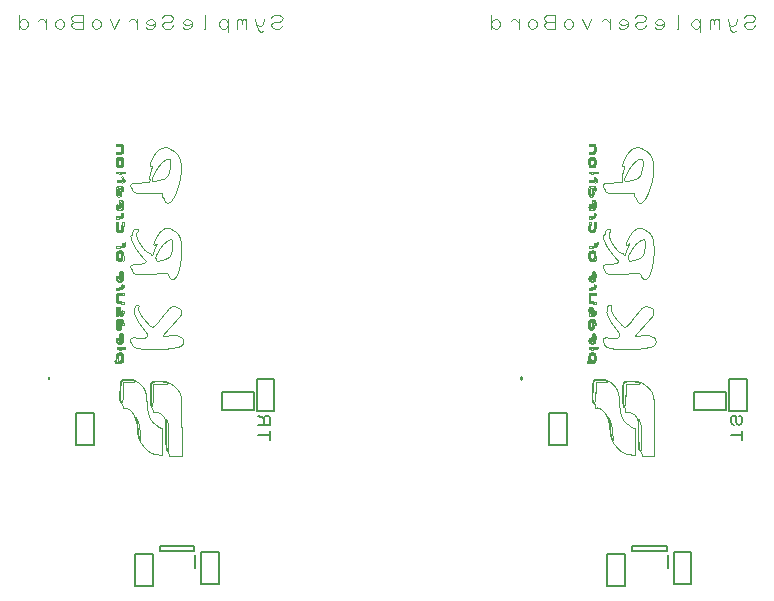
<source format=gbo>
G04 EasyPC Gerber Version 21.0.3 Build 4286 *
G04 #@! TF.Part,Single*
G04 #@! TF.FileFunction,Legend,Bot *
G04 #@! TF.FilePolarity,Positive *
%FSLAX45Y45*%
%MOIN*%
%ADD18C,0.00276*%
%ADD17C,0.00394*%
%ADD70C,0.00500*%
%ADD20C,0.00787*%
%ADD71C,0.01000*%
X0Y0D02*
D02*
D17*
X98372Y147070D02*
G75*
G03X98320Y147086I-56J-90D01*
G01*
G75*
G03X98243Y147081I-14J-400*
G01*
G75*
G03X98157Y147059I81J-507*
G01*
G75*
G03X98072Y147022I189J-547*
G01*
G75*
G03X97965Y146930I150J-282*
G01*
G75*
G03X97905Y146797I289J-211*
G01*
G75*
G03X97876Y146574I1145J-259*
G01*
G75*
G03X97870Y146125I15190J-438*
G01*
G75*
G03X97878Y145731I9811J-1*
G01*
G75*
G03X97905Y145471I2016J79*
G01*
G75*
G03X97955Y145293I906J156*
G01*
G75*
G03X98033Y145172I327J127*
G01*
G75*
G03X98213Y145106I161J161*
G01*
G75*
G03X98348Y145208I-12J158*
G01*
G75*
G03X98429Y145575I-1191J453*
G01*
G75*
G03X98458Y146291I-14062J939*
G01*
G75*
G03X98456Y146570I-5456J86*
G01*
G75*
G03X98438Y146816I-3279J-113*
G01*
G75*
G03X98410Y147014I-3420J-383*
G01*
G75*
G03X98372Y147070I-81J-14*
G01*
X98386Y102661D02*
G75*
G03X98339Y102671I-37J-60D01*
G01*
G75*
G03X98263Y102654I59J-426*
G01*
G75*
G03X98175Y102616I188J-561*
G01*
G75*
G03X98086Y102562I378J-723*
G01*
G75*
G03X97972Y102448I276J-394*
G01*
G75*
G03X97907Y102309I327J-235*
G01*
G75*
G03X97877Y102091I1052J-257*
G01*
G75*
G03X97870Y101674I11775J-409*
G01*
G75*
G03X97874Y101380I9706J-4*
G01*
G75*
G03X97888Y101107I7283J220*
G01*
G75*
G03X97907Y100880I7169J481*
G01*
G75*
G03X97931Y100780I386J39*
G01*
G75*
G03X98019Y100661I255J98*
G01*
G75*
G03X98143Y100629I99J128*
G01*
G75*
G03X98271Y100696I-33J220*
G01*
G75*
G03X98367Y100846I-349J330*
G01*
G75*
G03X98438Y101167I-943J378*
G01*
G75*
G03X98461Y101835I-14143J826*
G01*
G75*
G03X98460Y102532I-26763J288*
G01*
G75*
G03X98386Y102661I-155J-2*
G01*
X98531Y152622D02*
G75*
G03X98104Y152615I5J-13927D01*
G01*
G75*
G03X97854Y152590I58J-1861*
G01*
G75*
G03X97704Y152546I102J-617*
G01*
G75*
G03X97634Y152472I54J-122*
G01*
G75*
G03X97653Y152396I63J-24*
G01*
G75*
G03X97752Y152349I135J157*
G01*
G75*
G03X97980Y152326I260J1446*
G01*
G75*
G03X98473Y152322I480J24408*
G01*
G75*
G03X98948Y152327I7J19906*
G01*
G75*
G03X99195Y152351I-43J1750*
G01*
G75*
G03X99325Y152396I-67J403*
G01*
G75*
G03X99327Y152546I-42J76*
G01*
G75*
G03X99205Y152592I-187J-314*
G01*
G75*
G03X98972Y152616I-273J-1530*
G01*
G75*
G03X98531Y152622I-446J-16880*
G01*
X98564Y100496D02*
G75*
G02X98404Y100367I-254J151D01*
G01*
G75*
G02X98129Y100319I-294J871*
G01*
G75*
G02X97863Y100356I-17J849*
G01*
G75*
G02X97731Y100480I61J197*
G01*
G75*
G02X97707Y100587I350J135*
G01*
G75*
G02X97688Y100894I14573J1052*
G01*
G75*
G02X97674Y101261I12571J642*
G01*
G75*
G02X97670Y101667I18617J402*
G01*
G75*
G02X97688Y102417I15503*
G01*
G75*
G02X97772Y102739I806J-39*
G01*
G75*
G02X97954Y102881I242J-121*
G01*
G75*
G02X98288Y102903I235J-1015*
G01*
X98620Y102872*
X98644Y101772*
G75*
G02X98646Y101328I-12929J-279*
G01*
G75*
G02X98631Y100937I-7857J104*
G01*
G75*
G02X98604Y100620I-7697J481*
G01*
G75*
G02X98564Y100496I-302J31*
G01*
X98601Y145046D02*
G75*
G02X98559Y144931I-407J80D01*
G01*
G75*
G02X98491Y144864I-143J77*
G01*
G75*
G02X98375Y144830I-143J276*
G01*
G75*
G02X98165Y144822I-207J2482*
G01*
G75*
G02X97878Y144878I0J765*
G01*
G75*
G02X97731Y145035I96J237*
G01*
G75*
G02X97676Y145377I1037J340*
G01*
G75*
G02X97691Y146272I33278J-80*
G01*
X97720Y147272*
X98620*
X98633Y146272*
G75*
G02X98635Y145872I-22780J-290*
G01*
G75*
G02X98629Y145499I-17328J88*
G01*
G75*
G02X98618Y145186I-17348J454*
G01*
G75*
G02X98601Y145046I-920J41*
G01*
X98623Y109222D02*
G75*
G02X98046Y109256I0J4816D01*
G01*
G75*
G02X97803Y109396I43J358*
G01*
G75*
G02X97693Y109693I431J329*
G01*
G75*
G02X97670Y110472I13444J777*
G01*
G75*
G02X97693Y111250I13460J2*
G01*
G75*
G02X97803Y111547I541J-31*
G01*
G75*
G02X98046Y111687I287J-219*
G01*
G75*
G02X98623Y111722I580J-4781*
G01*
G75*
G03X99011Y111728I2J12596*
G01*
G75*
G03X99220Y111752I-39J1257*
G01*
G75*
G03X99330Y111797I-59J298*
G01*
G75*
G03X99370Y111872I-50J74*
G01*
G75*
G03X99336Y111944I-94J0*
G01*
G75*
G03X99244Y111990I-148J-178*
G01*
G75*
G03X99071Y112015I-209J-846*
G01*
G75*
G03X98763Y112022I-314J-7361*
G01*
G75*
G03X98102Y111945I1J-2911*
G01*
G75*
G03X97721Y111704I155J-665*
G01*
G75*
G03X97524Y111237I744J-588*
G01*
G75*
G03X97470Y110384I6618J-850*
G01*
G75*
G03X97478Y109887I15049J-11*
G01*
G75*
G03X97511Y109624I1416J46*
G01*
G75*
G03X97586Y109432I663J149*
G01*
G75*
G03X97729Y109229I1224J707*
G01*
G75*
G03X97901Y109053I1270J1070*
G01*
G75*
G03X98052Y108967I282J319*
G01*
G75*
G03X98257Y108930I238J733*
G01*
G75*
G03X98679Y108922I413J10287*
G01*
G75*
G03X99035Y108928I7J10349*
G01*
G75*
G03X99230Y108952I-39J1094*
G01*
G75*
G03X99333Y108998I-57J268*
G01*
G75*
G03X99370Y109072I-54J74*
G01*
G75*
G03X99330Y109146I-89J0*
G01*
G75*
G03X99220Y109191I-169J-252*
G01*
G75*
G03X99011Y109215I-248J-1233*
G01*
G75*
G03X98623Y109222I-398J-12590*
G01*
X98685Y108722D02*
G75*
G02X97818Y108762I-1J9276D01*
G01*
G75*
G02X97491Y108943I44J467*
G01*
G75*
G02X97346Y109335I550J425*
G01*
G75*
G02X97320Y110491I25185J1153*
G01*
G75*
G02X97349Y111605I21196J3*
G01*
G75*
G02X97501Y111999I679J-35*
G01*
G75*
G02X97842Y112181I387J-315*
G01*
G75*
G02X98731Y112222I889J-9636*
G01*
X99670*
Y111522*
X98926*
G75*
G03X98343Y111483I0J-4429*
G01*
G75*
G03X98052Y111340I67J-502*
G01*
G75*
G03X97909Y111051I355J-356*
G01*
G75*
G03X97870Y110472I4300J-577*
G01*
G75*
G03X97909Y109892I4342J-2*
G01*
G75*
G03X98052Y109603I498J67*
G01*
G75*
G03X98343Y109460I357J359*
G01*
G75*
G03X98926Y109422I580J4391*
G01*
X99670*
Y108722*
X98685*
X98761Y93972D02*
G75*
G03X98144Y93966I9J-35527D01*
G01*
G75*
G03X97835Y93943I47J-2741*
G01*
G75*
G03X97672Y93899I84J-637*
G01*
G75*
G03X97620Y93822I32J-78*
G01*
G75*
G03X97669Y93744I86*
G01*
G75*
G03X97824Y93695I255J543*
G01*
G75*
G03X98111Y93664I403J2351*
G01*
G75*
G03X98663Y93643I1285J26658*
G01*
G75*
G03X99389Y93631I842J30466*
G01*
G75*
G03X99747Y93659I8J2228*
G01*
G75*
G03X99909Y93730I-56J352*
G01*
G75*
G03X99945Y93846I-65J83*
G01*
G75*
G03X99877Y93907I-87J-29*
G01*
G75*
G03X99651Y93943I-459J-2168*
G01*
G75*
G03X99304Y93965I-448J-4229*
G01*
G75*
G03X98761Y93972I-542J-23333*
G01*
X98904Y91439D02*
G75*
G03X98698Y91580I-400J-362D01*
G01*
G75*
G03X98443Y91619I-217J-564*
G01*
G75*
G03X98198Y91548I38J-589*
G01*
G75*
G03X98018Y91382I242J-442*
G01*
G75*
G03X97946Y91229I503J-330*
G01*
G75*
G03X97903Y91031I1152J-354*
G01*
G75*
G03X97885Y90769I2147J-280*
G01*
G75*
G03X97890Y90407I7472J-67*
G01*
X97920Y89672*
X98366Y89640*
G75*
G03X98730Y89661I101J1414*
G01*
G75*
G03X98937Y89792I-61J326*
G01*
G75*
G03X99043Y90068I-459J335*
G01*
G75*
G03X99070Y90608I-5279J540*
G01*
G75*
G03X99061Y90919I-5332J-7*
G01*
G75*
G03X99031Y91148I-1669J-96*
G01*
G75*
G03X98981Y91317I-919J-183*
G01*
G75*
G03X98904Y91439I-381J-156*
G01*
X98967Y125328D02*
G75*
G03X98895Y125418I-285J-153D01*
G01*
G75*
G03X98796Y125478I-217J-246*
G01*
G75*
G03X98658Y125511I-195J-509*
G01*
G75*
G03X98464Y125522I-197J-1828*
G01*
G75*
G03X98246Y125511I0J-2322*
G01*
G75*
G03X98120Y125474I32J-343*
G01*
G75*
G03X98036Y125399I104J-200*
G01*
G75*
G03X97967Y125265I563J-374*
G01*
G75*
G03X97894Y124952I1132J-430*
G01*
G75*
G03X97873Y124505I4388J-429*
G01*
G75*
G03X97896Y124068I4534J18*
G01*
G75*
G03X97973Y123815I678J69*
G01*
G75*
G03X98148Y123667I273J146*
G01*
G75*
G03X98464Y123613I336J1007*
G01*
G75*
G03X98781Y123656I19J1060*
G01*
G75*
G03X98962Y123796I-87J296*
G01*
G75*
G03X99042Y124052I-525J305*
G01*
G75*
G03X99064Y124556I-6313J524*
G01*
G75*
G03X99045Y125060I-6219J20*
G01*
G75*
G03X98967Y125328I-678J-53*
G01*
Y156428D02*
G75*
G03X98895Y156518I-285J-153D01*
G01*
G75*
G03X98797Y156578I-218J-246*
G01*
G75*
G03X98660Y156611I-195J-502*
G01*
G75*
G03X98470Y156622I-193J-1739*
G01*
G75*
G03X98167Y156575J-1008*
G01*
G75*
G03X97987Y156436I100J-315*
G01*
G75*
G03X97894Y156168I522J-330*
G01*
G75*
G03X97870Y155672I4974J-493*
G01*
G75*
G03X97894Y155190I4794J-2*
G01*
G75*
G03X97982Y154917I682J69*
G01*
G75*
G03X98150Y154772I290J167*
G01*
G75*
G03X98418Y154722I268J681*
G01*
G75*
G03X98712Y154782I0J744*
G01*
G75*
G03X98916Y154952I-185J429*
G01*
G75*
G03X99033Y155251I-631J420*
G01*
G75*
G03X99070Y155700I-2759J451*
G01*
G75*
G03X99062Y155919I-3144J-4*
G01*
G75*
G03X99039Y156135I-3018J-210*
G01*
G75*
G03X99006Y156319I-2585J-368*
G01*
G75*
G03X98967Y156428I-408J-88*
G01*
X99009Y97663D02*
G75*
G03X98916Y97781I-234J-89D01*
G01*
G75*
G03X98835Y97754I-30J-44*
G01*
G75*
G03X98783Y97484I927J-320*
G01*
G75*
G03X98770Y96972I9994J-510*
G01*
G75*
G03X98783Y96475I9096J-4*
G01*
G75*
G03X98835Y96195I1108J61*
G01*
G75*
G03X98914Y96157I57J18*
G01*
G75*
G03X99004Y96246I-59J149*
G01*
G75*
G03X99049Y96457I-589J238*
G01*
G75*
G03X99061Y96953I-13046J548*
G01*
G75*
G03X99053Y97448I-12867J53*
G01*
G75*
G03X99009Y97663I-666J-24*
G01*
Y118363D02*
G75*
G03X98916Y118481I-234J-89D01*
G01*
G75*
G03X98835Y118454I-30J-44*
G01*
G75*
G03X98783Y118184I927J-320*
G01*
G75*
G03X98770Y117672I9994J-510*
G01*
G75*
G03X98779Y117165I13865J-6*
G01*
G75*
G03X98819Y116920I981J36*
G01*
G75*
G03X98897Y116853I91J28*
G01*
G75*
G03X99003Y116888I19J123*
G01*
G75*
G03X99059Y117017I-134J134*
G01*
G75*
G03X99068Y117577I-21537J643*
G01*
G75*
G03X99059Y118119I-13092J52*
G01*
G75*
G03X99009Y118363I-761J-28*
G01*
Y142163D02*
G75*
G03X98916Y142281I-234J-89D01*
G01*
G75*
G03X98835Y142254I-30J-44*
G01*
G75*
G03X98783Y141984I927J-320*
G01*
G75*
G03X98770Y141472I9994J-510*
G01*
G75*
G03X98783Y140975I9096J-4*
G01*
G75*
G03X98835Y140695I1108J61*
G01*
G75*
G03X98914Y140657I57J18*
G01*
G75*
G03X99004Y140746I-59J149*
G01*
G75*
G03X99049Y140957I-589J238*
G01*
G75*
G03X99061Y141453I-13046J548*
G01*
G75*
G03X99053Y141948I-12867J53*
G01*
G75*
G03X99009Y142163I-666J-24*
G01*
X99124Y147493D02*
G75*
G03X98800Y147679I-648J-754D01*
G01*
G75*
G03X98433Y147731I-316J-914*
G01*
G75*
G03X98069Y147641I52J-994*
G01*
G75*
G03X97754Y147420I459J-994*
G01*
X97452Y147119*
X97486Y146031*
G75*
G03X97537Y145248I11751J364*
G01*
G75*
G03X97650Y144822I1344J131*
G01*
G75*
G03X97854Y144603I432J196*
G01*
G75*
G03X98492Y144606I316J574*
G01*
G75*
G03X98694Y144832I-230J410*
G01*
G75*
G03X98805Y145280I-1354J572*
G01*
G75*
G03X98854Y146137I-14973J1283*
G01*
G75*
G02X98878Y146824I47959J-1335*
G01*
G75*
G02X98909Y147124I2360J-99*
G01*
G75*
G02X98964Y147263I367J-63*
G01*
G75*
G02X99054Y147301I73J-47*
G01*
G75*
G02X99133Y147259I-27J-146*
G01*
G75*
G02X99189Y147170I-192J-185*
G01*
G75*
G02X99228Y147023I-604J-235*
G01*
G75*
G02X99250Y146796I-3115J-428*
G01*
G75*
G03X99270Y146614I2147J136*
G01*
G75*
G03X99304Y146461I1158J176*
G01*
G75*
G03X99345Y146350I787J230*
G01*
G75*
G03X99388Y146322I43J20*
G01*
G75*
G03X99431Y146351J46*
G01*
G75*
G03X99454Y146444I-348J136*
G01*
G75*
G03X99459Y146591I-894J102*
G01*
G75*
G03X99443Y146793I-3199J-153*
G01*
G75*
G03X99403Y147028I-2148J-244*
G01*
G75*
G03X99342Y147210I-917J-207*
G01*
G75*
G03X99251Y147359I-682J-311*
G01*
G75*
G03X99124Y147493I-733J-569*
G01*
X99125Y116526D02*
G75*
G02X99056Y116482I-204J246D01*
G01*
G75*
G02X98969Y116450I-220J469*
G01*
G75*
G02X98879Y116435I-131J494*
G01*
G75*
G02X98800Y116440I-22J296*
G01*
G75*
G02X98703Y116509I27J140*
G01*
G75*
G02X98649Y116665I389J221*
G01*
G75*
G02X98625Y116970I2326J340*
G01*
G75*
G02X98620Y117672I48517J678*
G01*
G75*
G02X98625Y118395I53707J11*
G01*
G75*
G02X98650Y118690I2084J-27*
G01*
G75*
G02X98707Y118836I356J-56*
G01*
G75*
G02X98813Y118906I137J-93*
G01*
G75*
G02X99026Y118862I53J-278*
G01*
G75*
G02X99170Y118674I-214J-315*
G01*
G75*
G02X99249Y118289I-1340J-473*
G01*
G75*
G02X99270Y117615I-10870J-680*
G01*
G75*
G02X99263Y117138I-16181J2*
G01*
G75*
G02X99238Y116832I-2981J87*
G01*
G75*
G02X99195Y116632I-1283J173*
G01*
G75*
G02X99125Y116526I-211J63*
G01*
Y140326D02*
G75*
G02X99056Y140282I-204J246D01*
G01*
G75*
G02X98969Y140250I-220J469*
G01*
G75*
G02X98879Y140235I-131J494*
G01*
G75*
G02X98800Y140240I-22J296*
G01*
G75*
G02X98703Y140309I27J140*
G01*
G75*
G02X98649Y140465I389J221*
G01*
G75*
G02X98625Y140770I2326J340*
G01*
G75*
G02X98620Y141472I48517J678*
G01*
G75*
G02X98625Y142195I53707J11*
G01*
G75*
G02X98650Y142490I2084J-27*
G01*
G75*
G02X98707Y142636I356J-56*
G01*
G75*
G02X98813Y142706I137J-93*
G01*
G75*
G02X99026Y142662I53J-278*
G01*
G75*
G02X99170Y142474I-214J-315*
G01*
G75*
G02X99249Y142089I-1340J-473*
G01*
G75*
G02X99270Y141415I-10870J-680*
G01*
G75*
G02X99263Y140938I-16181J2*
G01*
G75*
G02X99238Y140632I-2981J87*
G01*
G75*
G02X99195Y140432I-1283J173*
G01*
G75*
G02X99125Y140326I-211J63*
G01*
X99139Y125880D02*
G75*
G03X98753Y126084I-640J-745D01*
G01*
G75*
G03X98307Y126106I-274J-1022*
G01*
G75*
G03X97902Y125944I164J-998*
G01*
G75*
G03X97625Y125631I481J-705*
G01*
G75*
G03X97511Y125255I948J-491*
G01*
G75*
G03X97471Y124607I7123J-767*
G01*
G75*
G03X97490Y123957I7117J-123*
G01*
G75*
G03X97589Y123569I1139J85*
G01*
G75*
G03X97807Y123280I760J346*
G01*
G75*
G03X98137Y123093I648J760*
G01*
G75*
G03X98522Y123039I336J1000*
G01*
G75*
G03X98896Y123129I-48J1015*
G01*
G75*
G03X99181Y123330I-387J852*
G01*
G75*
G03X99356Y123613I-557J538*
G01*
G75*
G03X99439Y124037I-1448J507*
G01*
G75*
G03X99447Y124705I-8074J429*
G01*
G75*
G03X99423Y125281I-23668J-698*
G01*
G75*
G03X99383Y125539I-1286J-69*
G01*
G75*
G03X99300Y125709I-470J-124*
G01*
G75*
G03X99139Y125880I-885J-669*
G01*
Y156980D02*
G75*
G03X98991Y157088I-710J-826D01*
G01*
G75*
G03X98832Y157163I-463J-769*
G01*
G75*
G03X98661Y157207I-313J-869*
G01*
G75*
G03X98470Y157222I-193J-1230*
G01*
G75*
G03X98279Y157207I2J-1247*
G01*
G75*
G03X98107Y157163I141J-913*
G01*
G75*
G03X97949Y157088I304J-844*
G01*
G75*
G03X97800Y156980I561J-934*
G01*
G75*
G03X97640Y156809I715J-831*
G01*
G75*
G03X97556Y156637I399J-301*
G01*
G75*
G03X97514Y156376I1278J-341*
G01*
G75*
G03X97486Y155799I23639J-1433*
G01*
G75*
G03X97472Y155213I24263J-880*
G01*
G75*
G03X97495Y154946I1371J-15*
G01*
G75*
G03X97567Y154756I572J106*
G01*
G75*
G03X97720Y154540I1389J822*
G01*
G75*
G03X97884Y154368I1446J1218*
G01*
G75*
G03X98025Y154277I332J359*
G01*
G75*
G03X98196Y154234I223J526*
G01*
G75*
G03X98470Y154222I272J3022*
G01*
G75*
G03X98743Y154234I2J3030*
G01*
G75*
G03X98915Y154277I-51J569*
G01*
G75*
G03X99056Y154368I-192J450*
G01*
G75*
G03X99220Y154540I-1281J1390*
G01*
G75*
G03X99373Y154756I-1236J1038*
G01*
G75*
G03X99445Y154946I-501J297*
G01*
G75*
G03X99468Y155213I-1348J252*
G01*
G75*
G03X99454Y155799I-24277J-295*
G01*
G75*
G03X99426Y156376I-23667J-856*
G01*
G75*
G03X99384Y156637I-1320J-80*
G01*
G75*
G03X99300Y156809I-483J-128*
G01*
G75*
G03X99139Y156980I-876J-660*
G01*
X99162Y154696D02*
G75*
G02X99081Y154611I-217J126D01*
G01*
G75*
G02X98957Y154558I-225J353*
G01*
G75*
G02X98769Y154530I-243J957*
G01*
G75*
G02X98469Y154522I-296J5577*
G01*
G75*
G02X98012Y154562I0J2587*
G01*
G75*
G02X97793Y154704I59J329*
G01*
G75*
G02X97692Y155002I498J335*
G01*
G75*
G02X97670Y155707I11195J703*
G01*
G75*
G02X97685Y156442I18315J5*
G01*
G75*
G02X97768Y156685I447J-18*
G01*
G75*
G02X97961Y156796I220J-157*
G01*
G75*
G02X98470Y156822I510J-5064*
G01*
G75*
G02X98814Y156815I-1J-8400*
G01*
G75*
G02X99019Y156789I-50J-1220*
G01*
G75*
G02X99144Y156740I-90J-414*
G01*
G75*
G02X99209Y156663I-76J-131*
G01*
G75*
G02X99267Y156361I-821J-315*
G01*
G75*
G02X99264Y155654I-18252J-273*
G01*
G75*
G02X99235Y154939I-21459J518*
G01*
G75*
G02X99162Y154696I-544J31*
G01*
X99164Y102978D02*
G75*
G03X98861Y103172I-536J-504D01*
G01*
G75*
G03X98448Y103239I-412J-1233*
G01*
G75*
G03X98031Y103171I2J-1327*
G01*
G75*
G03X97715Y102976I254J-765*
G01*
G75*
G03X97578Y102798I636J-636*
G01*
G75*
G03X97507Y102611I500J-296*
G01*
G75*
G03X97476Y102321I1711J-326*
G01*
G75*
G03X97470Y101684I31210J-627*
G01*
G75*
G03X97477Y101045I29203J-13*
G01*
G75*
G03X97508Y100747I1799J39*
G01*
G75*
G03X97583Y100542I680J131*
G01*
G75*
G03X97729Y100329I1165J644*
G01*
G75*
G03X97841Y100211I987J831*
G01*
G75*
G03X97965Y100112I793J858*
G01*
G75*
G03X98082Y100042I539J774*
G01*
G75*
G03X98170Y100022I87J176*
G01*
G75*
G03X98257Y100042I0J195*
G01*
G75*
G03X98375Y100112I-422J844*
G01*
G75*
G03X98498Y100211I-670J958*
G01*
G75*
G03X98611Y100329I-874J949*
G01*
G75*
G03X98758Y100543I-1005J847*
G01*
G75*
G03X98832Y100751I-611J335*
G01*
G75*
G03X98863Y101056I-1850J343*
G01*
G75*
G03X98870Y101723I-32739J681*
G01*
G75*
G02X98877Y102189I15731J7*
G01*
G75*
G02X98899Y102543I5341J-161*
G01*
G75*
G02X98932Y102804I4522J-433*
G01*
G75*
G02X98981Y102878I106J-16*
G01*
G75*
G02X99091Y102882I58J-94*
G01*
G75*
G02X99184Y102787I-100J-192*
G01*
G75*
G02X99248Y102585I-596J-298*
G01*
G75*
G02X99269Y102302I-2022J-291*
G01*
G75*
G03X99278Y102156I1281J6*
G01*
G75*
G03X99303Y102021I980J116*
G01*
G75*
G03X99340Y101914I733J193*
G01*
G75*
G03X99385Y101862I104J45*
G01*
G75*
G03X99483Y101916I34J55*
G01*
G75*
G03X99450Y102270I-1724J19*
G01*
G75*
G03X99330Y102707I-3004J-593*
G01*
G75*
G03X99164Y102978I-732J-262*
G01*
X99170Y118936D02*
G75*
G03X99028Y119063I-1113J-1115D01*
G01*
G75*
G03X98890Y119150I-521J-665*
G01*
G75*
G03X98761Y119198I-267J-524*
G01*
G75*
G03X98646Y119204I-72J-300*
G01*
G75*
G03X98517Y119136I31J-217*
G01*
G75*
G03X98444Y118997I211J-198*
G01*
G75*
G03X98406Y118701I1889J-392*
G01*
G75*
G03X98370Y117872I74994J-3693*
G01*
G75*
G02X98335Y117098I-59069J2286*
G01*
G75*
G02X98297Y116774I-2541J131*
G01*
G75*
G02X98234Y116611I-459J83*
G01*
G75*
G02X98126Y116537I-139J86*
G01*
G75*
G02X97947Y116563I-51J270*
G01*
G75*
G02X97799Y116698I183J350*
G01*
G75*
G02X97702Y116933I584J379*
G01*
G75*
G02X97670Y117241I1456J306*
G01*
G75*
G03X97662Y117390I-1402J-3*
G01*
G75*
G03X97637Y117512I-684J-73*
G01*
G75*
G03X97602Y117596I-374J-109*
G01*
G75*
G03X97511Y117590I-44J-25*
G01*
G75*
G03X97485Y117493I346J-143*
G01*
G75*
G03X97478Y117333I983J-121*
G01*
G75*
G03X97494Y117102I4204J178*
G01*
G75*
G03X97591Y116671I1756J167*
G01*
G75*
G03X97787Y116365I779J282*
G01*
G75*
G03X98085Y116184I526J531*
G01*
G75*
G03X98483Y116122I398J1241*
G01*
G75*
G03X98695Y116137I0J1499*
G01*
G75*
G03X98862Y116183I-95J672*
G01*
G75*
G03X99014Y116270I-269J640*
G01*
G75*
G03X99178Y116414I-986J1292*
G01*
G75*
G03X99348Y116616I-1094J1094*
G01*
G75*
G03X99430Y116798I-426J301*
G01*
G75*
G03X99463Y117062I-1259J292*
G01*
G75*
G03X99470Y117672I-26935J618*
G01*
G75*
G03X99463Y118285I-27207J-8*
G01*
G75*
G03X99430Y118547I-1261J-28*
G01*
G75*
G03X99346Y118729I-503J-119*
G01*
G75*
G03X99170Y118936I-1355J-973*
G01*
Y142736D02*
G75*
G03X99028Y142863I-1113J-1115D01*
G01*
G75*
G03X98890Y142950I-521J-665*
G01*
G75*
G03X98761Y142998I-267J-524*
G01*
G75*
G03X98646Y143004I-72J-300*
G01*
G75*
G03X98517Y142936I31J-217*
G01*
G75*
G03X98444Y142797I211J-198*
G01*
G75*
G03X98406Y142501I1889J-392*
G01*
G75*
G03X98370Y141672I74994J-3693*
G01*
G75*
G02X98335Y140898I-59069J2286*
G01*
G75*
G02X98297Y140574I-2541J131*
G01*
G75*
G02X98234Y140411I-459J83*
G01*
G75*
G02X98126Y140337I-139J86*
G01*
G75*
G02X97947Y140363I-51J270*
G01*
G75*
G02X97799Y140498I183J350*
G01*
G75*
G02X97702Y140733I584J379*
G01*
G75*
G02X97670Y141041I1456J306*
G01*
G75*
G03X97662Y141190I-1402J-3*
G01*
G75*
G03X97637Y141312I-684J-73*
G01*
G75*
G03X97602Y141396I-374J-109*
G01*
G75*
G03X97557Y141422I-44J-26*
G01*
G75*
G03X97451Y141313I0J-106*
G01*
G75*
G03X97491Y140897I2740J49*
G01*
G75*
G03X97605Y140448I2902J498*
G01*
G75*
G03X97773Y140168I731J248*
G01*
G75*
G03X98076Y139967I580J545*
G01*
G75*
G03X98458Y139905I349J942*
G01*
G75*
G03X98849Y139991I-35J1084*
G01*
G75*
G03X99178Y140214I-411J962*
G01*
G75*
G03X99348Y140416I-1094J1094*
G01*
G75*
G03X99430Y140598I-426J301*
G01*
G75*
G03X99463Y140862I-1259J292*
G01*
G75*
G03X99470Y141472I-26935J618*
G01*
G75*
G03X99463Y142085I-27207J-8*
G01*
G75*
G03X99430Y142347I-1261J-28*
G01*
G75*
G03X99346Y142529I-503J-119*
G01*
G75*
G03X99170Y142736I-1355J-973*
G01*
X99182Y95938D02*
G75*
G02X99132Y95889I-128J80D01*
G01*
G75*
G02X99052Y95853I-188J313*
G01*
G75*
G02X98956Y95835I-131J424*
G01*
G75*
G02X98859Y95838I-35J443*
G01*
G75*
G02X98722Y95898I39J274*
G01*
G75*
G02X98651Y96016I130J158*
G01*
G75*
G02X98624Y96267I1324J266*
G01*
G75*
G02X98620Y97020I65246J752*
G01*
G75*
G02X98625Y97712I48394J15*
G01*
G75*
G02X98650Y97996I1938J-29*
G01*
G75*
G02X98708Y98138I337J-55*
G01*
G75*
G02X98813Y98206I137J-97*
G01*
G75*
G02X99024Y98164I54J-278*
G01*
G75*
G02X99168Y97981I-208J-312*
G01*
G75*
G02X99248Y97610I-1241J-460*
G01*
G75*
G02X99269Y96977I-9211J-620*
G01*
G75*
G02X99261Y96620I-10324J27*
G01*
G75*
G02X99243Y96298I-6924J245*
G01*
G75*
G02X99215Y96032I-7573J637*
G01*
G75*
G02X99182Y95938I-224J27*
G01*
X99184Y89541D02*
G75*
G02X99109Y89483I-118J75D01*
G01*
G75*
G02X98958Y89450I-260J805*
G01*
G75*
G02X98733Y89435I-230J1757*
G01*
G75*
G02X98411Y89441I-12J7191*
G01*
X97720Y89472*
X97691Y90446*
G75*
G02X97688Y91274I16259J476*
G01*
G75*
G02X97780Y91612I730J-16*
G01*
G75*
G02X97997Y91773I286J-159*
G01*
G75*
G02X98454Y91822I457J-2135*
G01*
G75*
G02X98683Y91813I-4J-2999*
G01*
G75*
G02X98896Y91786I-174J-2274*
G01*
G75*
G02X99069Y91748I-330J-1913*
G01*
G75*
G02X99150Y91702I-46J-174*
G01*
G75*
G02X99242Y91492I-224J-224*
G01*
G75*
G02X99269Y90648I-28021J-1298*
G01*
G75*
G02X99267Y89815I-23146J-373*
G01*
G75*
G02X99184Y89541I-531J11*
G01*
X99204Y123546D02*
G75*
G02X99037Y123426I-180J72D01*
G01*
G75*
G02X98466Y123412I-432J6259*
G01*
G75*
G02X97896Y123451I141J6246*
G01*
G75*
G02X97731Y123580I23J200*
G01*
G75*
G02X97672Y123883I834J320*
G01*
G75*
G02X97672Y124574I16979J326*
G01*
G75*
G02X97701Y125270I19056J-428*
G01*
G75*
G02X97773Y125528I622J-36*
G01*
G75*
G02X97857Y125626I267J-143*
G01*
G75*
G02X97978Y125685I207J-274*
G01*
G75*
G02X98170Y125714I233J-891*
G01*
G75*
G02X98513Y125722I349J-7743*
G01*
G75*
G02X98831Y125714I-5J-7014*
G01*
G75*
G02X99026Y125688I-50J-1106*
G01*
G75*
G02X99145Y125640I-88J-389*
G01*
G75*
G02X99209Y125563I-80J-131*
G01*
G75*
G02X99256Y125324I-652J-251*
G01*
G75*
G02X99261Y124552I-40691J-656*
G01*
G75*
G02X99252Y123779I-41680J102*
G01*
G75*
G02X99204Y123546I-659J15*
G01*
X99206Y98219D02*
G75*
G03X99068Y98365I-1312J-1103D01*
G01*
G75*
G03X98943Y98455I-406J-432*
G01*
G75*
G03X98819Y98498I-194J-360*
G01*
G75*
G03X98681Y98502I-82J-475*
G01*
X98420Y98472*
X98370Y97172*
G75*
G02X98335Y96398I-59069J2286*
G01*
G75*
G02X98297Y96074I-2541J131*
G01*
G75*
G02X98234Y95911I-459J83*
G01*
G75*
G02X98126Y95837I-139J86*
G01*
G75*
G02X97947Y95863I-51J270*
G01*
G75*
G02X97799Y95998I183J350*
G01*
G75*
G02X97702Y96233I584J379*
G01*
G75*
G02X97670Y96541I1456J306*
G01*
G75*
G03X97663Y96687I-1475J-2*
G01*
G75*
G03X97641Y96809I-789J-78*
G01*
G75*
G03X97609Y96897I-481J-126*
G01*
G75*
G03X97531Y96896I-39J-18*
G01*
G75*
G03X97499Y96801I543J-235*
G01*
G75*
G03X97477Y96669I889J-216*
G01*
G75*
G03X97470Y96511I1702J-156*
G01*
G75*
G03X97551Y96124I964J0*
G01*
G75*
G03X97785Y95765I1198J526*
G01*
G75*
G03X98115Y95510I910J835*
G01*
G75*
G03X98470Y95422I355J668*
G01*
G75*
G03X98637Y95441I0J717*
G01*
G75*
G03X98794Y95500I-163J680*
G01*
G75*
G03X98954Y95604I-431J836*
G01*
G75*
G03X99130Y95761I-1387J1723*
G01*
G75*
G03X99335Y95993I-1815J1815*
G01*
G75*
G03X99426Y96174I-404J316*
G01*
G75*
G03X99463Y96421I-999J274*
G01*
G75*
G03X99470Y97004I-22799J584*
G01*
G75*
G03X99462Y97543I-18514J-1*
G01*
G75*
G03X99429Y97815I-1489J-45*
G01*
G75*
G03X99353Y98010I-661J-143*
G01*
G75*
G03X99206Y98219I-1266J-733*
G01*
X99230Y161511D02*
G75*
G03X99096Y161620I-428J-389D01*
G01*
G75*
G03X98939Y161683I-278J-468*
G01*
G75*
G03X98708Y161713I-282J-1239*
G01*
G75*
G03X98304Y161722I-409J-10135*
G01*
G75*
G03X97923Y161715I9J-12080*
G01*
G75*
G03X97717Y161691I38J-1221*
G01*
G75*
G03X97609Y161645I60J-291*
G01*
G75*
G03X97611Y161497I50J-74*
G01*
G75*
G03X97726Y161451I177J279*
G01*
G75*
G03X97946Y161427I260J1364*
G01*
G75*
G03X98359Y161422I400J14487*
G01*
G75*
G02X98768Y161415I-3J-12678*
G01*
G75*
G02X99002Y161389I-52J-1549*
G01*
G75*
G02X99139Y161342I-89J-482*
G01*
G75*
G02X99209Y161263I-69J-132*
G01*
G75*
G02X99260Y161005I-717J-275*
G01*
G75*
G02X99269Y160222I-36471J-795*
G01*
G75*
G02X99260Y159438I-36498J12*
G01*
G75*
G02X99209Y159180I-768J17*
G01*
G75*
G02X99139Y159101I-139J53*
G01*
G75*
G02X99002Y159054I-226J435*
G01*
G75*
G02X98768Y159028I-285J1523*
G01*
G75*
G02X98359Y159022I-400J12671*
G01*
G75*
G03X97946Y159016I1J-14492*
G01*
G75*
G03X97726Y158992I41J-1388*
G01*
G75*
G03X97611Y158946I62J-325*
G01*
G75*
G03X97570Y158872I47J-74*
G01*
G75*
G03X97608Y158798I91J0*
G01*
G75*
G03X97712Y158752I162J228*
G01*
G75*
G03X97911Y158728I237J1111*
G01*
G75*
G03X98274Y158722I358J10857*
G01*
G75*
G03X98678Y158730I3J9272*
G01*
G75*
G03X98903Y158765I-46J1053*
G01*
G75*
G03X99067Y158839I-139J526*
G01*
G75*
G03X99233Y158976I-622J926*
G01*
G75*
G03X99379Y159159I-736J737*
G01*
G75*
G03X99448Y159339I-420J263*
G01*
G75*
G03X99469Y159613I-1481J255*
G01*
G75*
G03X99454Y160266I-34862J-493*
G01*
G75*
G03X99428Y160818I-20562J-676*
G01*
G75*
G03X99390Y161141I-2742J-163*
G01*
G75*
G03X99328Y161354I-1054J-191*
G01*
G75*
G03X99230Y161511I-493J-200*
G01*
X99370Y114722D02*
G75*
G03X99331Y114701I0J-46D01*
G01*
G75*
G03X99299Y114636I234J-157*
G01*
G75*
G03X99277Y114541I460J-157*
G01*
G75*
G03X99270Y114430I855J-110*
G01*
G75*
G02X99241Y114074I-2202J1*
G01*
G75*
G02X99136Y113911I-240J40*
G01*
G75*
G02X98914Y113837I-246J369*
G01*
G75*
G02X98359Y113822I-554J9989*
G01*
G75*
G03X97946Y113816I1J-14492*
G01*
G75*
G03X97726Y113792I41J-1388*
G01*
G75*
G03X97611Y113746I62J-325*
G01*
G75*
G03X97570Y113672I47J-74*
G01*
G75*
G03X97608Y113598I91J0*
G01*
G75*
G03X97712Y113552I162J228*
G01*
G75*
G03X97911Y113528I237J1111*
G01*
G75*
G03X98274Y113522I358J10857*
G01*
G75*
G03X98674Y113530I2J9148*
G01*
G75*
G03X98900Y113564I-47J1090*
G01*
G75*
G03X99063Y113636I-138J534*
G01*
G75*
G03X99224Y113767I-548J840*
G01*
G75*
G03X99380Y114003I-493J493*
G01*
G75*
G03X99470Y114338I-1430J567*
G01*
G75*
G03X99475Y114628I-1080J164*
G01*
G75*
G03X99370Y114722I-106J-12*
G01*
Y138522D02*
G75*
G03X99331Y138501I0J-46D01*
G01*
G75*
G03X99299Y138436I234J-157*
G01*
G75*
G03X99277Y138341I460J-157*
G01*
G75*
G03X99270Y138230I855J-110*
G01*
G75*
G02X99241Y137874I-2202J1*
G01*
G75*
G02X99136Y137711I-240J40*
G01*
G75*
G02X98914Y137637I-246J369*
G01*
G75*
G02X98359Y137622I-554J9989*
G01*
G75*
G03X97946Y137616I1J-14492*
G01*
G75*
G03X97726Y137592I41J-1388*
G01*
G75*
G03X97611Y137546I62J-325*
G01*
G75*
G03X97570Y137472I47J-74*
G01*
G75*
G03X97608Y137398I91J0*
G01*
G75*
G03X97712Y137352I162J228*
G01*
G75*
G03X97911Y137328I237J1111*
G01*
G75*
G03X98274Y137322I358J10857*
G01*
G75*
G03X98674Y137330I2J9148*
G01*
G75*
G03X98900Y137364I-47J1090*
G01*
G75*
G03X99063Y137436I-138J534*
G01*
G75*
G03X99224Y137567I-548J840*
G01*
G75*
G03X99380Y137803I-493J493*
G01*
G75*
G03X99470Y138138I-1430J567*
G01*
G75*
G03X99475Y138428I-1080J164*
G01*
G75*
G03X99370Y138522I-106J-12*
G01*
X99375Y106022D02*
G75*
G03X99337Y105995J-42D01*
G01*
G75*
G03X99300Y105882I928J-367*
G01*
G75*
G03X99269Y105729I1271J-335*
G01*
G75*
G03X99250Y105547I2425J-339*
G01*
G75*
G02X99226Y105304I-3621J234*
G01*
G75*
G02X99187Y105162I-520J68*
G01*
G75*
G02X99123Y105080I-193J85*
G01*
G75*
G02X99026Y105037I-138J179*
G01*
G75*
G02X98821Y105076I-53J278*
G01*
G75*
G02X98676Y105250I202J315*
G01*
G75*
G02X98593Y105596I1089J443*
G01*
G75*
G02X98570Y106159I6787J562*
G01*
G75*
G03X98562Y106604I-12293J-6*
G01*
G75*
G03X98531Y106857I-1484J-54*
G01*
G75*
G03X98466Y107032I-637J-135*
G01*
G75*
G03X98352Y107190I-666J-360*
G01*
G75*
G03X98159Y107361I-1017J-956*
G01*
G75*
G03X98005Y107407I-143J-195*
G01*
G75*
G03X97856Y107347I12J-243*
G01*
G75*
G03X97677Y107158I944J-1072*
G01*
G75*
G03X97568Y106972I639J-502*
G01*
G75*
G03X97506Y106759I844J-359*
G01*
G75*
G03X97477Y106442I2365J-377*
G01*
G75*
G03X97470Y105858I23454J-577*
G01*
G75*
G03X97476Y105434I13751J-8*
G01*
G75*
G03X97497Y105106I5035J155*
G01*
G75*
G03X97527Y104859I5243J510*
G01*
G75*
G03X97613Y104858I43J6*
G01*
G75*
G03X97643Y105103I-5118J758*
G01*
G75*
G03X97664Y105428I-4919J485*
G01*
G75*
G03X97671Y105846I-13339J435*
G01*
G75*
G02X97678Y106249I13146J-30*
G01*
G75*
G02X97697Y106610I8556J-267*
G01*
G75*
G02X97724Y106909I10048J-750*
G01*
G75*
G02X97758Y107005I222J-24*
G01*
G75*
G02X97807Y107054I128J-80*
G01*
G75*
G02X97888Y107090I188J-313*
G01*
G75*
G02X97983Y107108I131J-424*
G01*
G75*
G02X98081Y107105I35J-443*
G01*
G75*
G02X98217Y107052I-43J-308*
G01*
G75*
G02X98293Y106947I-115J-163*
G01*
G75*
G02X98333Y106732I-934J-287*
G01*
G75*
G02X98370Y106166I-30134J-2234*
G01*
G75*
G03X98403Y105739I9952J546*
G01*
G75*
G03X98450Y105413I3534J349*
G01*
G75*
G03X98514Y105166I2074J401*
G01*
G75*
G03X98597Y104991I685J220*
G01*
G75*
G03X98750Y104800I1105J726*
G01*
G75*
G03X98885Y104736I152J146*
G01*
G75*
G03X99033Y104775I19J231*
G01*
G75*
G03X99239Y104939I-926J1370*
G01*
G75*
G03X99348Y105066I-552J585*
G01*
G75*
G03X99419Y105204I-479J334*
G01*
G75*
G03X99457Y105371I-707J251*
G01*
G75*
G03X99470Y105589I-1928J221*
G01*
G75*
G03X99463Y105755I-2015J-3*
G01*
G75*
G03X99442Y105894I-1061J-87*
G01*
G75*
G03X99412Y105996I-719J-156*
G01*
G75*
G03X99375Y106022I-37J-14*
G01*
X99378Y91550D02*
G75*
G03X99238Y91821I-1256J-479D01*
G01*
G75*
G03X99060Y91995I-506J-339*
G01*
G75*
G03X98819Y92089I-361J-564*
G01*
G75*
G03X98488Y92118I-319J-1755*
G01*
G75*
G03X97976Y92030I11J-1581*
G01*
G75*
G03X97670Y91779I192J-548*
G01*
G75*
G03X97512Y91298I990J-591*
G01*
G75*
G03X97470Y90413I9289J-881*
G01*
G75*
G02X97465Y89839I-30328J5*
G01*
G75*
G02X97435Y89624I-925J18*
G01*
G75*
G02X97361Y89506I-224J58*
G01*
G75*
G02X97212Y89419I-331J391*
G01*
G75*
G03X97116Y89372I209J-549*
G01*
G75*
G03X97042Y89313I193J-320*
G01*
G75*
G03X96999Y89251I166J-161*
G01*
G75*
G03X96996Y89196I67J-31*
G01*
G75*
G03X97059Y89137I85J29*
G01*
G75*
G03X97254Y89101I394J1576*
G01*
G75*
G03X97550Y89078I391J3134*
G01*
G75*
G03X97996Y89072I436J15096*
G01*
G75*
G03X98567Y89079I1J22907*
G01*
G75*
G03X98844Y89109I-39J1629*
G01*
G75*
G03X99032Y89180I-121J606*
G01*
G75*
G03X99212Y89314I-484J840*
G01*
G75*
G03X99356Y89483I-698J740*
G01*
G75*
G03X99431Y89653I-415J283*
G01*
G75*
G03X99463Y89904I-1241J285*
G01*
G75*
G03X99470Y90432I-19326J538*
G01*
G75*
G03X99463Y90785I-9284J-10*
G01*
G75*
G03X99443Y91122I-7699J-290*
G01*
G75*
G03X99414Y91406I-7023J-579*
G01*
G75*
G03X99378Y91550I-613J-74*
G01*
X99386Y123122D02*
G75*
G02X99201Y122960I-1324J1321D01*
G01*
G75*
G02X99041Y122874I-351J459*
G01*
G75*
G02X98846Y122833I-249J709*
G01*
G75*
G02X98532Y122822I-313J4296*
G01*
G75*
G02X98089Y122848I-2J3754*
G01*
G75*
G02X97764Y122931I149J1256*
G01*
G75*
G02X97534Y123076I288J711*
G01*
G75*
G02X97381Y123287I440J481*
G01*
G75*
G02X97337Y123439I481J220*
G01*
G75*
G02X97302Y123768I7883J1007*
G01*
G75*
G02X97278Y124161I8379J717*
G01*
G75*
G02X97270Y124581I10846J413*
G01*
G75*
G02X97311Y125577I11953J3*
G01*
G75*
G02X97485Y126033I874J-73*
G01*
G75*
G02X97849Y126255I465J-351*
G01*
G75*
G02X98584Y126320I744J-4233*
G01*
G75*
G02X98860Y126310I9J-3627*
G01*
G75*
G02X99072Y126278I-99J-1351*
G01*
G75*
G02X99242Y126219I-207J-870*
G01*
G75*
G02X99384Y126131I-285J-617*
G01*
G75*
G02X99517Y125976I-361J-446*
G01*
G75*
G02X99590Y125782I-514J-303*
G01*
G75*
G02X99627Y125454I-2281J-423*
G01*
G75*
G02X99653Y124681I-51897J-2158*
G01*
X99686Y123422*
X99386Y123122*
X99395Y146003D02*
G75*
G03X99235Y145961I67J-574D01*
G01*
G75*
G03X99150Y145879I64J-151*
G01*
G75*
G03X99104Y145714I489J-226*
G01*
G75*
G03X99061Y145280I15465J-1763*
G01*
G75*
G02X98975Y144746I-3668J316*
G01*
G75*
G02X98813Y144437I-686J162*
G01*
G75*
G02X98541Y144274I-400J361*
G01*
G75*
G02X98107Y144222I-433J1761*
G01*
G75*
G02X97855Y144233I-1J2685*
G01*
G75*
G02X97708Y144276I38J407*
G01*
G75*
G02X97595Y144368I159J311*
G01*
G75*
G02X97469Y144546I1285J1039*
G01*
G75*
G02X97364Y144776I901J549*
G01*
G75*
G02X97306Y145045I1409J448*
G01*
G75*
G02X97278Y145445I3919J475*
G01*
G75*
G02X97270Y146179I38465J759*
G01*
G75*
G02X97276Y146989I58617J6*
G01*
G75*
G02X97304Y147328I2488J-35*
G01*
G75*
G02X97370Y147533I637J-96*
G01*
G75*
G02X97501Y147704I578J-306*
G01*
G75*
G02X97655Y147816I528J-561*
G01*
G75*
G02X97824Y147881I313J-563*
G01*
G75*
G02X98061Y147913I295J-1294*
G01*
G75*
G02X98456Y147922I395J-9015*
G01*
G75*
G02X98869Y147913I-2J-9936*
G01*
G75*
G02X99097Y147880I-47J-1120*
G01*
G75*
G02X99262Y147807I-136J-534*
G01*
G75*
G02X99424Y147676I-543J-838*
G01*
G75*
G02X99555Y147515I-710J-710*
G01*
G75*
G02X99627Y147352I-463J-302*
G01*
G75*
G02X99661Y147128I-1046J-273*
G01*
G75*
G02X99670Y146733I-8861J-401*
G01*
G75*
G02X99665Y146280I-19263J8*
G01*
G75*
G02X99634Y146122I-478J11*
G01*
G75*
G02X99557Y146044I-126J48*
G01*
G75*
G02X99395Y146003I-235J592*
G01*
X99406Y101504D02*
G75*
G03X99238Y101464I81J-715D01*
G01*
G75*
G03X99153Y101389I54J-147*
G01*
G75*
G03X99107Y101240I383J-199*
G01*
G75*
G03X99070Y100857I11270J-1293*
G01*
G75*
G02X98989Y100339I-3545J289*
G01*
G75*
G02X98833Y100035I-683J159*
G01*
G75*
G02X98572Y99874I-393J344*
G01*
G75*
G02X98162Y99822I-409J1573*
G01*
G75*
G02X97902Y99833I-2J3025*
G01*
G75*
G02X97735Y99871I53J607*
G01*
G75*
G02X97606Y99949I154J403*
G01*
G75*
G02X97477Y100085I666J761*
G01*
G75*
G02X97365Y100283I602J474*
G01*
G75*
G02X97304Y100521I965J372*
G01*
G75*
G02X97276Y100897I3283J430*
G01*
G75*
G02X97270Y101666I46886J769*
G01*
G75*
G02X97297Y102767I22430J5*
G01*
G75*
G02X97434Y103179I804J-39*
G01*
G75*
G02X97743Y103371I371J-252*
G01*
G75*
G02X98458Y103422I716J-5060*
G01*
G75*
G02X99104Y103382J-5317*
G01*
G75*
G02X99419Y103232I-67J-546*
G01*
G75*
G02X99582Y102922I-389J-404*
G01*
G75*
G02X99654Y102270I-5503J-935*
G01*
X99691Y101537*
X99406Y101504*
X99414Y135683D02*
G75*
G03X99326Y135683I-44J-5D01*
G01*
G75*
G03X99297Y135398I7452J-917*
G01*
G75*
G03X99276Y135022I6516J-543*
G01*
G75*
G03X99270Y134530I18874J-488*
G01*
G75*
G02X99265Y134061I-24813J17*
G01*
G75*
G02X99252Y133641I-16138J304*
G01*
G75*
G02X99233Y133290I-20478J926*
G01*
G75*
G02X99209Y133180I-373J23*
G01*
G75*
G02X99144Y133103I-142J54*
G01*
G75*
G02X99019Y133054I-214J366*
G01*
G75*
G02X98814Y133028I-256J1194*
G01*
G75*
G02X98470Y133022I-335J8393*
G01*
G75*
G02X98126Y133028I-9J8409*
G01*
G75*
G02X97920Y133054I50J1220*
G01*
G75*
G02X97796Y133103I90J414*
G01*
G75*
G02X97731Y133180I76J131*
G01*
G75*
G02X97707Y133290I349J133*
G01*
G75*
G02X97688Y133641I20459J1277*
G01*
G75*
G02X97674Y134061I16124J724*
G01*
G75*
G02X97670Y134530I24808J464*
G01*
G75*
G03X97663Y135022I-18881J-10*
G01*
G75*
G03X97643Y135398I-6536J-167*
G01*
G75*
G03X97613Y135683I-7481J-632*
G01*
G75*
G03X97526Y135683I-44J-6*
G01*
G75*
G03X97497Y135387I8193J-957*
G01*
G75*
G03X97476Y134998I6986J-562*
G01*
G75*
G03X97470Y134485I20506J-508*
G01*
G75*
G03X97476Y133769I39133J-13*
G01*
G75*
G03X97504Y133411I3024J55*
G01*
G75*
G03X97565Y133180I987J137*
G01*
G75*
G03X97677Y132985I724J287*
G01*
G75*
G03X97813Y132843I783J616*
G01*
G75*
G03X97949Y132767I265J309*
G01*
G75*
G03X98137Y132731I228J686*
G01*
G75*
G03X98470Y132722I328J5939*
G01*
G75*
G03X98803Y132731I5J5941*
G01*
G75*
G03X98991Y132767I-41J722*
G01*
G75*
G03X99126Y132843I-129J386*
G01*
G75*
G03X99263Y132985I-647J758*
G01*
G75*
G03X99374Y133180I-613J481*
G01*
G75*
G03X99435Y133411I-926J368*
G01*
G75*
G03X99463Y133769I-2996J414*
G01*
G75*
G03X99470Y134485I-39127J724*
G01*
G75*
G03X99463Y134998I-20512J-11*
G01*
G75*
G03X99443Y135387I-7007J-172*
G01*
G75*
G03X99414Y135683I-8222J-662*
G01*
X99425Y139986D02*
G75*
G02X99265Y139843I-855J791D01*
G01*
G75*
G02X99111Y139766I-294J396*
G01*
G75*
G02X98904Y139731I-252J849*
G01*
G75*
G02X98533Y139722I-368J7455*
G01*
G75*
G02X98273Y139726I-6J7397*
G01*
G75*
G02X98029Y139740I209J5887*
G01*
G75*
G02X97823Y139759I425J5517*
G01*
G75*
G02X97724Y139783I45J402*
G01*
G75*
G02X97536Y139930I148J385*
G01*
G75*
G02X97392Y140208I930J659*
G01*
G75*
G02X97300Y140594I1750J620*
G01*
G75*
G02X97270Y141067I3715J472*
G01*
Y141722*
X97570*
G75*
G02X97743Y141710I-3J-1365*
G01*
G75*
G02X97823Y141668I-16J-126*
G01*
G75*
G02X97861Y141580I-117J-103*
G01*
G75*
G02X97870Y141380I-2211J-200*
G01*
G75*
G03X97884Y141110I2607J-2*
G01*
G75*
G03X97928Y140902I1030J107*
G01*
G75*
G03X97994Y140766I481J154*
G01*
G75*
G03X98081Y140722I86J61*
G01*
G75*
G03X98117Y140754J36*
G01*
G75*
G03X98144Y141089I-17085J1557*
G01*
G75*
G03X98163Y141492I-9052J644*
G01*
G75*
G03X98170Y141972I-17894J490*
G01*
Y143222*
X98656*
G75*
G02X98893Y143209I-1J-2317*
G01*
G75*
G02X99090Y143172I-122J-1195*
G01*
G75*
G02X99258Y143108I-253J-906*
G01*
G75*
G02X99406Y143014I-380J-766*
G01*
G75*
G02X99560Y142851I-467J-594*
G01*
G75*
G02X99636Y142668I-381J-264*
G01*
G75*
G02X99665Y142360I-1867J-330*
G01*
G75*
G02X99670Y141529I-66442J-856*
G01*
G75*
G02X99664Y140732I-54033J2*
G01*
G75*
G02X99635Y140395I-2367J35*
G01*
G75*
G02X99564Y140183I-677J108*
G01*
G75*
G02X99425Y139986I-817J431*
G01*
X99426Y104627D02*
G75*
G02X99284Y104513I-827J879D01*
G01*
G75*
G02X99159Y104455I-232J337*
G01*
G75*
G02X99019Y104440I-115J424*
G01*
G75*
G02X98826Y104464I88J1521*
G01*
G75*
G02X98513Y104598I143J766*
G01*
G75*
G02X98310Y104847I364J502*
G01*
G75*
G02X98201Y105260I1195J536*
G01*
G75*
G02X98170Y105925I7049J663*
G01*
G75*
G03X98164Y106320I-13604J-6*
G01*
G75*
G03X98142Y106550I-1754J-53*
G01*
G75*
G03X98104Y106671I-442J-70*
G01*
G75*
G03X98045Y106697I-44J-21*
G01*
G75*
G03X97985Y106631I29J-87*
G01*
G75*
G03X97943Y106411I2202J-531*
G01*
G75*
G03X97911Y106080I3927J-541*
G01*
G75*
G03X97891Y105588I18154J-987*
G01*
X97863Y104522*
X97270*
Y105849*
G75*
G02X97291Y106887I25626J4*
G01*
G75*
G02X97390Y107334I1294J-52*
G01*
G75*
G02X97609Y107547I359J-150*
G01*
G75*
G02X98010Y107622I402J-1042*
G01*
G75*
G02X98402Y107569I0J-1491*
G01*
G75*
G02X98626Y107409I-104J-383*
G01*
G75*
G02X98740Y107094I-567J-383*
G01*
G75*
G02X98770Y106497I-5922J-600*
G01*
G75*
G03X98774Y106194I10295J-4*
G01*
G75*
G03X98788Y105914I7646J225*
G01*
G75*
G03X98807Y105680I7622J498*
G01*
G75*
G03X98831Y105580I383J38*
G01*
G75*
G03X98915Y105442I412J158*
G01*
G75*
G03X98994Y105444I39J35*
G01*
G75*
G03X99054Y105587I-211J173*
G01*
G75*
G03X99070Y105872I-2564J285*
G01*
G75*
G02X99077Y106153I5796J3*
G01*
G75*
G02X99111Y106259I209J-10*
G01*
G75*
G02X99190Y106308I94J-63*
G01*
G75*
G02X99370Y106322I183J-1237*
G01*
X99670*
Y105589*
G75*
G02X99662Y105168I-10730J0*
G01*
G75*
G02X99629Y104941I-1097J44*
G01*
G75*
G02X99557Y104781I-493J126*
G01*
G75*
G02X99426Y104627I-757J510*
G01*
X99439Y113539D02*
G75*
G02X99272Y113422I-495J528D01*
G01*
G75*
G02X99083Y113358I-312J609*
G01*
G75*
G02X98796Y113328I-335J1850*
G01*
G75*
G02X98239Y113322I-542J21918*
G01*
X97270*
Y114022*
X98067*
G75*
G03X98633Y114044I2J6993*
G01*
G75*
G03X98899Y114139I-44J545*
G01*
G75*
G03X99030Y114336I-182J263*
G01*
G75*
G03X99070Y114715I-1785J379*
G01*
G75*
G02X99080Y114889I1491J2*
G01*
G75*
G02X99119Y114971I140J-17*
G01*
G75*
G02X99200Y115011I98J-96*
G01*
G75*
G02X99370Y115022I171J-1368*
G01*
X99670*
Y114389*
G75*
G02X99661Y114042I-6576J5*
G01*
G75*
G02X99627Y113833I-993J52*
G01*
G75*
G02X99558Y113681I-507J138*
G01*
G75*
G02X99439Y113539I-670J443*
G01*
Y158739D02*
G75*
G02X99272Y158622I-495J528D01*
G01*
G75*
G02X99083Y158558I-312J609*
G01*
G75*
G02X98796Y158528I-335J1850*
G01*
G75*
G02X98239Y158522I-542J21918*
G01*
X97270*
Y159222*
X98067*
G75*
G03X98669Y159249I4J6503*
G01*
G75*
G03X98922Y159369I-39J413*
G01*
G75*
G03X99042Y159622I-291J292*
G01*
G75*
G03X99070Y160222I-6394J603*
G01*
G75*
G03X99042Y160821I-6418J-3*
G01*
G75*
G03X98922Y161074I-410J-39*
G01*
G75*
G03X98669Y161194I-293J-293*
G01*
G75*
G03X98067Y161222I-602J-6476*
G01*
X97270*
Y161928*
X98342Y161900*
G75*
G02X99019Y161876I-1122J-41816*
G01*
G75*
G02X99282Y161841I-61J-1435*
G01*
G75*
G02X99430Y161765I-76J-331*
G01*
G75*
G02X99541Y161622I-315J-358*
G01*
G75*
G02X99596Y161449I-510J-258*
G01*
G75*
G02X99634Y161122I-5300J-791*
G01*
G75*
G02X99660Y160694I-7598J-669*
G01*
G75*
G02X99669Y160164I-17701J-554*
G01*
G75*
G02X99663Y159423I-46911J-46*
G01*
G75*
G02X99635Y159103I-2211J32*
G01*
G75*
G02X99569Y158907I-604J97*
G01*
G75*
G02X99439Y158739I-591J323*
G01*
X99460Y89062D02*
G75*
G02X99293Y88960I-349J386D01*
G01*
G75*
G02X99067Y88904I-356J950*
G01*
G75*
G02X98703Y88878I-423J3270*
G01*
G75*
G02X97985Y88872I-696J41018*
G01*
X96720*
Y89217*
G75*
G02X96730Y89401I1643J1*
G01*
G75*
G02X96767Y89508I257J-29*
G01*
G75*
G02X96841Y89575I152J-95*
G01*
G75*
G02X96970Y89621I269J-545*
G01*
G75*
G03X97115Y89695I-77J331*
G01*
G75*
G03X97193Y89822I-163J188*
G01*
G75*
G03X97233Y90080I-1331J335*
G01*
G75*
G03X97270Y90809I-55081J3188*
G01*
G75*
G02X97342Y91722I13140J-579*
G01*
G75*
G02X97502Y92098I712J-81*
G01*
G75*
G02X97823Y92275I387J-320*
G01*
G75*
G02X98524Y92322I701J-5266*
G01*
G75*
G02X98960Y92314I-3J-12267*
G01*
G75*
G02X99174Y92280I-33J-911*
G01*
G75*
G02X99319Y92205I-107J-384*
G01*
G75*
G02X99463Y92058I-602J-733*
G01*
G75*
G02X99575Y91862I-609J-478*
G01*
G75*
G02X99635Y91628I-942J-369*
G01*
G75*
G02X99663Y91262I-3117J-422*
G01*
G75*
G02X99670Y90524I-42333J-753*
G01*
G75*
G02X99664Y89763I-49954J8*
G01*
G75*
G02X99637Y89422I-2688J42*
G01*
G75*
G02X99576Y89218I-704J101*
G01*
G75*
G02X99460Y89062I-452J214*
G01*
X99463Y137385D02*
G75*
G02X99309Y137233I-668J524D01*
G01*
G75*
G02X99146Y137158I-252J333*
G01*
G75*
G02X98886Y137128I-285J1301*
G01*
G75*
G02X98263Y137122I-611J31644*
G01*
X97270*
Y137822*
X98067*
G75*
G03X98633Y137844I2J6993*
G01*
G75*
G03X98899Y137939I-44J545*
G01*
G75*
G03X99030Y138136I-182J263*
G01*
G75*
G03X99070Y138515I-1785J379*
G01*
G75*
G02X99080Y138689I1491J2*
G01*
G75*
G02X99119Y138771I140J-17*
G01*
G75*
G02X99200Y138811I98J-96*
G01*
G75*
G02X99370Y138822I171J-1368*
G01*
G75*
G02X99554Y138806I0J-1062*
G01*
G75*
G02X99632Y138748I-19J-107*
G01*
G75*
G02X99665Y138621I-263J-135*
G01*
G75*
G02X99670Y138235I-13707J-389*
G01*
G75*
G02X99659Y137938I-4139J5*
G01*
G75*
G02X99625Y137719I-1327J94*
G01*
G75*
G02X99561Y137543I-853J209*
G01*
G75*
G02X99463Y137385I-783J380*
G01*
Y154285D02*
G75*
G02X99317Y154137I-731J576D01*
G01*
G75*
G02X99169Y154061I-253J311*
G01*
G75*
G02X98946Y154029I-252J945*
G01*
G75*
G02X98478Y154022I-459J14850*
G01*
G75*
G02X97787Y154069I-2J5041*
G01*
G75*
G02X97484Y154252I62J444*
G01*
G75*
G02X97341Y154643I628J452*
G01*
G75*
G02X97287Y155678I20174J1578*
G01*
G75*
G02X97271Y156474I57844J1543*
G01*
G75*
G02X97292Y156784I1946J25*
G01*
G75*
G02X97361Y156979I533J-79*
G01*
G75*
G02X97507Y157168I819J-482*
G01*
G75*
G02X97674Y157305I778J-779*
G01*
G75*
G02X97838Y157379I303J-453*
G01*
G75*
G02X98063Y157413I270J-1031*
G01*
G75*
G02X98470Y157422I414J-9447*
G01*
G75*
G02X98873Y157413I-8J-9331*
G01*
G75*
G02X99099Y157379I-47J-1099*
G01*
G75*
G02X99263Y157307I-138J-533*
G01*
G75*
G02X99424Y157176I-547J-840*
G01*
G75*
G02X99564Y156993I-606J-606*
G01*
G75*
G02X99635Y156794I-531J-301*
G01*
G75*
G02X99664Y156479I-2042J-348*
G01*
G75*
G02X99670Y155739I-45769J-759*
G01*
G75*
G02X99663Y155054I-35161J0*
G01*
G75*
G02X99635Y154705I-2873J57*
G01*
G75*
G02X99574Y154478I-967J138*
G01*
G75*
G02X99463Y154285I-730J294*
G01*
X99514Y132744D02*
G75*
G02X99393Y132622I-400J280D01*
G01*
G75*
G02X99241Y132557I-239J344*
G01*
G75*
G02X98994Y132528I-281J1319*
G01*
G75*
G02X98470Y132522I-515J21064*
G01*
G75*
G02X97714Y132569I-1J6015*
G01*
G75*
G02X97416Y132762I51J405*
G01*
G75*
G02X97291Y133183I737J448*
G01*
G75*
G02X97270Y134494I40766J1304*
G01*
Y136022*
X97870*
Y134815*
G75*
G03X97878Y134339I15024J-2*
G01*
G75*
G03X97900Y133906I10292J326*
G01*
G75*
G03X97933Y133547I11123J820*
G01*
G75*
G03X97973Y133415I359J38*
G01*
G75*
G03X98044Y133325I285J153*
G01*
G75*
G03X98143Y133265I218J246*
G01*
G75*
G03X98280Y133232I195J502*
G01*
G75*
G03X98470Y133222I189J1743*
G01*
G75*
G03X98660Y133232I1J1749*
G01*
G75*
G03X98797Y133265I-58J535*
G01*
G75*
G03X98895Y133325I-120J306*
G01*
G75*
G03X98967Y133415I-213J243*
G01*
G75*
G03X99007Y133547I-319J170*
G01*
G75*
G03X99039Y133906I-11091J1179*
G01*
G75*
G03X99062Y134339I-10269J759*
G01*
G75*
G03X99070Y134815I-15017J487*
G01*
Y136022*
X99670*
Y134494*
G75*
G02X99663Y133696I-48752J11*
G01*
G75*
G02X99639Y133228I-6491J108*
G01*
G75*
G02X99593Y132926I-2525J225*
G01*
G75*
G02X99514Y132744I-487J103*
G01*
X99554Y116372D02*
G75*
G02X99501Y116286I-796J433D01*
G01*
G75*
G02X99431Y116193I-1284J900*
G01*
G75*
G02X99356Y116109I-1172J960*
G01*
G75*
G02X99288Y116046I-488J466*
G01*
G75*
G02X99081Y115962I-246J309*
G01*
G75*
G02X98554Y115925I-877J8720*
G01*
G75*
G02X98024Y115923I-298J7293*
G01*
G75*
G02X97724Y115983I30J919*
G01*
G75*
G02X97536Y116130I148J385*
G01*
G75*
G02X97392Y116408I930J659*
G01*
G75*
G02X97300Y116794I1750J620*
G01*
G75*
G02X97270Y117267I3715J472*
G01*
Y117922*
X97570*
G75*
G02X97743Y117910I-3J-1365*
G01*
G75*
G02X97823Y117868I-16J-126*
G01*
G75*
G02X97861Y117780I-117J-103*
G01*
G75*
G02X97870Y117580I-2211J-200*
G01*
G75*
G03X97884Y117310I2607J-2*
G01*
G75*
G03X97928Y117102I1030J107*
G01*
G75*
G03X97994Y116966I481J154*
G01*
G75*
G03X98081Y116922I86J61*
G01*
G75*
G03X98117Y116954J36*
G01*
G75*
G03X98144Y117289I-17085J1557*
G01*
G75*
G03X98163Y117692I-9052J644*
G01*
G75*
G03X98170Y118172I-17894J490*
G01*
Y119422*
X98674*
G75*
G02X98941Y119410I-4J-3109*
G01*
G75*
G02X99127Y119372I-70J-822*
G01*
G75*
G02X99277Y119298I-184J-565*
G01*
G75*
G02X99424Y119176I-579J-848*
G01*
G75*
G02X99564Y118993I-610J-610*
G01*
G75*
G02X99634Y118796I-522J-298*
G01*
G75*
G02X99663Y118484I-2002J-339*
G01*
G75*
G02X99667Y117751I-44894J-632*
G01*
G75*
G02X99658Y117280I-14162J36*
G01*
G75*
G02X99633Y116856I-9344J334*
G01*
G75*
G02X99598Y116508I-9422J773*
G01*
G75*
G02X99554Y116372I-374J45*
G01*
X99571Y95757D02*
G75*
G02X99417Y95518I-706J285D01*
G01*
G75*
G02X99186Y95351I-563J534*
G01*
G75*
G02X98865Y95253I-491J1035*
G01*
G75*
G02X98440Y95222I-422J2852*
G01*
G75*
G02X98106Y95232I-2J5202*
G01*
G75*
G02X97905Y95271I50J796*
G01*
G75*
G02X97744Y95356I178J533*
G01*
G75*
G02X97562Y95514I1034J1375*
G01*
G75*
G02X97398Y95704I1193J1193*
G01*
G75*
G02X97315Y95871I428J317*
G01*
G75*
G02X97279Y96093I895J262*
G01*
G75*
G02X97270Y96514I9806J412*
G01*
Y97222*
X97570*
G75*
G02X97747Y97209I-3J-1326*
G01*
G75*
G02X97826Y97164I-16J-119*
G01*
G75*
G02X97862Y97068I-140J-107*
G01*
G75*
G02X97870Y96834I-3463J-239*
G01*
G75*
G03X97881Y96672I1227J-1*
G01*
G75*
G03X97913Y96521I1005J133*
G01*
G75*
G03X97961Y96397I755J222*
G01*
G75*
G03X98020Y96322I205J100*
G01*
G75*
G03X98096Y96327I35J42*
G01*
G75*
G03X98144Y96433I-146J131*
G01*
G75*
G03X98166Y96731I-2482J327*
G01*
G75*
G03X98170Y97459I-63288J741*
G01*
Y98722*
X98713*
G75*
G02X99017Y98711I-4J-4631*
G01*
G75*
G02X99196Y98675I-44J-674*
G01*
G75*
G02X99329Y98598I-137J-391*
G01*
G75*
G02X99463Y98458I-656J-761*
G01*
G75*
G02X99573Y98269I-632J-497*
G01*
G75*
G02X99633Y98050I-846J-351*
G01*
G75*
G02X99660Y97720I-2543J-372*
G01*
G75*
G02X99663Y97083I-29460J-464*
G01*
G75*
G02X99655Y96642I-15632J86*
G01*
G75*
G02X99634Y96235I-11326J377*
G01*
G75*
G02X99605Y95896I-11616J815*
G01*
G75*
G02X99571Y95757I-504J50*
G01*
X99720Y149822D02*
G75*
G02X99594Y149887I221J584D01*
G01*
G75*
G02X99519Y149967I131J196*
G01*
G75*
G02X99481Y150084I279J156*
G01*
G75*
G02X99470Y150269I1506J183*
G01*
G75*
G03X99452Y150552I-2196J-2*
G01*
G75*
G03X99375Y150613I-69J-9*
G01*
G75*
G03X99293Y150538I9J-94*
G01*
G75*
G03X99251Y150246I2419J-495*
G01*
X99220Y149872*
X98420Y149822*
G75*
G03X98015Y149790I806J-12832*
G01*
G75*
G03X97787Y149751I144J-1530*
G01*
G75*
G03X97662Y149697I106J-418*
G01*
G75*
G03X97661Y149546I47J-76*
G01*
G75*
G03X97783Y149496I206J328*
G01*
G75*
G03X98008Y149463I324J1441*
G01*
G75*
G03X98417Y149442I919J13489*
G01*
G75*
G02X98726Y149424I-255J-7005*
G01*
G75*
G02X98997Y149393I-342J-4174*
G01*
G75*
G02X99217Y149355I-699J-4761*
G01*
G75*
G02X99274Y149315I-17J-85*
G01*
G75*
G03X99379Y149276I78J49*
G01*
G75*
G03X99648Y149376I-611J2042*
G01*
G75*
G03X99906Y149515I-891J1964*
G01*
G75*
G03X99970Y149631I-73J117*
G01*
G75*
G03X99953Y149674I-65J0*
G01*
G75*
G03X99896Y149726I-311J-282*
G01*
G75*
G03X99816Y149778I-357J-469*
G01*
G75*
G03X99720Y149822I-399J-747*
G01*
X99976Y128722D02*
G75*
G03X99937Y128698J-44D01*
G01*
G75*
G03X99900Y128611I513J-270*
G01*
G75*
G03X99870Y128490I817J-272*
G01*
G75*
G03X99851Y128346I1522J-273*
G01*
G75*
G02X99828Y128180I-1633J135*
G01*
G75*
G02X99791Y128064I-453J85*
G01*
G75*
G02X99737Y127996I-185J90*
G01*
G75*
G02X99602I-67J81*
G01*
G75*
G02X99549Y128064I132J158*
G01*
G75*
G02X99511Y128180I415J200*
G01*
G75*
G02X99489Y128346I1611J302*
G01*
G75*
G03X99470Y128490I-1647J-139*
G01*
G75*
G03X99441Y128611I-899J-155*
G01*
G75*
G03X99406Y128699I-606J-191*
G01*
G75*
G03X99334I-36J-18*
G01*
G75*
G03X99299Y128611I570J-278*
G01*
G75*
G03X99269Y128490I870J-276*
G01*
G75*
G03X99251Y128346I1628J-283*
G01*
X99220Y127972*
X98395Y127943*
G75*
G03X97976Y127922I496J-14178*
G01*
G75*
G03X97741Y127889I109J-1640*
G01*
G75*
G03X97613Y127841I94J-444*
G01*
G75*
G03X97570Y127767I41J-73*
G01*
G75*
G03X97618Y127693I81J0*
G01*
G75*
G03X97767Y127650I230J515*
G01*
G75*
G03X98045Y127627I324J2243*
G01*
G75*
G03X98574Y127622I526J25070*
G01*
G75*
G03X99182Y127628I0J27578*
G01*
G75*
G03X99464Y127659I-35J1649*
G01*
G75*
G03X99649Y127730I-111J565*
G01*
G75*
G03X99824Y127867I-469J781*
G01*
G75*
G03X99976Y128088I-513J513*
G01*
G75*
G03X100066Y128385I-1192J524*
G01*
G75*
G03X100072Y128636I-832J148*
G01*
G75*
G03X99976Y128722I-96J-12*
G01*
X100070Y127622D02*
G75*
G02X99907Y127513I-356J356D01*
G01*
G75*
G02X99690Y127454I-330J796*
G01*
G75*
G02X99330Y127428I-409J3065*
G01*
G75*
G02X98570Y127422I-757J48477*
G01*
X97270*
Y128122*
X99059*
X99089Y128596*
X99120Y129072*
X99695Y129102*
X100270Y129131*
Y128476*
G75*
G02X100261Y128134I-6571J2*
G01*
G75*
G02X100230Y127913I-1256J67*
G01*
G75*
G02X100169Y127754I-618J144*
G01*
G75*
G02X100070Y127622I-508J276*
G01*
X100146Y93468D02*
G75*
G02X100046Y93448I-109J282D01*
G01*
G75*
G02X99655Y93439I-913J32430*
G01*
G75*
G02X99190Y93437I-340J21123*
G01*
G75*
G02X98665Y93443I176J34432*
G01*
X97320Y93472*
Y94172*
X100220*
X100251Y93846*
G75*
G02X100256Y93704I-1105J-108*
G01*
G75*
G02X100239Y93592I-476J16*
G01*
G75*
G02X100202Y93512I-262J73*
G01*
G75*
G02X100146Y93468I-98J67*
G01*
X100200Y152098D02*
G75*
G02X100136Y152081I-65J124D01*
G01*
G75*
G02X99723Y152081I-328J63719*
G01*
G75*
G02X99243Y152086I44J26621*
G01*
G75*
G02X98689Y152100I931J47236*
G01*
X97259Y152144*
X97289Y152458*
X97320Y152772*
X100220*
X100250Y152456*
G75*
G02X100256Y152332I-1244J-121*
G01*
G75*
G02X100248Y152220I-821J2*
G01*
G75*
G02X100230Y152134I-607J84*
G01*
G75*
G02X100200Y152098I-57J17*
G01*
X100208Y149293D02*
G75*
G02X100168Y149265I-93J92D01*
G01*
G75*
G02X100103Y149243I-195J451*
G01*
G75*
G02X100027Y149227I-156J563*
G01*
G75*
G02X99950Y149222I-76J556*
G01*
G75*
G03X99874Y149210I1J-261*
G01*
G75*
G03X99802Y149178I90J-298*
G01*
G75*
G03X99742Y149129I152J-246*
G01*
G75*
G03X99706Y149072I128J-121*
G01*
G75*
G02X99594Y148963I-172J66*
G01*
G75*
G02X99370Y148925I-228J662*
G01*
G75*
G02X99148Y148960I-4J696*
G01*
G75*
G02X99035Y149067I57J172*
G01*
G75*
G03X98966Y149139I-118J-46*
G01*
G75*
G03X98807Y149187I-318J-752*
G01*
G75*
G03X98553Y149221I-397J-2012*
G01*
G75*
G03X98150Y149243I-816J-11637*
G01*
X97320Y149272*
Y149972*
X99020Y150072*
X99070Y150522*
G75*
G02X99106Y150779I4296J-473*
G01*
G75*
G02X99153Y150896I300J-52*
G01*
G75*
G02X99232Y150953I115J-77*
G01*
G75*
G02X99370Y150972I139J-509*
G01*
G75*
G02X99508Y150953I-1J-529*
G01*
G75*
G02X99587Y150897I-36J-133*
G01*
G75*
G02X99633Y150780I-252J-169*
G01*
G75*
G02X99670Y150526I-4131J-724*
G01*
G75*
G03X99706Y150284I3136J347*
G01*
G75*
G03X99757Y150151I404J78*
G01*
G75*
G03X99838Y150072I187J111*
G01*
G75*
G03X99970Y150022I246J441*
G01*
G75*
G02X100091Y149978I-121J-520*
G01*
G75*
G02X100172Y149911I-109J-216*
G01*
G75*
G02X100222Y149811I-225J-175*
G01*
G75*
G02X100250Y149664I-849J-235*
G01*
G75*
G02X100256Y149544I-1249J-126*
G01*
G75*
G02X100250Y149431I-980J-2*
G01*
G75*
G02X100234Y149339I-786J87*
G01*
G75*
G02X100208Y149293I-94J22*
G01*
X102996Y83026D02*
G75*
G03X102677Y83150I-976J-2039D01*
G01*
G75*
G03X102356Y83217I-549J-1820*
G01*
G75*
G03X101905Y83250I-559J-4595*
G01*
G75*
G03X101053Y83262I-1161J-49678*
G01*
G75*
G03X100111Y83263I-541J-83949*
G01*
G75*
G03X99746Y83237I16J-2750*
G01*
G75*
G03X99524Y83166I94J-687*
G01*
G75*
G03X99319Y83022I419J-811*
G01*
G75*
G03X99030Y82635I932J-996*
G01*
G75*
G03X98878Y82154I1443J-720*
G01*
G75*
G03X98784Y81265I10127J-1521*
G01*
G75*
G03X98606Y78272I723555J-44613*
G01*
G75*
G03X98592Y77441I10197J-590*
G01*
G75*
G03X98655Y76739I5318J126*
G01*
G75*
G03X98787Y76191I3504J552*
G01*
G75*
G03X98987Y75853I859J281*
G01*
G75*
G03X99243Y75744I250J235*
G01*
G75*
G03X99407Y75887I-3J169*
G01*
G75*
G03X99467Y76585I-4832J766*
G01*
G75*
G03X99494Y79046I-398372J5564*
G01*
X99520Y82472*
X101520Y82529*
G75*
G03X102289Y82552I-7219J247509*
G01*
G75*
G03X102941Y82575I-4107J128899*
G01*
G75*
G03X103524Y82596I-39730J1076944*
G01*
G75*
G03X103551Y82604I-2J59*
G01*
G75*
G03X103563Y82662I-19J34*
G01*
G75*
G03X103466Y82758I-407J-311*
G01*
G75*
G03X103275Y82882I-939J-1237*
G01*
G75*
G03X102996Y83026I-2613J-4746*
G01*
X105274Y65222D02*
G75*
G03X105170Y66494I-31378J-1913D01*
G01*
G75*
G03X105026Y67532I-14298J-1456*
G01*
G75*
G03X104826Y68443I-10890J-1918*
G01*
G75*
G03X104551Y69322I-10150J-2692*
G01*
G75*
G03X104306Y69934I-9128J-3294*
G01*
G75*
G03X104019Y70533I-9107J-4011*
G01*
G75*
G03X103868Y70748I-913J-477*
G01*
G75*
G03X103820Y70722I-21J-19*
G01*
G75*
G02X103850Y70606I-4252J-1161*
G01*
G75*
G02X103884Y70464I-9485J-2335*
G01*
G75*
G02X103916Y70319I-9678J-2212*
G01*
G75*
G02X103941Y70195I-5178J-1117*
G01*
G75*
G03X103967Y70085I1110J209*
G01*
G75*
G03X104004Y69984I896J264*
G01*
G75*
G03X104044Y69903I700J296*
G01*
G75*
G03X104081Y69864I96J55*
G01*
G75*
G02X104116Y69822I-43J-70*
G01*
G75*
G02X104144Y69726I-730J-265*
G01*
G75*
G02X104163Y69605I-963J-219*
G01*
G75*
G02X104170Y69472I-1371J-136*
G01*
G75*
G03X104177Y69337I1228J-2*
G01*
G75*
G03X104199Y69215I917J101*
G01*
G75*
G03X104231Y69117I691J172*
G01*
G75*
G03X104270Y69072I89J37*
G01*
G75*
G02X104309Y69011I-45J-72*
G01*
G75*
G02X104341Y68767I-5725J-852*
G01*
G75*
G02X104363Y68466I-4776J-501*
G01*
G75*
G02X104370Y68122I-8188J-350*
G01*
G75*
G03X104377Y67777I8205J-4*
G01*
G75*
G03X104399Y67476I4798J200*
G01*
G75*
G03X104430Y67231I5756J608*
G01*
G75*
G03X104470Y67172I84J13*
G01*
G75*
G02X104509Y67111I-45J-72*
G01*
G75*
G02X104541Y66867I-5725J-852*
G01*
G75*
G02X104563Y66566I-4776J-501*
G01*
G75*
G02X104570Y66222I-8188J-350*
G01*
G75*
G03X104577Y65877I8205J-4*
G01*
G75*
G03X104599Y65576I4798J200*
G01*
G75*
G03X104630Y65331I5756J608*
G01*
G75*
G03X104670Y65272I84J13*
G01*
G75*
G02X104709Y65226I-51J-82*
G01*
G75*
G02X104741Y65128I-659J-269*
G01*
G75*
G02X104763Y65006I-894J-224*
G01*
G75*
G02X104770Y64872I-1218J-135*
G01*
G75*
G03X104777Y64737I1228J-2*
G01*
G75*
G03X104799Y64615I917J101*
G01*
G75*
G03X104831Y64517I691J172*
G01*
G75*
G03X104870Y64472I89J37*
G01*
G75*
G02X104908Y64431I-58J-93*
G01*
G75*
G02X104941Y64358I-381J-211*
G01*
G75*
G02X104963Y64267I-528J-176*
G01*
G75*
G02X104970Y64172I-616J-96*
G01*
G75*
G03X104977Y64076I626J-2*
G01*
G75*
G03X104999Y63985I550J86*
G01*
G75*
G03X105031Y63912I413J138*
G01*
G75*
G03X105070Y63872I96J54*
G01*
G75*
G02X105108Y63831I-59J-94*
G01*
G75*
G02X105141Y63760I-367J-208*
G01*
G75*
G02X105163Y63671I-509J-174*
G01*
G75*
G02X105170Y63578I-585J-94*
G01*
G75*
G03X105182Y63479I406*
G01*
G75*
G03X105219Y63374I613J152*
G01*
G75*
G03X105272Y63278I559J253*
G01*
G75*
G03X105336Y63209I280J191*
G01*
G75*
G03X105433Y63135I945J1143*
G01*
G75*
G03X105465Y63142I13J19*
G01*
G75*
G03X105473Y63189I-57J35*
G01*
G75*
G03X105435Y63372I-6579J-1269*
G01*
G75*
G02X105405Y63564I1578J351*
G01*
G75*
G02X105361Y64039I41574J4100*
G01*
G75*
G02X105315Y64606I38952J3394*
G01*
G75*
G02X105274Y65222I53841J3924*
G01*
X111445Y58345D02*
G75*
G02X110882Y58381I604J13926D01*
G01*
G75*
G02X110417Y58437I561J6617*
G01*
G75*
G02X110009Y58517I783J5056*
G01*
G75*
G02X109620Y58629I1071J4457*
G01*
G75*
G02X108896Y58940I1528J4546*
G01*
G75*
G02X108149Y59397I3434J6462*
G01*
G75*
G02X107457Y59943I4223J6068*
G01*
G75*
G02X106900Y60522I3402J3820*
G01*
G75*
G03X106663Y60813I-296990J-243152*
G01*
G75*
G03X106386Y61150I-537130J-440327*
G01*
G75*
G03X106115Y61480I-525222J-431559*
G01*
G75*
G03X105894Y61747I-225352J-185301*
G01*
G75*
G02X105710Y61977I9402J7753*
G01*
G75*
G02X105548Y62190I6578J5168*
G01*
G75*
G02X105418Y62372I7558J5536*
G01*
G75*
G02X105381Y62447I227J159*
G01*
G75*
G03X105354Y62512I-383J-121*
G01*
G75*
G03X105298Y62613I-2370J-1234*
G01*
G75*
G03X105230Y62726I-2610J-1514*
G01*
G75*
G03X105156Y62837I-2609J-1659*
G01*
G75*
G02X105085Y62954I889J621*
G01*
G75*
G02X105024Y63084I1183J624*
G01*
G75*
G02X104983Y63209I1100J437*
G01*
G75*
G02X104970Y63306I356J96*
G01*
G75*
G03X104963Y63389I-464J0*
G01*
G75*
G03X104941Y63468I-449J-81*
G01*
G75*
G03X104908Y63533I-344J-130*
G01*
G75*
G03X104870Y63572I-102J-62*
G01*
G75*
G02X104831Y63612I57J94*
G01*
G75*
G02X104799Y63685I381J211*
G01*
G75*
G02X104777Y63776I528J176*
G01*
G75*
G02X104770Y63872I619J94*
G01*
G75*
G03X104763Y63967I-624J-1*
G01*
G75*
G03X104741Y64058I-550J-86*
G01*
G75*
G03X104708Y64131I-413J-138*
G01*
G75*
G03X104670Y64172I-96J-53*
G01*
G75*
G02X104631Y64217I50J83*
G01*
G75*
G02X104599Y64315I659J269*
G01*
G75*
G02X104577Y64437I894J224*
G01*
G75*
G02X104570Y64572I1221J132*
G01*
G75*
G03X104563Y64706I-1225J-1*
G01*
G75*
G03X104541Y64828I-917J-101*
G01*
G75*
G03X104509Y64926I-691J-172*
G01*
G75*
G03X104470Y64972I-90J-37*
G01*
G75*
G02X104430Y65031I44J73*
G01*
G75*
G02X104399Y65276I5725J852*
G01*
G75*
G02X104377Y65577I4776J501*
G01*
G75*
G02X104370Y65922I8198J341*
G01*
G75*
G03X104363Y66266I-8196J-6*
G01*
G75*
G03X104341Y66567I-4798J-200*
G01*
G75*
G03X104309Y66811I-5756J-608*
G01*
G75*
G03X104270Y66872I-85J-12*
G01*
G75*
G02X104230Y66931I44J73*
G01*
G75*
G02X104199Y67176I5725J852*
G01*
G75*
G02X104177Y67477I4776J501*
G01*
G75*
G02X104170Y67822I8198J341*
G01*
G75*
G03X104163Y68166I-8196J-6*
G01*
G75*
G03X104141Y68467I-4798J-200*
G01*
G75*
G03X104109Y68711I-5756J-608*
G01*
G75*
G03X104070Y68772I-85J-12*
G01*
G75*
G02X104031Y68817I50J83*
G01*
G75*
G02X103999Y68915I659J269*
G01*
G75*
G02X103977Y69037I894J224*
G01*
G75*
G02X103970Y69172I1221J132*
G01*
G75*
G03X103963Y69306I-1225J-1*
G01*
G75*
G03X103941Y69428I-917J-101*
G01*
G75*
G03X103909Y69526I-691J-172*
G01*
G75*
G03X103870Y69572I-90J-37*
G01*
G75*
G02X103831Y69611I58J95*
G01*
G75*
G02X103799Y69683I367J208*
G01*
G75*
G02X103777Y69772I511J174*
G01*
G75*
G02X103770Y69865I583J91*
G01*
G75*
G03X103737Y70105I-884J-1*
G01*
G75*
G03X103625Y70442I-3745J-1054*
G01*
G75*
G03X103428Y70910I-7565J-2900*
G01*
G75*
G03X103104Y71600I-35467J-16230*
G01*
G75*
G03X102533Y72511I-4325J-2080*
G01*
G75*
G03X101784Y73248I-3435J-2739*
G01*
G75*
G03X100920Y73757I-2438J-3153*
G01*
G75*
G03X100008Y73994I-1232J-2868*
G01*
X99470Y74050*
Y74566*
G75*
G03X99457Y74887I-4126J-2*
G01*
G75*
G03X99409Y75054I-426J-33*
G01*
G75*
G03X99296Y75191I-396J-210*
G01*
G75*
G03X99031Y75393I-2988J-3663*
G01*
G75*
G02X98771Y75595I1922J2731*
G01*
G75*
G02X98638Y75759I400J461*
G01*
G75*
G02X98554Y75975I718J403*
G01*
G75*
G02X98467Y76399I8236J1912*
G01*
G75*
G02X98400Y77002I4541J812*
G01*
G75*
G02X98390Y77774I11968J539*
G01*
G75*
G02X98433Y78953I33686J-648*
G01*
G75*
G02X98558Y81122I334956J-18190*
G01*
G75*
G02X98632Y82128I38850J-2365*
G01*
G75*
G02X98718Y82659I3658J-319*
G01*
G75*
G02X98852Y83000I1274J-303*
G01*
G75*
G02X99069Y83272I940J-529*
G01*
G75*
G02X99259Y83383I364J-404*
G01*
G75*
G02X99522Y83440I383J-1130*
G01*
G75*
G02X99974Y83464I484J-4848*
G01*
G75*
G02X101006Y83466I744J-99493*
G01*
G75*
G02X102113Y83456I-314J-93904*
G01*
G75*
G02X102582Y83422I-61J-4101*
G01*
G75*
G02X102930Y83338I-218J-1670*
G01*
G75*
G02X103370Y83158I-1713J-4809*
G01*
G75*
G02X103629Y83030I-2569J-5520*
G01*
G75*
G02X103869Y82895I-2346J-4474*
G01*
G75*
G02X104066Y82771I-2335J-3912*
G01*
G75*
G02X104157Y82688I-234J-349*
G01*
G75*
G03X104216Y82624I576J474*
G01*
G75*
G03X104280Y82570I444J463*
G01*
G75*
G03X104340Y82532I305J412*
G01*
G75*
G03X104383Y82522I43J80*
G01*
G75*
G02X104567Y82457J-292*
G01*
G75*
G02X105109Y82007I-15613J-19390*
G01*
G75*
G02X105639Y81531I-8738J-10253*
G01*
G75*
G02X106006Y81138I-3057J-3222*
G01*
G75*
G02X106636Y80198I-4360J-3604*
G01*
G75*
G02X107058Y79163I-4764J-2546*
G01*
G75*
G02X107321Y77869I-7724J-2246*
G01*
G75*
G02X107469Y76110I-24931J-2972*
G01*
G75*
G03X107570Y74776I24689J1201*
G01*
G75*
G03X107746Y73375I30418J3128*
G01*
G75*
G03X107959Y72137I29444J4411*
G01*
G75*
G03X108164Y71472I3183J617*
G01*
G75*
G02X108205Y71371I-3481J-1487*
G01*
G75*
G02X108261Y71228I-13543J-5404*
G01*
G75*
G02X108321Y71070I-15008J-5756*
G01*
G75*
G02X108375Y70922I-11784J-4366*
G01*
G75*
G03X108715Y70161I5090J1824*
G01*
G75*
G03X109172Y69453I4978J2706*
G01*
G75*
G03X109679Y68882I3841J2901*
G01*
G75*
G03X110170Y68546I1259J1313*
G01*
G75*
G02X110332Y68454I-500J-1068*
G01*
G75*
G02X110535Y68307I-2081J-3080*
G01*
G75*
G02X110741Y68134I-2506J-3207*
G01*
G75*
G02X110920Y67961I-1991J-2239*
G01*
G75*
G03X111158Y67734I2450J2327*
G01*
G75*
G03X111361Y67594I715J824*
G01*
G75*
G03X111597Y67500I557J1048*
G01*
G75*
G03X111945Y67418I1203J4311*
G01*
X112570Y67295*
Y58296*
X111445Y58345*
X114193Y82289D02*
G75*
G03X113594Y82487I-1187J-2580D01*
G01*
G75*
G03X112739Y82629I-2017J-9544*
G01*
G75*
G03X111772Y82704I-1367J-11379*
G01*
G75*
G03X110806Y82696I-396J-11248*
G01*
G75*
G03X110068Y82636I630J-12272*
G01*
G75*
G03X109648Y82530I179J-1600*
G01*
G75*
G03X109341Y82335I367J-917*
G01*
G75*
G03X109026Y81983I1827J-1951*
G01*
G75*
G03X108905Y81715I546J-407*
G01*
G75*
G03X108848Y81290I2830J-594*
G01*
G75*
G03X108824Y80510I14488J-837*
G01*
G75*
G03X108820Y78433I491785J-2064*
G01*
G75*
G03X108825Y76422I409888J-42*
G01*
G75*
G03X108850Y75583I17069J84*
G01*
G75*
G03X108906Y75096I4033J219*
G01*
G75*
G03X109020Y74741I1356J241*
G01*
G75*
G03X109245Y74504I479J229*
G01*
G75*
G03X109403Y74584I51J94*
G01*
G75*
G03X109466Y75409I-6468J912*
G01*
G75*
G03X109494Y78096I-414956J5600*
G01*
X109520Y81872*
X112095Y81898*
G75*
G03X113082Y81914I-983J92599*
G01*
G75*
G03X113913Y81939I-978J46674*
G01*
G75*
G03X114640Y81968I-8932J228811*
G01*
G75*
G03X114668Y81998I-1J30*
G01*
G75*
G03X114647Y82036I-48J-1*
G01*
G75*
G03X114528Y82114I-1570J-2284*
G01*
G75*
G03X114374Y82200I-1292J-2111*
G01*
G75*
G03X114193Y82289I-1965J-3787*
G01*
X114615Y68476D02*
G75*
G03X114476Y68930I-5253J-1367D01*
G01*
G75*
G03X114260Y69499I-13590J-4825*
G01*
G75*
G03X114024Y70073I-42635J-17222*
G01*
G75*
G03X113950Y70122I-73J-31*
G01*
G75*
G03X113889Y70060J-62*
G01*
G75*
G03X113949Y65531I12355036J159934*
G01*
G75*
G03X114010Y61028I8601165J115047*
G01*
G75*
G03X114074Y60878I217J3*
G01*
G75*
G02X114111Y60820I-116J-117*
G01*
G75*
G02X114142Y60722I-750J-288*
G01*
G75*
G02X114163Y60604I-951J-233*
G01*
G75*
G02X114170Y60483I-1036J-121*
G01*
G75*
G03X114216Y60257I578J-1*
G01*
G75*
G03X114357Y59998I1396J594*
G01*
G75*
G03X114535Y59784I1190J808*
G01*
G75*
G03X114687Y59722I152J154*
G01*
G75*
G03X114721Y59754J33*
G01*
G75*
G03X114746Y60920I-725747J15784*
G01*
G75*
G03X114764Y62236I-104177J2091*
G01*
G75*
G03X114770Y63800I-206495J1614*
G01*
G75*
G03X114764Y65989I-399426J-55*
G01*
G75*
G03X114740Y67213I-44353J-244*
G01*
G75*
G03X114696Y67993I-16843J-553*
G01*
G75*
G03X114615Y68476I-2799J-222*
G01*
X115217Y156626D02*
G75*
G03X115120Y156782I-1008J-520D01*
G01*
G75*
G03X115022Y156867I-245J-183*
G01*
G75*
G03X114891Y156909I-172J-314*
G01*
G75*
G03X114681Y156922I-213J-1793*
G01*
G75*
G03X113614Y156594I0J-1904*
G01*
G75*
G03X112366Y155545I4420J-6526*
G01*
G75*
G03X111108Y153989I8143J-7868*
G01*
G75*
G03X109995Y152072I14127J-9485*
G01*
G75*
G03X109611Y151258I19790J-9827*
G01*
G75*
G03X109354Y150609I7433J-3321*
G01*
G75*
G03X109208Y150102I4645J-1615*
G01*
G75*
G03X109188Y149750I1011J-234*
G01*
G75*
G03X109221Y149597I796J93*
G01*
G75*
G03X109281Y149513I159J51*
G01*
G75*
G03X109390Y149467I152J206*
G01*
G75*
G03X109608Y149440I422J2501*
G01*
G75*
G03X109765Y149435I118J1443*
G01*
G75*
G03X109914Y149448I-30J1210*
G01*
G75*
G03X110037Y149476I-148J958*
G01*
G75*
G03X110103Y149515I-42J148*
G01*
G75*
G02X110177Y149556I111J-111*
G01*
G75*
G02X110347Y149590I499J-2062*
G01*
G75*
G02X110556Y149614I376J-2392*
G01*
G75*
G02X110784Y149622I228J-3308*
G01*
G75*
G03X111008Y149629I3J3461*
G01*
G75*
G03X111207Y149651I-142J2197*
G01*
G75*
G03X111366Y149682I-311J1976*
G01*
G75*
G03X111420Y149722I-21J86*
G01*
G75*
G02X111465Y149760I82J-50*
G01*
G75*
G02X111563Y149792I269J-659*
G01*
G75*
G02X111686Y149814I224J-894*
G01*
G75*
G02X111820Y149822I135J-1221*
G01*
G75*
G03X111954Y149829I2J1225*
G01*
G75*
G03X112077Y149851I-101J917*
G01*
G75*
G03X112174Y149883I-172J691*
G01*
G75*
G03X112220Y149922I-37J90*
G01*
G75*
G02X112265Y149960I82J-50*
G01*
G75*
G02X112363Y149992I269J-659*
G01*
G75*
G02X112486Y150014I224J-894*
G01*
G75*
G02X112620Y150022I135J-1221*
G01*
G75*
G03X112754Y150029I2J1225*
G01*
G75*
G03X112877Y150051I-101J917*
G01*
G75*
G03X112974Y150083I-172J691*
G01*
G75*
G03X113020Y150122I-37J90*
G01*
G75*
G02X113055Y150160I117J-72*
G01*
G75*
G02X113110Y150192I180J-244*
G01*
G75*
G02X113175Y150214I143J-314*
G01*
G75*
G02X113241Y150222I66J-284*
G01*
G75*
G03X113327Y150242I0J194*
G01*
G75*
G03X113478Y150324I-988J1989*
G01*
G75*
G03X113651Y150437I-1305J2185*
G01*
G75*
G03X113826Y150571I-1909J2674*
G01*
G75*
G03X114198Y150972I-1281J1564*
G01*
G75*
G03X114581Y151592I-5053J3554*
G01*
G75*
G03X114882Y152235I-5434J2931*
G01*
G75*
G03X114970Y152691I-1144J458*
G01*
G75*
G02X114977Y152818I1090J2*
G01*
G75*
G02X114999Y152934I836J-98*
G01*
G75*
G02X115031Y153027I624J-163*
G01*
G75*
G02X115070Y153072I91J-40*
G01*
G75*
G03X115109Y153119I-52J82*
G01*
G75*
G03X115143Y153224I-796J318*
G01*
G75*
G03X115169Y153357I-1057J269*
G01*
G75*
G03X115180Y153502I-1470J189*
G01*
G75*
G02X115189Y153662I2386J-61*
G01*
G75*
G02X115210Y153837I3474J-326*
G01*
G75*
G02X115239Y154000I3198J-472*
G01*
G75*
G02X115270Y154122I1082J-214*
G01*
G75*
G03X115354Y154599I-1711J547*
G01*
G75*
G03X115362Y155428I-13724J545*
G01*
G75*
G03X115322Y156254I-15609J-330*
G01*
G75*
G03X115217Y156626I-963J-71*
G01*
X115867Y129802D02*
G75*
G03X115753Y129971I-1829J-1117D01*
G01*
G75*
G03X115661Y130055I-269J-200*
G01*
G75*
G03X115565Y130083I-98J-159*
G01*
G75*
G03X115443Y130065I-4J-405*
G01*
G75*
G03X114217Y129484I1353J-4432*
G01*
G75*
G03X113059Y128514I3933J-5874*
G01*
G75*
G03X111958Y127143I7061J-6799*
G01*
G75*
G03X110903Y125352I15809J-10516*
G01*
G75*
G03X110580Y124688I13734J-7103*
G01*
G75*
G03X110415Y124236I2700J-1239*
G01*
G75*
G03X110377Y123935I1030J-282*
G01*
G75*
G03X110470Y123771I196J4*
G01*
G75*
G02X110515Y123723I-65J-106*
G01*
G75*
G02X110573Y123599I-1529J-791*
G01*
G75*
G02X110631Y123444I-1799J-759*
G01*
G75*
G02X110680Y123272I-2535J-820*
G01*
G75*
G03X110779Y122979I1910J481*
G01*
G75*
G03X110904Y122814I392J167*
G01*
G75*
G03X111060Y122764I143J179*
G01*
G75*
G03X111249Y122817I-23J448*
G01*
G75*
G02X111362Y122863I279J-519*
G01*
G75*
G02X111649Y122944I4202J-14321*
G01*
G75*
G02X111994Y123033I3693J-13602*
G01*
G75*
G02X112370Y123121I4644J-18972*
G01*
G75*
G03X113547Y123442I-2915J13023*
G01*
G75*
G03X114429Y123819I-1594J4944*
G01*
G75*
G03X115047Y124259I-1487J2744*
G01*
G75*
G03X115415Y124772I-1028J1125*
G01*
G75*
G03X115715Y125564I-7534J3309*
G01*
G75*
G03X115906Y126326I-5780J1857*
G01*
G75*
G03X116013Y127181I-7472J1366*
G01*
G75*
G03X116056Y128272I-19211J1302*
G01*
G75*
G03X116056Y128950I-32093J358*
G01*
G75*
G03X116031Y129320I-3301J-35*
G01*
G75*
G03X115974Y129574I-1280J-156*
G01*
G75*
G03X115867Y129802I-1075J-363*
G01*
X118820Y151672D02*
G75*
G02X118647Y150578I-35301J5028D01*
G01*
G75*
G02X118465Y149672I-17104J2979*
G01*
G75*
G02X118213Y148680I-22146J5090*
G01*
G75*
G02X117809Y147272I-88698J24648*
G01*
G75*
G02X117225Y145607I-16563J4884*
G01*
G75*
G02X116503Y144116I-12457J5106*
G01*
G75*
G02X115742Y142950I-9120J5127*
G01*
G75*
G02X115050Y142363I-1650J1243*
G01*
G75*
G02X114707Y142244I-572J1093*
G01*
G75*
G02X114329Y142222I-272J1440*
G01*
G75*
G02X113980Y142296I93J1302*
G01*
G75*
G02X113724Y142459I237J655*
G01*
G75*
G02X113568Y142667I648J648*
G01*
G75*
G02X113419Y142983I2573J1405*
G01*
G75*
G02X113307Y143319I2738J1099*
G01*
G75*
G02X113270Y143589I1030J276*
G01*
G75*
G03X113253Y143648I-111J-1*
G01*
G75*
G03X113190Y143735I-742J-471*
G01*
G75*
G03X113102Y143830I-848J-693*
G01*
G75*
G03X112998Y143921I-973J-1016*
G01*
G75*
G02X112769Y144156I770J979*
G01*
G75*
G02X112603Y144448I1092J813*
G01*
G75*
G02X112503Y144796I1481J614*
G01*
G75*
G02X112470Y145197I2387J399*
G01*
Y145649*
X111845Y145589*
G75*
G02X110106Y145449I-5186J53637*
G01*
G75*
G02X108387Y145368I-3265J50942*
G01*
G75*
G02X106841Y145349I-1302J43218*
G01*
G75*
G02X105654Y145402I87J15324*
G01*
G75*
G02X105070Y145456I2848J34266*
G01*
G75*
G02X104502Y145518I3098J30891*
G01*
G75*
G02X104016Y145580I3331J27972*
G01*
G75*
G02X103747Y145629I420J3076*
G01*
G75*
G02X103316Y145781I439J1924*
G01*
G75*
G02X102971Y146020I622J1267*
G01*
G75*
G02X102748Y146319I744J790*
G01*
G75*
G02X102670Y146643I637J324*
G01*
G75*
G03X102653Y146818I-905J-1*
G01*
G75*
G03X102602Y146972I-635J-125*
G01*
G75*
G03X102510Y147118I-681J-325*
G01*
G75*
G03X102370Y147272I-1230J-982*
G01*
G75*
G02X102161Y147553I728J761*
G01*
G75*
G02X102072Y147870I743J379*
G01*
G75*
G02X102112Y148204I868J64*
G01*
G75*
G02X102277Y148531I1149J-374*
G01*
X102483Y148822*
X104071*
G75*
G03X104721Y148828I16J31907*
G01*
G75*
G03X105238Y148849I-261J12865*
G01*
G75*
G03X105649Y148878I-1204J19658*
G01*
G75*
G03X105720Y148922I-7J92*
G01*
G75*
G02X105778Y148961I73J-45*
G01*
G75*
G02X105995Y148992I714J-4204*
G01*
G75*
G02X106263Y149014I450J-3837*
G01*
G75*
G02X106570Y149022I311J-6472*
G01*
G75*
G03X106876Y149029I4J6471*
G01*
G75*
G03X107145Y149051I-182J3859*
G01*
G75*
G03X107361Y149082I-498J4235*
G01*
G75*
G03X107420Y149122I-15J85*
G01*
G75*
G02X107467Y149160I80J-49*
G01*
G75*
G02X107575Y149192I299J-810*
G01*
G75*
G02X107711Y149214I244J-1080*
G01*
G75*
G02X107861Y149222I151J-1525*
G01*
X108241*
X108301Y150146*
G75*
G02X108397Y150935I7037J-461*
G01*
G75*
G02X108608Y151960I20576J-3699*
G01*
G75*
G02X108880Y153012I21140J-4908*
G01*
G75*
G02X109171Y153896I11311J-3230*
G01*
G75*
G03X109241Y154098I-4117J1533*
G01*
G75*
G03X109288Y154270I-2024J645*
G01*
G75*
G03X109314Y154404I-1967J450*
G01*
G75*
G03X109293Y154431I-24J4*
G01*
G75*
G03X109248Y154435I-45J-322*
G01*
G75*
G03X109146Y154433I21J-6242*
G01*
G75*
G03X109025Y154430I120J-6205*
G01*
G75*
G03X108895Y154424I306J-8165*
G01*
G75*
G02X108694Y154423I-108J1942*
G01*
G75*
G02X108614Y154463I6J112*
G01*
G75*
G02X108577Y154555I119J102*
G01*
G75*
G02X108570Y154808I4357J249*
G01*
G75*
G02X108577Y154966I1715J2*
G01*
G75*
G02X108599Y155110I1207J-111*
G01*
G75*
G02X108631Y155223I939J-203*
G01*
G75*
G02X108670Y155272I88J-31*
G01*
G75*
G03X108708Y155315I-54J86*
G01*
G75*
G03X108741Y155400I-502J239*
G01*
G75*
G03X108763Y155507I-700J200*
G01*
G75*
G03X108770Y155622I-893J116*
G01*
G75*
G02X108777Y155736I897J2*
G01*
G75*
G02X108799Y155843I722J-93*
G01*
G75*
G02X108831Y155928I535J-154*
G01*
G75*
G02X108870Y155972I93J-44*
G01*
G75*
G03X108908Y156008I-67J108*
G01*
G75*
G03X108941Y156068I-274J187*
G01*
G75*
G03X108963Y156140I-365J151*
G01*
G75*
G03X108970Y156213I-359J74*
G01*
G75*
G02X109027Y156469I598J0*
G01*
G75*
G02X109355Y157136I22149J-10451*
G01*
G75*
G02X109728Y157827I14751J-7519*
G01*
G75*
G02X110076Y158383I7065J-4033*
G01*
G75*
G02X110448Y158874I5108J-3489*
G01*
G75*
G02X110945Y159432I10107J-8508*
G01*
G75*
G02X111448Y159950I18157J-17103*
G01*
G75*
G02X111620Y160022I172J-171*
G01*
G75*
G03X111677Y160034I0J136*
G01*
G75*
G03X111754Y160077I-263J567*
G01*
G75*
G03X111835Y160138I-419J641*
G01*
G75*
G03X111909Y160209I-529J620*
G01*
G75*
G02X112014Y160293I309J-280*
G01*
G75*
G02X112211Y160393I1334J-2383*
G01*
G75*
G02X112448Y160491I1331J-2898*
G01*
G75*
G02X112697Y160571I1181J-3232*
G01*
G75*
G02X113271Y160676I844J-3015*
G01*
G75*
G02X113904Y160685I379J-4340*
G01*
G75*
G02X114482Y160607I-229J-3896*
G01*
G75*
G02X114870Y160444I-229J-1085*
G01*
G75*
G03X115183Y160242I5674J8477*
G01*
G75*
G03X115506Y160051I5485J8876*
G01*
G75*
G03X115859Y159858I5990J10535*
G01*
G75*
G03X116263Y159651I9211J17486*
G01*
G75*
G02X117057Y159115I-1617J-3254*
G01*
G75*
G02X117739Y158359I-3059J-3446*
G01*
G75*
G02X118291Y157403I-4439J-3196*
G01*
G75*
G02X118694Y156272I-6990J-3133*
G01*
G75*
G02X118852Y155395I-4925J-1335*
G01*
G75*
G02X118926Y154125I-20305J-1827*
G01*
G75*
G02X118920Y152791I-21038J-574*
G01*
G75*
G02X118820Y151672I-10651J384*
G01*
X118916Y123622D02*
G75*
G02X118512Y121149I-33579J4221D01*
G01*
G75*
G02X117970Y119130I-16182J3264*
G01*
G75*
G02X117343Y117647I-10312J3481*
G01*
G75*
G02X116670Y116972I-1392J713*
G01*
G75*
G02X116529Y116914I-394J759*
G01*
G75*
G02X116343Y116866I-629J2055*
G01*
G75*
G02X116144Y116832I-479J2239*
G01*
G75*
G02X115963Y116822I-178J1484*
G01*
G75*
G02X115730Y116837I-3J1706*
G01*
G75*
G02X115561Y116889I77J552*
G01*
G75*
G02X115406Y116994I292J598*
G01*
G75*
G02X115209Y117190I2022J2231*
G01*
G75*
G02X115076Y117355I1277J1170*
G01*
G75*
G02X114953Y117547I1863J1326*
G01*
G75*
G02X114857Y117736I1795J1024*
G01*
G75*
G02X114810Y117889I636J282*
G01*
G75*
G03X114761Y118044I-663J-125*
G01*
G75*
G03X114659Y118241I-2036J-926*
G01*
G75*
G03X114528Y118444I-2170J-1263*
G01*
G75*
G03X114384Y118622I-1645J-1179*
G01*
X114020Y119024*
X112470Y118831*
G75*
G02X110512Y118606I-13614J109562*
G01*
G75*
G02X109076Y118486I-3415J32196*
G01*
G75*
G02X107737Y118437I-1646J26774*
G01*
G75*
G02X106120Y118442I-630J56475*
G01*
G75*
G02X104916Y118469I1920J111812*
G01*
G75*
G02X104209Y118506I414J14847*
G01*
G75*
G02X103750Y118559I454J5973*
G01*
G75*
G02X103468Y118643I162J1052*
G01*
G75*
G02X103162Y118815I917J1994*
G01*
G75*
G02X102943Y119009I603J900*
G01*
G75*
G02X102796Y119241I710J611*
G01*
G75*
G02X102707Y119528I1202J530*
G01*
G75*
G03X102671Y119674I-1250J-233*
G01*
G75*
G03X102615Y119829I-1750J-552*
G01*
G75*
G03X102548Y119970I-1572J-654*
G01*
G75*
G03X102481Y120072I-555J-293*
G01*
G75*
G02X102180Y120524I2291J1851*
G01*
G75*
G02X102072Y120910I806J435*
G01*
G75*
G02X102147Y121261I685J36*
G01*
G75*
G02X102400Y121602I1165J-598*
G01*
X102730Y121922*
X104344*
G75*
G03X105006Y121928I16J33187*
G01*
G75*
G03X105531Y121949I-265J13261*
G01*
G75*
G03X105949Y121978I-1234J20454*
G01*
G75*
G03X106020Y122022I-7J92*
G01*
G75*
G02X106065Y122060I83J-51*
G01*
G75*
G02X106159Y122092I261J-619*
G01*
G75*
G02X106279Y122114I219J-848*
G01*
G75*
G02X106408Y122122I131J-1139*
G01*
G75*
G03X106673Y122175I0J683*
G01*
G75*
G03X106925Y122329I-374J894*
G01*
G75*
G03X107107Y122543I-567J669*
G01*
G75*
G03X107170Y122767I-370J225*
G01*
G75*
G03X107135Y122876I-186J0*
G01*
G75*
G03X106941Y123135I-6042J-4318*
G01*
G75*
G03X106689Y123438I-5295J-4150*
G01*
G75*
G03X106391Y123762I-7902J-6970*
G01*
G75*
G02X106044Y124138I9182J8827*
G01*
G75*
G02X105645Y124599I19239J17032*
G01*
G75*
G02X105257Y125070I19611J16560*
G01*
G75*
G02X104946Y125473I9783J7859*
G01*
G75*
G03X104675Y125838I-97500J-72211*
G01*
G75*
G03X104409Y126193I-87458J-65171*
G01*
G75*
G03X104180Y126497I-79632J-59795*
G01*
G75*
G03X104051Y126664I-8551J-6481*
G01*
G75*
G02X103957Y126787I3375J2675*
G01*
G75*
G02X103865Y126917I3772J2757*
G01*
G75*
G02X103789Y127034I3423J2324*
G01*
G75*
G02X103744Y127114I667J424*
G01*
G75*
G03X103699Y127200I-1254J-604*
G01*
G75*
G03X103616Y127343I-9367J-5349*
G01*
G75*
G03X103518Y127507I-10363J-6101*
G01*
G75*
G03X103415Y127672I-10841J-6638*
G01*
G75*
G02X103300Y127864I3752J2376*
G01*
G75*
G02X103162Y128115I10285J5813*
G01*
G75*
G02X103024Y128381I10989J5858*
G01*
G75*
G02X102909Y128622I6937J3480*
G01*
G75*
G03X102798Y128860I-29837J-13739*
G01*
G75*
G03X102673Y129123I-44185J-20772*
G01*
G75*
G03X102554Y129370I-41240J-19680*
G01*
G75*
G03X102463Y129556I-13678J-6637*
G01*
G75*
G02X102389Y129730I1326J662*
G01*
G75*
G02X102326Y129936I2333J822*
G01*
G75*
G02X102284Y130141I2311J586*
G01*
G75*
G02X102270Y130311I1037J170*
G01*
G75*
G03X102262Y130461I-1407J-3*
G01*
G75*
G03X102238Y130604I-1247J-131*
G01*
G75*
G03X102203Y130724I-1002J-230*
G01*
G75*
G03X102161Y130790I-168J-60*
G01*
G75*
G02X102080Y130954I204J204*
G01*
G75*
G02X102098Y131163I461J63*
G01*
G75*
G02X102213Y131363I549J-181*
G01*
G75*
G02X102395Y131501I426J-373*
G01*
G75*
G03X102536Y131585I-379J793*
G01*
G75*
G03X102617Y131678I-170J231*
G01*
G75*
G03X102659Y131804I-310J172*
G01*
G75*
G03X102672Y132002I-1616J206*
G01*
G75*
G02X102722Y132379I1500J-9*
G01*
G75*
G02X102870Y132789I2461J-656*
G01*
G75*
G02X103076Y133148I2160J-995*
G01*
G75*
G02X103301Y133368I676J-468*
G01*
G75*
G02X103421Y133435I506J-771*
G01*
G75*
G02X103578Y133500I904J-1962*
G01*
G75*
G02X103744Y133554I775J-2110*
G01*
G75*
G02X103896Y133587I370J-1313*
G01*
G75*
G02X104379Y133557I176J-1089*
G01*
G75*
G02X104647Y133310I-113J-392*
G01*
G75*
G02X104632Y132910I-481J-181*
G01*
G75*
G02X104320Y132465I-1422J664*
G01*
G75*
G03X104060Y132054I785J-785*
G01*
G75*
G03X103990Y131559I1164J-417*
G01*
G75*
G03X104120Y130918I2392J153*
G01*
G75*
G03X104475Y130045I9263J3252*
G01*
G75*
G02X104588Y129798I-29704J-13724*
G01*
G75*
G02X104683Y129584I-16535J-7484*
G01*
G75*
G02X104764Y129398I-47170J-20654*
G01*
G75*
G02X104770Y129370I-64J-28*
G01*
G75*
G03X104777Y129343I53J0*
G01*
G75*
G03X104894Y129144I51014J29708*
G01*
G75*
G03X105030Y128916I15945J9330*
G01*
G75*
G03X105191Y128652I28880J17518*
G01*
G75*
G03X106004Y127456I14461J8944*
G01*
G75*
G03X106824Y126484I8194J6090*
G01*
G75*
G03X107569Y125805I5378J5148*
G01*
G75*
G03X108095Y125619I533J670*
G01*
G75*
G02X108364Y125576I-6J-893*
G01*
G75*
G02X108620Y125453I-322J-995*
G01*
G75*
G02X108839Y125261I-612J-923*
G01*
G75*
G02X109003Y125018I-852J-750*
G01*
G75*
G03X109132Y124837I631J315*
G01*
G75*
G03X109293Y124743I256J252*
G01*
G75*
G03X109416Y124770I36J131*
G01*
G75*
G03X109472Y124889I-102J122*
G01*
G75*
G02X109536Y125256I1177J-15*
G01*
G75*
G02X109885Y126234I43208J-14861*
G01*
G75*
G02X110302Y127306I31465J-11631*
G01*
G75*
G02X110735Y128305I24891J-10180*
G01*
G75*
G03X110854Y128584I-5227J2388*
G01*
G75*
G03X110837Y128666I-71J28*
G01*
G75*
G03X110767Y128667I-36J-35*
G01*
G75*
G03X110570Y128471I2878J-3081*
G01*
G75*
G02X110454Y128369I-613J579*
G01*
G75*
G02X110322Y128289I-498J676*
G01*
G75*
G02X110184Y128239I-332J688*
G01*
G75*
G02X110052Y128222I-131J502*
G01*
G75*
G02X109897Y128232I-2J1103*
G01*
G75*
G02X109819Y128272I19J133*
G01*
G75*
G02X109780Y128353I103J99*
G01*
G75*
G02X109770Y128516I1270J161*
G01*
G75*
G02X109777Y128633I934J2*
G01*
G75*
G02X109799Y128741I742J-94*
G01*
G75*
G02X109831Y128828I552J-156*
G01*
G75*
G02X109870Y128872I92J-43*
G01*
G75*
G03X109908Y128909I-66J106*
G01*
G75*
G03X109941Y128970I-283J189*
G01*
G75*
G03X109963Y129043I-378J154*
G01*
G75*
G03X109970Y129119I-382J76*
G01*
G75*
G02X109988Y129226I321J1*
G01*
G75*
G02X110069Y129436I4372J-1553*
G01*
G75*
G02X110177Y129682I4604J-1889*
G01*
G75*
G02X110306Y129938I5822J-2764*
G01*
G75*
G03X110454Y130219I-176419J93592*
G01*
G75*
G03X110623Y130538I-294981J155878*
G01*
G75*
G03X110785Y130846I-285161J150052*
G01*
G75*
G03X110913Y131090I-111640J58771*
G01*
G75*
G02X111028Y131298I4730J-2476*
G01*
G75*
G02X111146Y131491I3935J-2282*
G01*
G75*
G02X111256Y131651I3430J-2229*
G01*
G75*
G02X111327Y131728I336J-241*
G01*
G75*
G03X111382Y131781I-287J346*
G01*
G75*
G03X111428Y131845I-376J321*
G01*
G75*
G03X111460Y131909I-362J221*
G01*
G75*
G03X111470Y131961I-132J53*
G01*
G75*
G02X111561Y132180I306J0*
G01*
G75*
G02X112195Y132782I18739J-19085*
G01*
G75*
G02X112840Y133343I10406J-11310*
G01*
G75*
G02X113264Y133611I1296J-1578*
G01*
G75*
G02X113506Y133707I854J-1806*
G01*
G75*
G02X113761Y133772I646J-2003*
G01*
G75*
G02X114046Y133809I474J-2506*
G01*
G75*
G02X114377Y133822I332J-4504*
G01*
G75*
G02X114830Y133802I-4J-5289*
G01*
G75*
G02X115138Y133737I-111J-1296*
G01*
G75*
G02X115454Y133593I-564J-1652*
G01*
G75*
G02X115963Y133281I-6828J-11719*
G01*
G75*
G03X116155Y133163I3294J5125*
G01*
G75*
G03X116366Y133042I4174J7043*
G01*
G75*
G03X116565Y132936I3607J6545*
G01*
G75*
G03X116713Y132867I995J1927*
G01*
G75*
G02X117379Y132439I-902J-2138*
G01*
G75*
G02X117969Y131756I-2613J-2850*
G01*
G75*
G02X118446Y130863I-4057J-2744*
G01*
G75*
G02X118780Y129812I-6355J-2594*
G01*
G75*
G02X118954Y128650I-7391J-1706*
G01*
G75*
G02X119036Y126907I-34991J-2517*
G01*
G75*
G02X119030Y125090I-35408J-778*
G01*
G75*
G02X118916Y123622I-15400J451*
G01*
X119070Y57922D02*
X114890D01*
X114819Y58629*
G75*
G03X114777Y58971I-7585J-768*
G01*
G75*
G03X114727Y59191I-1459J-214*
G01*
G75*
G03X114665Y59328I-571J-175*
G01*
G75*
G03X114584Y59394I-133J-82*
G01*
G75*
G02X114343Y59520I310J881*
G01*
G75*
G02X114146Y59712I581J796*
G01*
G75*
G02X114015Y59943I719J560*
G01*
G75*
G02X113970Y60183I622J241*
G01*
G75*
G03X113963Y60313I-1146J-1*
G01*
G75*
G03X113941Y60432I-870J-99*
G01*
G75*
G03X113909Y60526I-651J-167*
G01*
G75*
G03X113870Y60572I-91J-38*
G01*
G75*
G02X113823Y60654I52J85*
G01*
G75*
G02X113796Y61776I291089J7604*
G01*
G75*
G02X113776Y63180I89069J1951*
G01*
G75*
G02X113770Y65108I308554J1909*
G01*
G75*
G03X113765Y67570I-600317J-17*
G01*
G75*
G03X113743Y68799I-44979J-193*
G01*
G75*
G03X113707Y69552I-22836J-721*
G01*
G75*
G03X113623Y69777I-417J-26*
G01*
G75*
G02X113567Y69862I683J519*
G01*
G75*
G02X113519Y69956I851J495*
G01*
G75*
G02X113484Y70044I784J353*
G01*
G75*
G02X113473Y70112I227J72*
G01*
G75*
G03X113402Y70418I-774J-18*
G01*
G75*
G03X113163Y70876I-4631J-2131*
G01*
G75*
G03X112868Y71319I-4288J-2529*
G01*
G75*
G03X112596Y71598I-1185J-882*
G01*
G75*
G03X111981Y72002I-2623J-3333*
G01*
G75*
G03X111254Y72330I-2766J-5148*
G01*
G75*
G03X110511Y72549I-1940J-5215*
G01*
G75*
G03X109849Y72622I-664J-3004*
G01*
X109470*
Y73128*
G75*
G03X109448Y73494I-3084J-2*
G01*
G75*
G03X109380Y73777I-1243J-148*
G01*
G75*
G03X109275Y73959I-581J-214*
G01*
G75*
G03X109141Y74022I-135J-113*
G01*
G75*
G02X109082Y74048I1J84*
G01*
G75*
G02X108997Y74146I765J750*
G01*
G75*
G02X108906Y74281I1076J826*
G01*
G75*
G02X108820Y74441I1775J1052*
G01*
G75*
G02X108705Y74804I1226J588*
G01*
G75*
G02X108649Y75320I4433J742*
G01*
G75*
G02X108625Y76219I19589J981*
G01*
G75*
G02X108620Y78419I506315J2187*
G01*
G75*
G02X108625Y80534I464200J20*
G01*
G75*
G02X108648Y81456I22243J-100*
G01*
G75*
G02X108695Y81978I5987J-278*
G01*
G75*
G02X108796Y82250I648J-87*
G01*
G75*
G02X109074Y82570I1319J-865*
G01*
G75*
G02X109394Y82752I604J-686*
G01*
G75*
G02X109879Y82849I650J-1993*
G01*
G75*
G02X110795Y82902I1683J-21256*
G01*
G75*
G02X112116Y82906I720J-20001*
G01*
G75*
G02X113188Y82809I-265J-8926*
G01*
G75*
G02X114097Y82603I-973J-6407*
G01*
G75*
G02X114915Y82277I-1500J-4946*
G01*
G75*
G02X115963Y81644I-3519J-7011*
G01*
G75*
G02X116982Y80812I-6082J-8493*
G01*
G75*
G02X117845Y79902I-6578J-7101*
G01*
G75*
G02X118413Y79035I-3515J-2923*
G01*
G75*
G02X118811Y77956I-4557J-2296*
G01*
G75*
G02X118994Y76737I-6520J-1600*
G01*
G75*
G02X119058Y74588I-39815J-2257*
G01*
G75*
G02X119069Y67496I-2673193J-7553*
G01*
X119070Y57922*
X119574Y95266D02*
G75*
G02X119396Y94992I-794J321D01*
G01*
G75*
G02X119062Y94698I-2004J1939*
G01*
G75*
G02X118656Y94441I-1863J2495*
G01*
G75*
G02X118246Y94273I-1050J1979*
G01*
G75*
G02X115924Y93762I-4646J15582*
G01*
G75*
G02X112920Y93439I-5958J41298*
G01*
G75*
G02X109747Y93327I-3162J44498*
G01*
G75*
G02X106870Y93465I7J30260*
G01*
G75*
G02X105627Y93603I4033J42055*
G01*
G75*
G02X104703Y93752I1695J13474*
G01*
G75*
G02X103983Y93928I1573J7993*
G01*
G75*
G02X103393Y94148I1205J4123*
G01*
G75*
G02X103061Y94339I895J1938*
G01*
G75*
G02X102798Y94572I882J1259*
G01*
G75*
G02X102628Y94824I852J763*
G01*
G75*
G02X102570Y95067I487J244*
G01*
G75*
G03X102552Y95168I-296*
G01*
G75*
G03X102496Y95291I-818J-297*
G01*
G75*
G03X102415Y95415I-877J-485*
G01*
G75*
G03X102320Y95522I-689J-522*
G01*
G75*
G02X102190Y95669I693J741*
G01*
G75*
G02X102116Y95818I424J304*
G01*
G75*
G02X102080Y96012I798J249*
G01*
G75*
G02X102070Y96322I4685J304*
G01*
G75*
G02X102124Y96833I2432*
G01*
G75*
G02X102300Y97126I520J-111*
G01*
G75*
G02X102637Y97278I432J-507*
G01*
G75*
G02X103245Y97322I609J-4254*
G01*
G75*
G02X103523Y97314I-4J-5305*
G01*
G75*
G02X103767Y97292I-168J-3219*
G01*
G75*
G02X103963Y97261I-423J-3293*
G01*
G75*
G02X104020Y97222I-16J-85*
G01*
G75*
G03X104223Y97107I204J126*
G01*
G75*
G03X105389Y97117I188J50890*
G01*
G75*
G03X106510Y97160I-554J28845*
G01*
G75*
G03X106952Y97278I-66J1136*
G01*
G75*
G03X107422Y97623I-768J1538*
G01*
G75*
G03X107643Y98052I-604J582*
G01*
G75*
G03X107596Y98548I-893J166*
G01*
G75*
G03X107288Y99087I-1959J-763*
G01*
G75*
G02X106487Y100112I103483J81718*
G01*
G75*
G02X105801Y101013I60161J46543*
G01*
G75*
G02X105202Y101814I230375J172811*
G01*
G75*
G02X105170Y101911I130J96*
G01*
G75*
G03X105160Y101952I-91J-1*
G01*
G75*
G03X105126Y102007I-398J-202*
G01*
G75*
G03X105079Y102067I-456J-319*
G01*
G75*
G03X105022Y102120I-449J-422*
G01*
G75*
G02X104898Y102252I463J560*
G01*
G75*
G02X104770Y102451I1677J1215*
G01*
G75*
G02X104567Y102826I9930J5613*
G01*
G75*
G02X103994Y103939I468609J241887*
G01*
G75*
G02X103760Y104411I17175J8817*
G01*
G75*
G02X103552Y104864I13874J6650*
G01*
G75*
G02X103389Y105250I13386J5891*
G01*
G75*
G02X103331Y105446I946J386*
G01*
G75*
G02X103313Y105635I1078J201*
G01*
G75*
G02X103315Y105959I8470J111*
G01*
G75*
G02X103332Y106336I9520J-250*
G01*
G75*
G02X103364Y106718I10183J-669*
G01*
G75*
G02X103428Y107244I16119J-1672*
G01*
G75*
G02X103492Y107538I1875J-257*
G01*
G75*
G02X103585Y107744I832J-252*
G01*
G75*
G02X103734Y107936I994J-616*
G01*
G75*
G02X103878Y108066I968J-929*
G01*
G75*
G02X104020Y108154I472J-603*
G01*
G75*
G02X104170Y108204I287J-606*
G01*
G75*
G02X104335Y108222I166J-787*
G01*
G75*
G02X104619Y108165J-744*
G01*
G75*
G02X104786Y108007I-122J-296*
G01*
G75*
G02X104833Y107736I-465J-222*
G01*
G75*
G02X104758Y107335I-2257J218*
G01*
G75*
G03X104710Y107143I3015J-857*
G01*
G75*
G03X104674Y106949I3020J-652*
G01*
G75*
G03X104654Y106778I2658J-400*
G01*
G75*
G03X104658Y106672I440J-39*
G01*
G75*
G03X104752Y106354I1244J197*
G01*
G75*
G03X105031Y105763I14342J6409*
G01*
G75*
G03X105355Y105151I12519J6229*
G01*
G75*
G03X105654Y104672I5411J3037*
G01*
G75*
G03X106502Y103538I14699J10113*
G01*
G75*
G03X107526Y102348I20935J16989*
G01*
G75*
G03X108512Y101318I22807J20836*
G01*
G75*
G03X109046Y100957I1203J1205*
G01*
G75*
G03X109239Y100887I740J1735*
G01*
G75*
G03X109374Y100871I113J371*
G01*
G75*
G03X109509Y100902I-23J417*
G01*
G75*
G03X109707Y100994I-895J2166*
G01*
G75*
G03X110045Y101239I-698J1322*
G01*
G75*
G03X110808Y101989I-30869J32167*
G01*
G75*
G03X111598Y102793I-66914J66460*
G01*
G75*
G03X111670Y102971I-183J178*
G01*
G75*
G02X111684Y103017I83*
G01*
G75*
G02X111780Y103159I5679J-3746*
G01*
G75*
G02X111901Y103325I4089J-2857*
G01*
G75*
G02X112045Y103508I6502J-4956*
G01*
G75*
G03X112196Y103698I-12837J10356*
G01*
G75*
G03X112339Y103883I-11426J8960*
G01*
G75*
G03X112459Y104044I-10618J8043*
G01*
G75*
G03X112520Y104135I-1073J792*
G01*
G75*
G02X112596Y104241I769J-471*
G01*
G75*
G02X112870Y104565I44552J-37254*
G01*
G75*
G02X113199Y104948I32972J-27996*
G01*
G75*
G02X113570Y105372I50333J-43737*
G01*
G75*
G03X113939Y105796I-27491J24286*
G01*
G75*
G03X114260Y106179I-17525J15023*
G01*
G75*
G03X114524Y106506I-25271J20731*
G01*
G75*
G03X114585Y106609I-318J254*
G01*
G75*
G02X114707Y106805I600J-238*
G01*
G75*
G02X114960Y107055I2506J-2281*
G01*
G75*
G02X115272Y107306I2557J-2867*
G01*
G75*
G02X115598Y107512I1917J-2666*
G01*
G75*
G02X116012Y107670I758J-1369*
G01*
G75*
G02X116500Y107728I521J-2307*
G01*
G75*
G02X116944Y107685I28J-2050*
G01*
G75*
G02X117209Y107534I-100J-480*
G01*
G75*
G03X117308Y107455I288J261*
G01*
G75*
G03X117461Y107384I559J1010*
G01*
G75*
G03X117646Y107328I516J1363*
G01*
G75*
G03X117846Y107294I396J1709*
G01*
G75*
G02X118096Y107250I-231J-2065*
G01*
G75*
G02X118285Y107180I-194J-812*
G01*
G75*
G02X118454Y107065I-395J-764*
G01*
G75*
G02X118641Y106883I-1502J-1729*
G01*
G75*
G02X118830Y106654I-1985J-1822*
G01*
G75*
G02X118920Y106474I-496J-362*
G01*
G75*
G02X118960Y106249I-858J-268*
G01*
G75*
G02X118970Y105830I-8800J-424*
G01*
G75*
G02X118963Y105546I-5930J7*
G01*
G75*
G02X118943Y105270I-5393J254*
G01*
G75*
G02X118913Y105035I-4748J476*
G01*
G75*
G02X118878Y104903I-589J88*
G01*
G75*
G02X118702Y104613I-947J377*
G01*
G75*
G02X117566Y103309I-195633J169264*
G01*
G75*
G02X116139Y101705I-111835J98045*
G01*
G75*
G02X114308Y99692I-281537J254204*
G01*
G75*
G03X113719Y99038I40278J-36897*
G01*
G75*
G03X113222Y98463I22685J-20111*
G01*
G75*
G03X112805Y97964I54272J-45751*
G01*
G75*
G03X112770Y97867I117J-96*
G01*
G75*
G03X112801Y97799I90*
G01*
G75*
G03X112886Y97753I143J164*
G01*
G75*
G03X113041Y97728I192J705*
G01*
G75*
G03X113300Y97722I257J4922*
G01*
G75*
G03X113510Y97728I6J3304*
G01*
G75*
G03X113702Y97748I-156J2371*
G01*
G75*
G03X113859Y97777I-306J2112*
G01*
G75*
G03X113925Y97813I-30J136*
G01*
G75*
G02X113992Y97851I109J-114*
G01*
G75*
G02X114154Y97891I719J-2552*
G01*
G75*
G02X114352Y97926I596J-2799*
G01*
G75*
G02X114570Y97950I550J-3919*
G01*
G75*
G03X114833Y97977I-735J8666*
G01*
G75*
G03X115179Y98019I-2927J25190*
G01*
G75*
G03X115543Y98069I-3471J26815*
G01*
G75*
G03X115870Y98119I-2539J17730*
G01*
G75*
G02X116566Y98200I1274J-7869*
G01*
G75*
G02X117107Y98189I210J-2868*
G01*
G75*
G02X117531Y98086I-204J-1763*
G01*
G75*
G02X117870Y97887I-415J-1093*
G01*
G75*
G03X118019Y97779I809J959*
G01*
G75*
G03X118181Y97694I657J1066*
G01*
G75*
G03X118343Y97640I431J1006*
G01*
G75*
G03X118487Y97622I144J564*
G01*
G75*
G02X118770Y97569I-1J-799*
G01*
G75*
G02X119068Y97415I-507J-1341*
G01*
G75*
G02X119333Y97187I-871J-1282*
G01*
G75*
G02X119521Y96919I-893J-827*
G01*
G75*
G02X119619Y96609I-835J-433*
G01*
G75*
G02X119659Y96105I-5073J-666*
G01*
G75*
G02X119650Y95597I-5077J-164*
G01*
G75*
G02X119574Y95266I-1074J74*
G01*
X255852Y147070D02*
G75*
G03X255800Y147086I-56J-90D01*
G01*
G75*
G03X255724Y147081I-14J-400*
G01*
G75*
G03X255637Y147059I81J-507*
G01*
G75*
G03X255552Y147022I189J-547*
G01*
G75*
G03X255445Y146930I150J-282*
G01*
G75*
G03X255385Y146797I289J-211*
G01*
G75*
G03X255357Y146574I1145J-259*
G01*
G75*
G03X255350Y146125I15190J-438*
G01*
G75*
G03X255358Y145731I9811J-1*
G01*
G75*
G03X255385Y145471I2016J79*
G01*
G75*
G03X255435Y145293I906J156*
G01*
G75*
G03X255514Y145172I327J127*
G01*
G75*
G03X255693Y145106I161J161*
G01*
G75*
G03X255829Y145208I-12J158*
G01*
G75*
G03X255909Y145575I-1191J453*
G01*
G75*
G03X255939Y146291I-14062J939*
G01*
G75*
G03X255936Y146570I-5456J86*
G01*
G75*
G03X255918Y146816I-3279J-113*
G01*
G75*
G03X255890Y147014I-3420J-383*
G01*
G75*
G03X255852Y147070I-81J-14*
G01*
X255867Y102661D02*
G75*
G03X255820Y102671I-37J-60D01*
G01*
G75*
G03X255744Y102654I59J-426*
G01*
G75*
G03X255656Y102616I188J-561*
G01*
G75*
G03X255567Y102562I378J-723*
G01*
G75*
G03X255452Y102448I276J-394*
G01*
G75*
G03X255388Y102309I327J-235*
G01*
G75*
G03X255357Y102091I1052J-257*
G01*
G75*
G03X255350Y101674I11775J-409*
G01*
G75*
G03X255355Y101380I9706J-4*
G01*
G75*
G03X255368Y101107I7283J220*
G01*
G75*
G03X255387Y100880I7169J481*
G01*
G75*
G03X255411Y100780I386J39*
G01*
G75*
G03X255499Y100661I255J98*
G01*
G75*
G03X255623Y100629I99J128*
G01*
G75*
G03X255751Y100696I-33J220*
G01*
G75*
G03X255847Y100846I-349J330*
G01*
G75*
G03X255919Y101167I-943J378*
G01*
G75*
G03X255942Y101835I-14143J826*
G01*
G75*
G03X255940Y102532I-26763J288*
G01*
G75*
G03X255867Y102661I-155J-2*
G01*
X256011Y152622D02*
G75*
G03X255584Y152615I5J-13927D01*
G01*
G75*
G03X255334Y152590I58J-1861*
G01*
G75*
G03X255185Y152546I102J-617*
G01*
G75*
G03X255114Y152472I54J-122*
G01*
G75*
G03X255133Y152396I63J-24*
G01*
G75*
G03X255232Y152349I135J157*
G01*
G75*
G03X255461Y152326I260J1446*
G01*
G75*
G03X255953Y152322I480J24408*
G01*
G75*
G03X256429Y152327I7J19906*
G01*
G75*
G03X256676Y152351I-43J1750*
G01*
G75*
G03X256806Y152396I-67J403*
G01*
G75*
G03X256807Y152546I-42J76*
G01*
G75*
G03X256685Y152592I-187J-314*
G01*
G75*
G03X256453Y152616I-273J-1530*
G01*
G75*
G03X256011Y152622I-446J-16880*
G01*
X256044Y100496D02*
G75*
G02X255884Y100367I-254J151D01*
G01*
G75*
G02X255609Y100319I-294J871*
G01*
G75*
G02X255343Y100356I-17J849*
G01*
G75*
G02X255211Y100480I61J197*
G01*
G75*
G02X255187Y100587I350J135*
G01*
G75*
G02X255168Y100894I14573J1052*
G01*
G75*
G02X255155Y101261I12571J642*
G01*
G75*
G02X255150Y101667I18617J402*
G01*
G75*
G02X255169Y102417I15503*
G01*
G75*
G02X255253Y102739I806J-39*
G01*
G75*
G02X255434Y102881I242J-121*
G01*
G75*
G02X255769Y102903I235J-1015*
G01*
X256100Y102872*
X256124Y101772*
G75*
G02X256126Y101328I-12929J-279*
G01*
G75*
G02X256111Y100937I-7857J104*
G01*
G75*
G02X256085Y100620I-7697J481*
G01*
G75*
G02X256044Y100496I-302J31*
G01*
X256081Y145046D02*
G75*
G02X256040Y144931I-407J80D01*
G01*
G75*
G02X255971Y144864I-143J77*
G01*
G75*
G02X255855Y144830I-143J276*
G01*
G75*
G02X255645Y144822I-207J2482*
G01*
G75*
G02X255358Y144878I0J765*
G01*
G75*
G02X255211Y145035I96J237*
G01*
G75*
G02X255157Y145377I1037J340*
G01*
G75*
G02X255171Y146272I33278J-80*
G01*
X255200Y147272*
X256100*
X256113Y146272*
G75*
G02X256115Y145872I-22780J-290*
G01*
G75*
G02X256109Y145499I-17328J88*
G01*
G75*
G02X256098Y145186I-17348J454*
G01*
G75*
G02X256081Y145046I-920J41*
G01*
X256104Y109222D02*
G75*
G02X255526Y109256I0J4816D01*
G01*
G75*
G02X255283Y109396I43J358*
G01*
G75*
G02X255173Y109693I431J329*
G01*
G75*
G02X255150Y110472I13444J777*
G01*
G75*
G02X255173Y111250I13460J2*
G01*
G75*
G02X255283Y111547I541J-31*
G01*
G75*
G02X255526Y111687I287J-219*
G01*
G75*
G02X256104Y111722I580J-4781*
G01*
G75*
G03X256492Y111728I2J12596*
G01*
G75*
G03X256701Y111752I-39J1257*
G01*
G75*
G03X256811Y111797I-59J298*
G01*
G75*
G03X256850Y111872I-50J74*
G01*
G75*
G03X256816Y111944I-94J0*
G01*
G75*
G03X256724Y111990I-148J-178*
G01*
G75*
G03X256551Y112015I-209J-846*
G01*
G75*
G03X256244Y112022I-314J-7361*
G01*
G75*
G03X255582Y111945I1J-2911*
G01*
G75*
G03X255201Y111704I155J-665*
G01*
G75*
G03X255005Y111237I744J-588*
G01*
G75*
G03X254950Y110384I6618J-850*
G01*
G75*
G03X254958Y109887I15049J-11*
G01*
G75*
G03X254992Y109624I1416J46*
G01*
G75*
G03X255067Y109432I663J149*
G01*
G75*
G03X255209Y109229I1224J707*
G01*
G75*
G03X255381Y109053I1270J1070*
G01*
G75*
G03X255532Y108967I282J319*
G01*
G75*
G03X255738Y108930I238J733*
G01*
G75*
G03X256159Y108922I413J10287*
G01*
G75*
G03X256515Y108928I7J10349*
G01*
G75*
G03X256710Y108952I-39J1094*
G01*
G75*
G03X256813Y108998I-57J268*
G01*
G75*
G03X256850Y109072I-54J74*
G01*
G75*
G03X256811Y109146I-89J0*
G01*
G75*
G03X256701Y109191I-169J-252*
G01*
G75*
G03X256492Y109215I-248J-1233*
G01*
G75*
G03X256104Y109222I-398J-12590*
G01*
X256166Y108722D02*
G75*
G02X255298Y108762I-1J9276D01*
G01*
G75*
G02X254971Y108943I44J467*
G01*
G75*
G02X254827Y109335I550J425*
G01*
G75*
G02X254800Y110491I25185J1153*
G01*
G75*
G02X254830Y111605I21196J3*
G01*
G75*
G02X254981Y111999I679J-35*
G01*
G75*
G02X255322Y112181I387J-315*
G01*
G75*
G02X256211Y112222I889J-9636*
G01*
X257150*
Y111522*
X256406*
G75*
G03X255823Y111483I0J-4429*
G01*
G75*
G03X255533Y111340I67J-502*
G01*
G75*
G03X255389Y111051I355J-356*
G01*
G75*
G03X255350Y110472I4300J-577*
G01*
G75*
G03X255389Y109892I4342J-2*
G01*
G75*
G03X255533Y109603I498J67*
G01*
G75*
G03X255823Y109460I357J359*
G01*
G75*
G03X256406Y109422I580J4391*
G01*
X257150*
Y108722*
X256166*
X256242Y93972D02*
G75*
G03X255625Y93966I9J-35527D01*
G01*
G75*
G03X255315Y93943I47J-2741*
G01*
G75*
G03X255152Y93899I84J-637*
G01*
G75*
G03X255100Y93822I32J-78*
G01*
G75*
G03X255150Y93744I86*
G01*
G75*
G03X255304Y93695I255J543*
G01*
G75*
G03X255592Y93664I403J2351*
G01*
G75*
G03X256143Y93643I1285J26658*
G01*
G75*
G03X256869Y93631I842J30466*
G01*
G75*
G03X257227Y93659I8J2228*
G01*
G75*
G03X257390Y93730I-56J352*
G01*
G75*
G03X257425Y93846I-65J83*
G01*
G75*
G03X257357Y93907I-87J-29*
G01*
G75*
G03X257131Y93943I-459J-2168*
G01*
G75*
G03X256784Y93965I-448J-4229*
G01*
G75*
G03X256242Y93972I-542J-23333*
G01*
X256385Y91439D02*
G75*
G03X256178Y91580I-400J-362D01*
G01*
G75*
G03X255923Y91619I-217J-564*
G01*
G75*
G03X255678Y91548I38J-589*
G01*
G75*
G03X255498Y91382I242J-442*
G01*
G75*
G03X255426Y91229I503J-330*
G01*
G75*
G03X255383Y91031I1152J-354*
G01*
G75*
G03X255365Y90769I2147J-280*
G01*
G75*
G03X255370Y90407I7472J-67*
G01*
X255400Y89672*
X255846Y89640*
G75*
G03X256210Y89661I101J1414*
G01*
G75*
G03X256417Y89792I-61J326*
G01*
G75*
G03X256523Y90068I-459J335*
G01*
G75*
G03X256550Y90608I-5279J540*
G01*
G75*
G03X256541Y90919I-5332J-7*
G01*
G75*
G03X256512Y91148I-1669J-96*
G01*
G75*
G03X256461Y91317I-919J-183*
G01*
G75*
G03X256385Y91439I-381J-156*
G01*
X256447Y125328D02*
G75*
G03X256375Y125418I-285J-153D01*
G01*
G75*
G03X256276Y125478I-217J-246*
G01*
G75*
G03X256138Y125511I-195J-509*
G01*
G75*
G03X255944Y125522I-197J-1828*
G01*
G75*
G03X255727Y125511I0J-2322*
G01*
G75*
G03X255601Y125474I32J-343*
G01*
G75*
G03X255517Y125399I104J-200*
G01*
G75*
G03X255448Y125265I563J-374*
G01*
G75*
G03X255374Y124952I1132J-430*
G01*
G75*
G03X255354Y124505I4388J-429*
G01*
G75*
G03X255376Y124068I4534J18*
G01*
G75*
G03X255454Y123815I678J69*
G01*
G75*
G03X255629Y123667I273J146*
G01*
G75*
G03X255944Y123613I336J1007*
G01*
G75*
G03X256262Y123656I19J1060*
G01*
G75*
G03X256442Y123796I-87J296*
G01*
G75*
G03X256522Y124052I-525J305*
G01*
G75*
G03X256544Y124556I-6313J524*
G01*
G75*
G03X256525Y125060I-6219J20*
G01*
G75*
G03X256447Y125328I-678J-53*
G01*
Y156428D02*
G75*
G03X256376Y156518I-285J-153D01*
G01*
G75*
G03X256278Y156578I-218J-246*
G01*
G75*
G03X256141Y156611I-195J-502*
G01*
G75*
G03X255950Y156622I-193J-1739*
G01*
G75*
G03X255647Y156575J-1008*
G01*
G75*
G03X255467Y156436I100J-315*
G01*
G75*
G03X255375Y156168I522J-330*
G01*
G75*
G03X255350Y155672I4974J-493*
G01*
G75*
G03X255374Y155190I4794J-2*
G01*
G75*
G03X255463Y154917I682J69*
G01*
G75*
G03X255630Y154772I290J167*
G01*
G75*
G03X255898Y154722I268J681*
G01*
G75*
G03X256193Y154782I0J744*
G01*
G75*
G03X256396Y154952I-185J429*
G01*
G75*
G03X256514Y155251I-631J420*
G01*
G75*
G03X256550Y155700I-2759J451*
G01*
G75*
G03X256543Y155919I-3144J-4*
G01*
G75*
G03X256520Y156135I-3018J-210*
G01*
G75*
G03X256487Y156319I-2585J-368*
G01*
G75*
G03X256447Y156428I-408J-88*
G01*
X256489Y97663D02*
G75*
G03X256396Y97781I-234J-89D01*
G01*
G75*
G03X256316Y97754I-30J-44*
G01*
G75*
G03X256263Y97484I927J-320*
G01*
G75*
G03X256250Y96972I9994J-510*
G01*
G75*
G03X256264Y96475I9096J-4*
G01*
G75*
G03X256316Y96195I1108J61*
G01*
G75*
G03X256394Y96157I57J18*
G01*
G75*
G03X256484Y96246I-59J149*
G01*
G75*
G03X256530Y96457I-589J238*
G01*
G75*
G03X256541Y96953I-13046J548*
G01*
G75*
G03X256533Y97448I-12867J53*
G01*
G75*
G03X256489Y97663I-666J-24*
G01*
Y118363D02*
G75*
G03X256396Y118481I-234J-89D01*
G01*
G75*
G03X256316Y118454I-30J-44*
G01*
G75*
G03X256263Y118184I927J-320*
G01*
G75*
G03X256250Y117672I9994J-510*
G01*
G75*
G03X256259Y117165I13865J-6*
G01*
G75*
G03X256300Y116920I981J36*
G01*
G75*
G03X256377Y116853I91J28*
G01*
G75*
G03X256483Y116888I19J123*
G01*
G75*
G03X256539Y117017I-134J134*
G01*
G75*
G03X256548Y117577I-21537J643*
G01*
G75*
G03X256539Y118119I-13092J52*
G01*
G75*
G03X256489Y118363I-761J-28*
G01*
Y142163D02*
G75*
G03X256396Y142281I-234J-89D01*
G01*
G75*
G03X256316Y142254I-30J-44*
G01*
G75*
G03X256263Y141984I927J-320*
G01*
G75*
G03X256250Y141472I9994J-510*
G01*
G75*
G03X256264Y140975I9096J-4*
G01*
G75*
G03X256316Y140695I1108J61*
G01*
G75*
G03X256394Y140657I57J18*
G01*
G75*
G03X256484Y140746I-59J149*
G01*
G75*
G03X256530Y140957I-589J238*
G01*
G75*
G03X256541Y141453I-13046J548*
G01*
G75*
G03X256533Y141948I-12867J53*
G01*
G75*
G03X256489Y142163I-666J-24*
G01*
X256604Y147493D02*
G75*
G03X256281Y147679I-648J-754D01*
G01*
G75*
G03X255914Y147731I-316J-914*
G01*
G75*
G03X255549Y147641I52J-994*
G01*
G75*
G03X255234Y147420I459J-994*
G01*
X254933Y147119*
X254967Y146031*
G75*
G03X255017Y145248I11751J364*
G01*
G75*
G03X255131Y144822I1344J131*
G01*
G75*
G03X255334Y144603I432J196*
G01*
G75*
G03X255972Y144606I316J574*
G01*
G75*
G03X256174Y144832I-230J410*
G01*
G75*
G03X256285Y145280I-1354J572*
G01*
G75*
G03X256334Y146137I-14973J1283*
G01*
G75*
G02X256358Y146824I47959J-1335*
G01*
G75*
G02X256390Y147124I2360J-99*
G01*
G75*
G02X256444Y147263I367J-63*
G01*
G75*
G02X256534Y147301I73J-47*
G01*
G75*
G02X256613Y147259I-27J-146*
G01*
G75*
G02X256670Y147170I-192J-185*
G01*
G75*
G02X256708Y147023I-604J-235*
G01*
G75*
G02X256731Y146796I-3115J-428*
G01*
G75*
G03X256750Y146614I2147J136*
G01*
G75*
G03X256784Y146461I1158J176*
G01*
G75*
G03X256825Y146350I787J230*
G01*
G75*
G03X256869Y146322I43J20*
G01*
G75*
G03X256911Y146351J46*
G01*
G75*
G03X256935Y146444I-348J136*
G01*
G75*
G03X256939Y146591I-894J102*
G01*
G75*
G03X256923Y146793I-3199J-153*
G01*
G75*
G03X256883Y147028I-2148J-244*
G01*
G75*
G03X256822Y147210I-917J-207*
G01*
G75*
G03X256731Y147359I-682J-311*
G01*
G75*
G03X256604Y147493I-733J-569*
G01*
X256605Y116526D02*
G75*
G02X256536Y116482I-204J246D01*
G01*
G75*
G02X256450Y116450I-220J469*
G01*
G75*
G02X256359Y116435I-131J494*
G01*
G75*
G02X256280Y116440I-22J296*
G01*
G75*
G02X256183Y116509I27J140*
G01*
G75*
G02X256130Y116665I389J221*
G01*
G75*
G02X256105Y116970I2326J340*
G01*
G75*
G02X256100Y117672I48517J678*
G01*
G75*
G02X256105Y118395I53707J11*
G01*
G75*
G02X256130Y118690I2084J-27*
G01*
G75*
G02X256188Y118836I356J-56*
G01*
G75*
G02X256294Y118906I137J-93*
G01*
G75*
G02X256506Y118862I53J-278*
G01*
G75*
G02X256651Y118674I-214J-315*
G01*
G75*
G02X256729Y118289I-1340J-473*
G01*
G75*
G02X256750Y117615I-10870J-680*
G01*
G75*
G02X256743Y117138I-16181J2*
G01*
G75*
G02X256719Y116832I-2981J87*
G01*
G75*
G02X256675Y116632I-1283J173*
G01*
G75*
G02X256605Y116526I-211J63*
G01*
Y140326D02*
G75*
G02X256536Y140282I-204J246D01*
G01*
G75*
G02X256450Y140250I-220J469*
G01*
G75*
G02X256359Y140235I-131J494*
G01*
G75*
G02X256280Y140240I-22J296*
G01*
G75*
G02X256183Y140309I27J140*
G01*
G75*
G02X256130Y140465I389J221*
G01*
G75*
G02X256105Y140770I2326J340*
G01*
G75*
G02X256100Y141472I48517J678*
G01*
G75*
G02X256105Y142195I53707J11*
G01*
G75*
G02X256130Y142490I2084J-27*
G01*
G75*
G02X256188Y142636I356J-56*
G01*
G75*
G02X256294Y142706I137J-93*
G01*
G75*
G02X256506Y142662I53J-278*
G01*
G75*
G02X256651Y142474I-214J-315*
G01*
G75*
G02X256729Y142089I-1340J-473*
G01*
G75*
G02X256750Y141415I-10870J-680*
G01*
G75*
G02X256743Y140938I-16181J2*
G01*
G75*
G02X256719Y140632I-2981J87*
G01*
G75*
G02X256675Y140432I-1283J173*
G01*
G75*
G02X256605Y140326I-211J63*
G01*
X256620Y125880D02*
G75*
G03X256233Y126084I-640J-745D01*
G01*
G75*
G03X255788Y126106I-274J-1022*
G01*
G75*
G03X255382Y125944I164J-998*
G01*
G75*
G03X255105Y125631I481J-705*
G01*
G75*
G03X254992Y125255I948J-491*
G01*
G75*
G03X254952Y124607I7123J-767*
G01*
G75*
G03X254970Y123957I7117J-123*
G01*
G75*
G03X255070Y123569I1139J85*
G01*
G75*
G03X255287Y123280I760J346*
G01*
G75*
G03X255618Y123093I648J760*
G01*
G75*
G03X256003Y123039I336J1000*
G01*
G75*
G03X256377Y123129I-48J1015*
G01*
G75*
G03X256662Y123330I-387J852*
G01*
G75*
G03X256836Y123613I-557J538*
G01*
G75*
G03X256920Y124037I-1448J507*
G01*
G75*
G03X256928Y124705I-8074J429*
G01*
G75*
G03X256904Y125281I-23668J-698*
G01*
G75*
G03X256863Y125539I-1286J-69*
G01*
G75*
G03X256780Y125709I-470J-124*
G01*
G75*
G03X256620Y125880I-885J-669*
G01*
Y156980D02*
G75*
G03X256471Y157088I-710J-826D01*
G01*
G75*
G03X256313Y157163I-463J-769*
G01*
G75*
G03X256141Y157207I-313J-869*
G01*
G75*
G03X255950Y157222I-193J-1230*
G01*
G75*
G03X255759Y157207I2J-1247*
G01*
G75*
G03X255588Y157163I141J-913*
G01*
G75*
G03X255430Y157088I304J-844*
G01*
G75*
G03X255281Y156980I561J-934*
G01*
G75*
G03X255120Y156809I715J-831*
G01*
G75*
G03X255036Y156637I399J-301*
G01*
G75*
G03X254994Y156376I1278J-341*
G01*
G75*
G03X254966Y155799I23639J-1433*
G01*
G75*
G03X254952Y155213I24263J-880*
G01*
G75*
G03X254975Y154946I1371J-15*
G01*
G75*
G03X255047Y154756I572J106*
G01*
G75*
G03X255200Y154540I1389J822*
G01*
G75*
G03X255365Y154368I1446J1218*
G01*
G75*
G03X255505Y154277I332J359*
G01*
G75*
G03X255677Y154234I223J526*
G01*
G75*
G03X255950Y154222I272J3022*
G01*
G75*
G03X256224Y154234I2J3030*
G01*
G75*
G03X256395Y154277I-51J569*
G01*
G75*
G03X256536Y154368I-192J450*
G01*
G75*
G03X256700Y154540I-1281J1390*
G01*
G75*
G03X256854Y154756I-1236J1038*
G01*
G75*
G03X256925Y154946I-501J297*
G01*
G75*
G03X256948Y155213I-1348J252*
G01*
G75*
G03X256934Y155799I-24277J-295*
G01*
G75*
G03X256906Y156376I-23667J-856*
G01*
G75*
G03X256864Y156637I-1320J-80*
G01*
G75*
G03X256780Y156809I-483J-128*
G01*
G75*
G03X256620Y156980I-876J-660*
G01*
X256642Y154696D02*
G75*
G02X256561Y154611I-217J126D01*
G01*
G75*
G02X256437Y154558I-225J353*
G01*
G75*
G02X256249Y154530I-243J957*
G01*
G75*
G02X255949Y154522I-296J5577*
G01*
G75*
G02X255492Y154562I0J2587*
G01*
G75*
G02X255274Y154704I59J329*
G01*
G75*
G02X255172Y155002I498J335*
G01*
G75*
G02X255150Y155707I11195J703*
G01*
G75*
G02X255165Y156442I18315J5*
G01*
G75*
G02X255248Y156685I447J-18*
G01*
G75*
G02X255441Y156796I220J-157*
G01*
G75*
G02X255950Y156822I510J-5064*
G01*
G75*
G02X256294Y156815I-1J-8400*
G01*
G75*
G02X256500Y156789I-50J-1220*
G01*
G75*
G02X256624Y156740I-90J-414*
G01*
G75*
G02X256689Y156663I-76J-131*
G01*
G75*
G02X256748Y156361I-821J-315*
G01*
G75*
G02X256744Y155654I-18252J-273*
G01*
G75*
G02X256715Y154939I-21459J518*
G01*
G75*
G02X256642Y154696I-544J31*
G01*
X256644Y102978D02*
G75*
G03X256341Y103172I-536J-504D01*
G01*
G75*
G03X255928Y103239I-412J-1233*
G01*
G75*
G03X255511Y103171I2J-1327*
G01*
G75*
G03X255196Y102976I254J-765*
G01*
G75*
G03X255058Y102798I636J-636*
G01*
G75*
G03X254987Y102611I500J-296*
G01*
G75*
G03X254957Y102321I1711J-326*
G01*
G75*
G03X254950Y101684I31210J-627*
G01*
G75*
G03X254957Y101045I29203J-13*
G01*
G75*
G03X254989Y100747I1799J39*
G01*
G75*
G03X255063Y100542I680J131*
G01*
G75*
G03X255209Y100329I1165J644*
G01*
G75*
G03X255322Y100211I987J831*
G01*
G75*
G03X255445Y100112I793J858*
G01*
G75*
G03X255563Y100042I539J774*
G01*
G75*
G03X255650Y100022I87J176*
G01*
G75*
G03X255738Y100042I0J195*
G01*
G75*
G03X255855Y100112I-422J844*
G01*
G75*
G03X255979Y100211I-670J958*
G01*
G75*
G03X256091Y100329I-874J949*
G01*
G75*
G03X256238Y100543I-1005J847*
G01*
G75*
G03X256312Y100751I-611J335*
G01*
G75*
G03X256343Y101056I-1850J343*
G01*
G75*
G03X256350Y101723I-32739J681*
G01*
G75*
G02X256357Y102189I15731J7*
G01*
G75*
G02X256380Y102543I5341J-161*
G01*
G75*
G02X256412Y102804I4522J-433*
G01*
G75*
G02X256461Y102878I106J-16*
G01*
G75*
G02X256571Y102882I58J-94*
G01*
G75*
G02X256665Y102787I-100J-192*
G01*
G75*
G02X256728Y102585I-596J-298*
G01*
G75*
G02X256749Y102302I-2022J-291*
G01*
G75*
G03X256758Y102156I1281J6*
G01*
G75*
G03X256783Y102021I980J116*
G01*
G75*
G03X256820Y101914I733J193*
G01*
G75*
G03X256865Y101862I104J45*
G01*
G75*
G03X256963Y101916I34J55*
G01*
G75*
G03X256930Y102270I-1724J19*
G01*
G75*
G03X256810Y102707I-3004J-593*
G01*
G75*
G03X256644Y102978I-732J-262*
G01*
X256651Y118936D02*
G75*
G03X256508Y119063I-1113J-1115D01*
G01*
G75*
G03X256370Y119150I-521J-665*
G01*
G75*
G03X256242Y119198I-267J-524*
G01*
G75*
G03X256126Y119204I-72J-300*
G01*
G75*
G03X255997Y119136I31J-217*
G01*
G75*
G03X255924Y118997I211J-198*
G01*
G75*
G03X255887Y118701I1889J-392*
G01*
G75*
G03X255850Y117872I74994J-3693*
G01*
G75*
G02X255815Y117098I-59069J2286*
G01*
G75*
G02X255778Y116774I-2541J131*
G01*
G75*
G02X255715Y116611I-459J83*
G01*
G75*
G02X255607Y116537I-139J86*
G01*
G75*
G02X255428Y116563I-51J270*
G01*
G75*
G02X255280Y116698I183J350*
G01*
G75*
G02X255182Y116933I584J379*
G01*
G75*
G02X255150Y117241I1456J306*
G01*
G75*
G03X255142Y117390I-1402J-3*
G01*
G75*
G03X255118Y117512I-684J-73*
G01*
G75*
G03X255082Y117596I-374J-109*
G01*
G75*
G03X254991Y117590I-44J-25*
G01*
G75*
G03X254965Y117493I346J-143*
G01*
G75*
G03X254959Y117333I983J-121*
G01*
G75*
G03X254975Y117102I4204J178*
G01*
G75*
G03X255072Y116671I1756J167*
G01*
G75*
G03X255267Y116365I779J282*
G01*
G75*
G03X255565Y116184I526J531*
G01*
G75*
G03X255963Y116122I398J1241*
G01*
G75*
G03X256175Y116137I0J1499*
G01*
G75*
G03X256343Y116183I-95J672*
G01*
G75*
G03X256494Y116270I-269J640*
G01*
G75*
G03X256658Y116414I-986J1292*
G01*
G75*
G03X256828Y116616I-1094J1094*
G01*
G75*
G03X256910Y116798I-426J301*
G01*
G75*
G03X256943Y117062I-1259J292*
G01*
G75*
G03X256950Y117672I-26935J618*
G01*
G75*
G03X256943Y118285I-27207J-8*
G01*
G75*
G03X256910Y118547I-1261J-28*
G01*
G75*
G03X256827Y118729I-503J-119*
G01*
G75*
G03X256651Y118936I-1355J-973*
G01*
Y142736D02*
G75*
G03X256508Y142863I-1113J-1115D01*
G01*
G75*
G03X256370Y142950I-521J-665*
G01*
G75*
G03X256242Y142998I-267J-524*
G01*
G75*
G03X256126Y143004I-72J-300*
G01*
G75*
G03X255997Y142936I31J-217*
G01*
G75*
G03X255924Y142797I211J-198*
G01*
G75*
G03X255887Y142501I1889J-392*
G01*
G75*
G03X255850Y141672I74994J-3693*
G01*
G75*
G02X255815Y140898I-59069J2286*
G01*
G75*
G02X255778Y140574I-2541J131*
G01*
G75*
G02X255715Y140411I-459J83*
G01*
G75*
G02X255607Y140337I-139J86*
G01*
G75*
G02X255428Y140363I-51J270*
G01*
G75*
G02X255280Y140498I183J350*
G01*
G75*
G02X255182Y140733I584J379*
G01*
G75*
G02X255150Y141041I1456J306*
G01*
G75*
G03X255142Y141190I-1402J-3*
G01*
G75*
G03X255118Y141312I-684J-73*
G01*
G75*
G03X255082Y141396I-374J-109*
G01*
G75*
G03X255037Y141422I-44J-26*
G01*
G75*
G03X254931Y141313I0J-106*
G01*
G75*
G03X254971Y140897I2740J49*
G01*
G75*
G03X255085Y140448I2902J498*
G01*
G75*
G03X255253Y140168I731J248*
G01*
G75*
G03X255556Y139967I580J545*
G01*
G75*
G03X255938Y139905I349J942*
G01*
G75*
G03X256329Y139991I-35J1084*
G01*
G75*
G03X256658Y140214I-411J962*
G01*
G75*
G03X256828Y140416I-1094J1094*
G01*
G75*
G03X256910Y140598I-426J301*
G01*
G75*
G03X256943Y140862I-1259J292*
G01*
G75*
G03X256950Y141472I-26935J618*
G01*
G75*
G03X256943Y142085I-27207J-8*
G01*
G75*
G03X256910Y142347I-1261J-28*
G01*
G75*
G03X256827Y142529I-503J-119*
G01*
G75*
G03X256651Y142736I-1355J-973*
G01*
X256662Y95938D02*
G75*
G02X256613Y95889I-128J80D01*
G01*
G75*
G02X256532Y95853I-188J313*
G01*
G75*
G02X256437Y95835I-131J424*
G01*
G75*
G02X256339Y95838I-35J443*
G01*
G75*
G02X256202Y95898I39J274*
G01*
G75*
G02X256131Y96016I130J158*
G01*
G75*
G02X256105Y96267I1324J266*
G01*
G75*
G02X256100Y97020I65246J752*
G01*
G75*
G02X256105Y97712I48394J15*
G01*
G75*
G02X256130Y97996I1938J-29*
G01*
G75*
G02X256188Y98138I337J-55*
G01*
G75*
G02X256294Y98206I137J-97*
G01*
G75*
G02X256504Y98164I54J-278*
G01*
G75*
G02X256648Y97981I-208J-312*
G01*
G75*
G02X256728Y97610I-1241J-460*
G01*
G75*
G02X256749Y96977I-9211J-620*
G01*
G75*
G02X256742Y96620I-10324J27*
G01*
G75*
G02X256723Y96298I-6924J245*
G01*
G75*
G02X256696Y96032I-7573J637*
G01*
G75*
G02X256662Y95938I-224J27*
G01*
X256665Y89541D02*
G75*
G02X256589Y89483I-118J75D01*
G01*
G75*
G02X256438Y89450I-260J805*
G01*
G75*
G02X256214Y89435I-230J1757*
G01*
G75*
G02X255891Y89441I-12J7191*
G01*
X255200Y89472*
X255172Y90446*
G75*
G02X255169Y91274I16259J476*
G01*
G75*
G02X255260Y91612I730J-16*
G01*
G75*
G02X255478Y91773I286J-159*
G01*
G75*
G02X255934Y91822I457J-2135*
G01*
G75*
G02X256163Y91813I-4J-2999*
G01*
G75*
G02X256376Y91786I-174J-2274*
G01*
G75*
G02X256550Y91748I-330J-1913*
G01*
G75*
G02X256630Y91702I-46J-174*
G01*
G75*
G02X256722Y91492I-224J-224*
G01*
G75*
G02X256749Y90648I-28021J-1298*
G01*
G75*
G02X256747Y89815I-23146J-373*
G01*
G75*
G02X256665Y89541I-531J11*
G01*
X256684Y123546D02*
G75*
G02X256517Y123426I-180J72D01*
G01*
G75*
G02X255946Y123412I-432J6259*
G01*
G75*
G02X255376Y123451I141J6246*
G01*
G75*
G02X255211Y123580I23J200*
G01*
G75*
G02X255152Y123883I834J320*
G01*
G75*
G02X255153Y124574I16979J326*
G01*
G75*
G02X255181Y125270I19056J-428*
G01*
G75*
G02X255254Y125528I622J-36*
G01*
G75*
G02X255338Y125626I267J-143*
G01*
G75*
G02X255458Y125685I207J-274*
G01*
G75*
G02X255651Y125714I233J-891*
G01*
G75*
G02X255993Y125722I349J-7743*
G01*
G75*
G02X256312Y125714I-5J-7014*
G01*
G75*
G02X256507Y125688I-50J-1106*
G01*
G75*
G02X256626Y125640I-88J-389*
G01*
G75*
G02X256689Y125563I-80J-131*
G01*
G75*
G02X256736Y125324I-652J-251*
G01*
G75*
G02X256741Y124552I-40691J-656*
G01*
G75*
G02X256732Y123779I-41680J102*
G01*
G75*
G02X256684Y123546I-659J15*
G01*
X256687Y98219D02*
G75*
G03X256548Y98365I-1312J-1103D01*
G01*
G75*
G03X256424Y98455I-406J-432*
G01*
G75*
G03X256299Y98498I-194J-360*
G01*
G75*
G03X256162Y98502I-82J-475*
G01*
X255900Y98472*
X255850Y97172*
G75*
G02X255815Y96398I-59069J2286*
G01*
G75*
G02X255778Y96074I-2541J131*
G01*
G75*
G02X255715Y95911I-459J83*
G01*
G75*
G02X255607Y95837I-139J86*
G01*
G75*
G02X255428Y95863I-51J270*
G01*
G75*
G02X255280Y95998I183J350*
G01*
G75*
G02X255182Y96233I584J379*
G01*
G75*
G02X255150Y96541I1456J306*
G01*
G75*
G03X255143Y96687I-1475J-2*
G01*
G75*
G03X255121Y96809I-789J-78*
G01*
G75*
G03X255089Y96897I-481J-126*
G01*
G75*
G03X255011Y96896I-39J-18*
G01*
G75*
G03X254980Y96801I543J-235*
G01*
G75*
G03X254957Y96669I889J-216*
G01*
G75*
G03X254950Y96511I1702J-156*
G01*
G75*
G03X255031Y96124I964J0*
G01*
G75*
G03X255265Y95765I1198J526*
G01*
G75*
G03X255595Y95510I910J835*
G01*
G75*
G03X255950Y95422I355J668*
G01*
G75*
G03X256118Y95441I0J717*
G01*
G75*
G03X256275Y95500I-163J680*
G01*
G75*
G03X256434Y95604I-431J836*
G01*
G75*
G03X256610Y95761I-1387J1723*
G01*
G75*
G03X256815Y95993I-1815J1815*
G01*
G75*
G03X256906Y96174I-404J316*
G01*
G75*
G03X256943Y96421I-999J274*
G01*
G75*
G03X256950Y97004I-22799J584*
G01*
G75*
G03X256943Y97543I-18514J-1*
G01*
G75*
G03X256909Y97815I-1489J-45*
G01*
G75*
G03X256833Y98010I-661J-143*
G01*
G75*
G03X256687Y98219I-1266J-733*
G01*
X256710Y161511D02*
G75*
G03X256576Y161620I-428J-389D01*
G01*
G75*
G03X256419Y161683I-278J-468*
G01*
G75*
G03X256188Y161713I-282J-1239*
G01*
G75*
G03X255785Y161722I-409J-10135*
G01*
G75*
G03X255404Y161715I9J-12080*
G01*
G75*
G03X255198Y161691I38J-1221*
G01*
G75*
G03X255089Y161645I60J-291*
G01*
G75*
G03X255091Y161497I50J-74*
G01*
G75*
G03X255207Y161451I177J279*
G01*
G75*
G03X255426Y161427I260J1364*
G01*
G75*
G03X255839Y161422I400J14487*
G01*
G75*
G02X256248Y161415I-3J-12678*
G01*
G75*
G02X256482Y161389I-52J-1549*
G01*
G75*
G02X256619Y161342I-89J-482*
G01*
G75*
G02X256689Y161263I-69J-132*
G01*
G75*
G02X256740Y161005I-717J-275*
G01*
G75*
G02X256749Y160222I-36471J-795*
G01*
G75*
G02X256740Y159438I-36498J12*
G01*
G75*
G02X256689Y159180I-768J17*
G01*
G75*
G02X256619Y159101I-139J53*
G01*
G75*
G02X256482Y159054I-226J435*
G01*
G75*
G02X256248Y159028I-285J1523*
G01*
G75*
G02X255839Y159022I-400J12671*
G01*
G75*
G03X255426Y159016I1J-14492*
G01*
G75*
G03X255207Y158992I41J-1388*
G01*
G75*
G03X255091Y158946I62J-325*
G01*
G75*
G03X255050Y158872I47J-74*
G01*
G75*
G03X255088Y158798I91J0*
G01*
G75*
G03X255193Y158752I162J228*
G01*
G75*
G03X255391Y158728I237J1111*
G01*
G75*
G03X255755Y158722I358J10857*
G01*
G75*
G03X256159Y158730I3J9272*
G01*
G75*
G03X256383Y158765I-46J1053*
G01*
G75*
G03X256547Y158839I-139J526*
G01*
G75*
G03X256714Y158976I-622J926*
G01*
G75*
G03X256859Y159159I-736J737*
G01*
G75*
G03X256928Y159339I-420J263*
G01*
G75*
G03X256950Y159613I-1481J255*
G01*
G75*
G03X256934Y160266I-34862J-493*
G01*
G75*
G03X256909Y160818I-20562J-676*
G01*
G75*
G03X256870Y161141I-2742J-163*
G01*
G75*
G03X256808Y161354I-1054J-191*
G01*
G75*
G03X256710Y161511I-493J-200*
G01*
X256850Y114722D02*
G75*
G03X256812Y114701I0J-46D01*
G01*
G75*
G03X256780Y114636I234J-157*
G01*
G75*
G03X256757Y114541I460J-157*
G01*
G75*
G03X256750Y114430I855J-110*
G01*
G75*
G02X256721Y114074I-2202J1*
G01*
G75*
G02X256616Y113911I-240J40*
G01*
G75*
G02X256394Y113837I-246J369*
G01*
G75*
G02X255839Y113822I-554J9989*
G01*
G75*
G03X255426Y113816I1J-14492*
G01*
G75*
G03X255207Y113792I41J-1388*
G01*
G75*
G03X255091Y113746I62J-325*
G01*
G75*
G03X255050Y113672I47J-74*
G01*
G75*
G03X255088Y113598I91J0*
G01*
G75*
G03X255193Y113552I162J228*
G01*
G75*
G03X255391Y113528I237J1111*
G01*
G75*
G03X255755Y113522I358J10857*
G01*
G75*
G03X256155Y113530I2J9148*
G01*
G75*
G03X256380Y113564I-47J1090*
G01*
G75*
G03X256543Y113636I-138J534*
G01*
G75*
G03X256705Y113767I-548J840*
G01*
G75*
G03X256860Y114003I-493J493*
G01*
G75*
G03X256950Y114338I-1430J567*
G01*
G75*
G03X256956Y114628I-1080J164*
G01*
G75*
G03X256850Y114722I-106J-12*
G01*
Y138522D02*
G75*
G03X256812Y138501I0J-46D01*
G01*
G75*
G03X256780Y138436I234J-157*
G01*
G75*
G03X256757Y138341I460J-157*
G01*
G75*
G03X256750Y138230I855J-110*
G01*
G75*
G02X256721Y137874I-2202J1*
G01*
G75*
G02X256616Y137711I-240J40*
G01*
G75*
G02X256394Y137637I-246J369*
G01*
G75*
G02X255839Y137622I-554J9989*
G01*
G75*
G03X255426Y137616I1J-14492*
G01*
G75*
G03X255207Y137592I41J-1388*
G01*
G75*
G03X255091Y137546I62J-325*
G01*
G75*
G03X255050Y137472I47J-74*
G01*
G75*
G03X255088Y137398I91J0*
G01*
G75*
G03X255193Y137352I162J228*
G01*
G75*
G03X255391Y137328I237J1111*
G01*
G75*
G03X255755Y137322I358J10857*
G01*
G75*
G03X256155Y137330I2J9148*
G01*
G75*
G03X256380Y137364I-47J1090*
G01*
G75*
G03X256543Y137436I-138J534*
G01*
G75*
G03X256705Y137567I-548J840*
G01*
G75*
G03X256860Y137803I-493J493*
G01*
G75*
G03X256950Y138138I-1430J567*
G01*
G75*
G03X256956Y138428I-1080J164*
G01*
G75*
G03X256850Y138522I-106J-12*
G01*
X256856Y106022D02*
G75*
G03X256817Y105995J-42D01*
G01*
G75*
G03X256780Y105882I928J-367*
G01*
G75*
G03X256749Y105729I1271J-335*
G01*
G75*
G03X256731Y105547I2425J-339*
G01*
G75*
G02X256707Y105304I-3621J234*
G01*
G75*
G02X256667Y105162I-520J68*
G01*
G75*
G02X256603Y105080I-193J85*
G01*
G75*
G02X256507Y105037I-138J179*
G01*
G75*
G02X256301Y105076I-53J278*
G01*
G75*
G02X256156Y105250I202J315*
G01*
G75*
G02X256074Y105596I1089J443*
G01*
G75*
G02X256050Y106159I6787J562*
G01*
G75*
G03X256042Y106604I-12293J-6*
G01*
G75*
G03X256011Y106857I-1484J-54*
G01*
G75*
G03X255946Y107032I-637J-135*
G01*
G75*
G03X255833Y107190I-666J-360*
G01*
G75*
G03X255639Y107361I-1017J-956*
G01*
G75*
G03X255485Y107407I-143J-195*
G01*
G75*
G03X255336Y107347I12J-243*
G01*
G75*
G03X255157Y107158I944J-1072*
G01*
G75*
G03X255048Y106972I639J-502*
G01*
G75*
G03X254987Y106759I844J-359*
G01*
G75*
G03X254957Y106442I2365J-377*
G01*
G75*
G03X254950Y105858I23454J-577*
G01*
G75*
G03X254957Y105434I13751J-8*
G01*
G75*
G03X254978Y105106I5035J155*
G01*
G75*
G03X255007Y104859I5243J510*
G01*
G75*
G03X255093Y104858I43J6*
G01*
G75*
G03X255123Y105103I-5118J758*
G01*
G75*
G03X255144Y105428I-4919J485*
G01*
G75*
G03X255152Y105846I-13339J435*
G01*
G75*
G02X255159Y106249I13146J-30*
G01*
G75*
G02X255178Y106610I8556J-267*
G01*
G75*
G02X255204Y106909I10048J-750*
G01*
G75*
G02X255238Y107005I222J-24*
G01*
G75*
G02X255288Y107054I128J-80*
G01*
G75*
G02X255368Y107090I188J-313*
G01*
G75*
G02X255464Y107108I131J-424*
G01*
G75*
G02X255561Y107105I35J-443*
G01*
G75*
G02X255697Y107052I-43J-308*
G01*
G75*
G02X255773Y106947I-115J-163*
G01*
G75*
G02X255814Y106732I-934J-287*
G01*
G75*
G02X255850Y106166I-30134J-2234*
G01*
G75*
G03X255883Y105739I9952J546*
G01*
G75*
G03X255931Y105413I3534J349*
G01*
G75*
G03X255994Y105166I2074J401*
G01*
G75*
G03X256078Y104991I685J220*
G01*
G75*
G03X256231Y104800I1105J726*
G01*
G75*
G03X256365Y104736I152J146*
G01*
G75*
G03X256514Y104775I19J231*
G01*
G75*
G03X256719Y104939I-926J1370*
G01*
G75*
G03X256828Y105066I-552J585*
G01*
G75*
G03X256899Y105204I-479J334*
G01*
G75*
G03X256938Y105371I-707J251*
G01*
G75*
G03X256950Y105589I-1928J221*
G01*
G75*
G03X256943Y105755I-2015J-3*
G01*
G75*
G03X256922Y105894I-1061J-87*
G01*
G75*
G03X256893Y105996I-719J-156*
G01*
G75*
G03X256856Y106022I-37J-14*
G01*
X256859Y91550D02*
G75*
G03X256718Y91821I-1256J-479D01*
G01*
G75*
G03X256540Y91995I-506J-339*
G01*
G75*
G03X256300Y92089I-361J-564*
G01*
G75*
G03X255968Y92118I-319J-1755*
G01*
G75*
G03X255457Y92030I11J-1581*
G01*
G75*
G03X255150Y91779I192J-548*
G01*
G75*
G03X254992Y91298I990J-591*
G01*
G75*
G03X254950Y90413I9289J-881*
G01*
G75*
G02X254945Y89839I-30328J5*
G01*
G75*
G02X254915Y89624I-925J18*
G01*
G75*
G02X254841Y89506I-224J58*
G01*
G75*
G02X254692Y89419I-331J391*
G01*
G75*
G03X254596Y89372I209J-549*
G01*
G75*
G03X254522Y89313I193J-320*
G01*
G75*
G03X254479Y89251I166J-161*
G01*
G75*
G03X254476Y89196I67J-31*
G01*
G75*
G03X254539Y89137I85J29*
G01*
G75*
G03X254734Y89101I394J1576*
G01*
G75*
G03X255031Y89078I391J3134*
G01*
G75*
G03X255476Y89072I436J15096*
G01*
G75*
G03X256047Y89079I1J22907*
G01*
G75*
G03X256325Y89109I-39J1629*
G01*
G75*
G03X256512Y89180I-121J606*
G01*
G75*
G03X256693Y89314I-484J840*
G01*
G75*
G03X256837Y89483I-698J740*
G01*
G75*
G03X256911Y89653I-415J283*
G01*
G75*
G03X256943Y89904I-1241J285*
G01*
G75*
G03X256950Y90432I-19326J538*
G01*
G75*
G03X256943Y90785I-9284J-10*
G01*
G75*
G03X256923Y91122I-7699J-290*
G01*
G75*
G03X256894Y91406I-7023J-579*
G01*
G75*
G03X256859Y91550I-613J-74*
G01*
X256866Y123122D02*
G75*
G02X256681Y122960I-1324J1321D01*
G01*
G75*
G02X256522Y122874I-351J459*
G01*
G75*
G02X256327Y122833I-249J709*
G01*
G75*
G02X256013Y122822I-313J4296*
G01*
G75*
G02X255570Y122848I-2J3754*
G01*
G75*
G02X255244Y122931I149J1256*
G01*
G75*
G02X255015Y123076I288J711*
G01*
G75*
G02X254861Y123287I440J481*
G01*
G75*
G02X254818Y123439I481J220*
G01*
G75*
G02X254783Y123768I7883J1007*
G01*
G75*
G02X254758Y124161I8379J717*
G01*
G75*
G02X254750Y124581I10846J413*
G01*
G75*
G02X254792Y125577I11953J3*
G01*
G75*
G02X254966Y126033I874J-73*
G01*
G75*
G02X255330Y126255I465J-351*
G01*
G75*
G02X256064Y126320I744J-4233*
G01*
G75*
G02X256340Y126310I9J-3627*
G01*
G75*
G02X256553Y126278I-99J-1351*
G01*
G75*
G02X256722Y126219I-207J-870*
G01*
G75*
G02X256864Y126131I-285J-617*
G01*
G75*
G02X256998Y125976I-361J-446*
G01*
G75*
G02X257070Y125782I-514J-303*
G01*
G75*
G02X257107Y125454I-2281J-423*
G01*
G75*
G02X257133Y124681I-51897J-2158*
G01*
X257167Y123422*
X256866Y123122*
X256875Y146003D02*
G75*
G03X256715Y145961I67J-574D01*
G01*
G75*
G03X256630Y145879I64J-151*
G01*
G75*
G03X256584Y145714I489J-226*
G01*
G75*
G03X256541Y145280I15465J-1763*
G01*
G75*
G02X256455Y144746I-3668J316*
G01*
G75*
G02X256293Y144437I-686J162*
G01*
G75*
G02X256022Y144274I-400J361*
G01*
G75*
G02X255588Y144222I-433J1761*
G01*
G75*
G02X255335Y144233I-1J2685*
G01*
G75*
G02X255188Y144276I38J407*
G01*
G75*
G02X255075Y144368I159J311*
G01*
G75*
G02X254949Y144546I1285J1039*
G01*
G75*
G02X254844Y144776I901J549*
G01*
G75*
G02X254786Y145045I1409J448*
G01*
G75*
G02X254758Y145445I3919J475*
G01*
G75*
G02X254750Y146179I38465J759*
G01*
G75*
G02X254756Y146989I58617J6*
G01*
G75*
G02X254784Y147328I2488J-35*
G01*
G75*
G02X254851Y147533I637J-96*
G01*
G75*
G02X254981Y147704I578J-306*
G01*
G75*
G02X255135Y147816I528J-561*
G01*
G75*
G02X255305Y147881I313J-563*
G01*
G75*
G02X255541Y147913I295J-1294*
G01*
G75*
G02X255936Y147922I395J-9015*
G01*
G75*
G02X256349Y147913I-2J-9936*
G01*
G75*
G02X256578Y147880I-47J-1120*
G01*
G75*
G02X256742Y147807I-136J-534*
G01*
G75*
G02X256905Y147676I-543J-838*
G01*
G75*
G02X257035Y147515I-710J-710*
G01*
G75*
G02X257107Y147352I-463J-302*
G01*
G75*
G02X257141Y147128I-1046J-273*
G01*
G75*
G02X257150Y146733I-8861J-401*
G01*
G75*
G02X257145Y146280I-19263J8*
G01*
G75*
G02X257114Y146122I-478J11*
G01*
G75*
G02X257038Y146044I-126J48*
G01*
G75*
G02X256875Y146003I-235J592*
G01*
X256886Y101504D02*
G75*
G03X256719Y101464I81J-715D01*
G01*
G75*
G03X256633Y101389I54J-147*
G01*
G75*
G03X256588Y101240I383J-199*
G01*
G75*
G03X256550Y100857I11270J-1293*
G01*
G75*
G02X256469Y100339I-3545J289*
G01*
G75*
G02X256313Y100035I-683J159*
G01*
G75*
G02X256053Y99874I-393J344*
G01*
G75*
G02X255642Y99822I-409J1573*
G01*
G75*
G02X255382Y99833I-2J3025*
G01*
G75*
G02X255216Y99871I53J607*
G01*
G75*
G02X255087Y99949I154J403*
G01*
G75*
G02X254957Y100085I666J761*
G01*
G75*
G02X254845Y100283I602J474*
G01*
G75*
G02X254784Y100521I965J372*
G01*
G75*
G02X254757Y100897I3283J430*
G01*
G75*
G02X254750Y101666I46886J769*
G01*
G75*
G02X254777Y102767I22430J5*
G01*
G75*
G02X254915Y103179I804J-39*
G01*
G75*
G02X255223Y103371I371J-252*
G01*
G75*
G02X255939Y103422I716J-5060*
G01*
G75*
G02X256584Y103382J-5317*
G01*
G75*
G02X256899Y103232I-67J-546*
G01*
G75*
G02X257063Y102922I-389J-404*
G01*
G75*
G02X257134Y102270I-5503J-935*
G01*
X257171Y101537*
X256886Y101504*
X256894Y135683D02*
G75*
G03X256807Y135683I-44J-5D01*
G01*
G75*
G03X256777Y135398I7452J-917*
G01*
G75*
G03X256757Y135022I6516J-543*
G01*
G75*
G03X256750Y134530I18874J-488*
G01*
G75*
G02X256746Y134061I-24813J17*
G01*
G75*
G02X256732Y133641I-16138J304*
G01*
G75*
G02X256713Y133290I-20478J926*
G01*
G75*
G02X256689Y133180I-373J23*
G01*
G75*
G02X256624Y133103I-142J54*
G01*
G75*
G02X256500Y133054I-214J366*
G01*
G75*
G02X256294Y133028I-256J1194*
G01*
G75*
G02X255950Y133022I-335J8393*
G01*
G75*
G02X255606Y133028I-9J8409*
G01*
G75*
G02X255401Y133054I50J1220*
G01*
G75*
G02X255276Y133103I90J414*
G01*
G75*
G02X255211Y133180I76J131*
G01*
G75*
G02X255187Y133290I349J133*
G01*
G75*
G02X255168Y133641I20459J1277*
G01*
G75*
G02X255155Y134061I16124J724*
G01*
G75*
G02X255150Y134530I24808J464*
G01*
G75*
G03X255144Y135022I-18881J-10*
G01*
G75*
G03X255123Y135398I-6536J-167*
G01*
G75*
G03X255094Y135683I-7481J-632*
G01*
G75*
G03X255006Y135683I-44J-6*
G01*
G75*
G03X254977Y135387I8193J-957*
G01*
G75*
G03X254957Y134998I6986J-562*
G01*
G75*
G03X254950Y134485I20506J-508*
G01*
G75*
G03X254957Y133769I39133J-13*
G01*
G75*
G03X254985Y133411I3024J55*
G01*
G75*
G03X255046Y133180I987J137*
G01*
G75*
G03X255157Y132985I724J287*
G01*
G75*
G03X255294Y132843I783J616*
G01*
G75*
G03X255430Y132767I265J309*
G01*
G75*
G03X255617Y132731I228J686*
G01*
G75*
G03X255950Y132722I328J5939*
G01*
G75*
G03X256283Y132731I5J5941*
G01*
G75*
G03X256471Y132767I-41J722*
G01*
G75*
G03X256607Y132843I-129J386*
G01*
G75*
G03X256743Y132985I-647J758*
G01*
G75*
G03X256855Y133180I-613J481*
G01*
G75*
G03X256916Y133411I-926J368*
G01*
G75*
G03X256944Y133769I-2996J414*
G01*
G75*
G03X256950Y134485I-39127J724*
G01*
G75*
G03X256944Y134998I-20512J-11*
G01*
G75*
G03X256923Y135387I-7007J-172*
G01*
G75*
G03X256894Y135683I-8222J-662*
G01*
X256905Y139986D02*
G75*
G02X256746Y139843I-855J791D01*
G01*
G75*
G02X256592Y139766I-294J396*
G01*
G75*
G02X256384Y139731I-252J849*
G01*
G75*
G02X256013Y139722I-368J7455*
G01*
G75*
G02X255754Y139726I-6J7397*
G01*
G75*
G02X255509Y139740I209J5887*
G01*
G75*
G02X255304Y139759I425J5517*
G01*
G75*
G02X255205Y139783I45J402*
G01*
G75*
G02X255016Y139930I148J385*
G01*
G75*
G02X254872Y140208I930J659*
G01*
G75*
G02X254780Y140594I1750J620*
G01*
G75*
G02X254750Y141067I3715J472*
G01*
Y141722*
X255050*
G75*
G02X255224Y141710I-3J-1365*
G01*
G75*
G02X255303Y141668I-16J-126*
G01*
G75*
G02X255341Y141580I-117J-103*
G01*
G75*
G02X255350Y141380I-2211J-200*
G01*
G75*
G03X255364Y141110I2607J-2*
G01*
G75*
G03X255408Y140902I1030J107*
G01*
G75*
G03X255475Y140766I481J154*
G01*
G75*
G03X255561Y140722I86J61*
G01*
G75*
G03X255597Y140754J36*
G01*
G75*
G03X255624Y141089I-17085J1557*
G01*
G75*
G03X255644Y141492I-9052J644*
G01*
G75*
G03X255650Y141972I-17894J490*
G01*
Y143222*
X256137*
G75*
G02X256373Y143209I-1J-2317*
G01*
G75*
G02X256570Y143172I-122J-1195*
G01*
G75*
G02X256738Y143108I-253J-906*
G01*
G75*
G02X256887Y143014I-380J-766*
G01*
G75*
G02X257041Y142851I-467J-594*
G01*
G75*
G02X257116Y142668I-381J-264*
G01*
G75*
G02X257145Y142360I-1867J-330*
G01*
G75*
G02X257150Y141529I-66442J-856*
G01*
G75*
G02X257144Y140732I-54033J2*
G01*
G75*
G02X257115Y140395I-2367J35*
G01*
G75*
G02X257044Y140183I-677J108*
G01*
G75*
G02X256905Y139986I-817J431*
G01*
X256906Y104627D02*
G75*
G02X256765Y104513I-827J879D01*
G01*
G75*
G02X256640Y104455I-232J337*
G01*
G75*
G02X256499Y104440I-115J424*
G01*
G75*
G02X256306Y104464I88J1521*
G01*
G75*
G02X255993Y104598I143J766*
G01*
G75*
G02X255791Y104847I364J502*
G01*
G75*
G02X255681Y105260I1195J536*
G01*
G75*
G02X255650Y105925I7049J663*
G01*
G75*
G03X255644Y106320I-13604J-6*
G01*
G75*
G03X255622Y106550I-1754J-53*
G01*
G75*
G03X255585Y106671I-442J-70*
G01*
G75*
G03X255525Y106697I-44J-21*
G01*
G75*
G03X255465Y106631I29J-87*
G01*
G75*
G03X255423Y106411I2202J-531*
G01*
G75*
G03X255392Y106080I3927J-541*
G01*
G75*
G03X255372Y105588I18154J-987*
G01*
X255343Y104522*
X254750*
Y105849*
G75*
G02X254771Y106887I25626J4*
G01*
G75*
G02X254870Y107334I1294J-52*
G01*
G75*
G02X255089Y107547I359J-150*
G01*
G75*
G02X255491Y107622I402J-1042*
G01*
G75*
G02X255882Y107569I0J-1491*
G01*
G75*
G02X256106Y107409I-104J-383*
G01*
G75*
G02X256220Y107094I-567J-383*
G01*
G75*
G02X256250Y106497I-5922J-600*
G01*
G75*
G03X256255Y106194I10295J-4*
G01*
G75*
G03X256268Y105914I7646J225*
G01*
G75*
G03X256287Y105680I7622J498*
G01*
G75*
G03X256311Y105580I383J38*
G01*
G75*
G03X256395Y105442I412J158*
G01*
G75*
G03X256474Y105444I39J35*
G01*
G75*
G03X256535Y105587I-211J173*
G01*
G75*
G03X256550Y105872I-2564J285*
G01*
G75*
G02X256557Y106153I5796J3*
G01*
G75*
G02X256592Y106259I209J-10*
G01*
G75*
G02X256670Y106308I94J-63*
G01*
G75*
G02X256850Y106322I183J-1237*
G01*
X257150*
Y105589*
G75*
G02X257142Y105168I-10730J0*
G01*
G75*
G02X257109Y104941I-1097J44*
G01*
G75*
G02X257037Y104781I-493J126*
G01*
G75*
G02X256906Y104627I-757J510*
G01*
X256919Y113539D02*
G75*
G02X256753Y113422I-495J528D01*
G01*
G75*
G02X256563Y113358I-312J609*
G01*
G75*
G02X256276Y113328I-335J1850*
G01*
G75*
G02X255719Y113322I-542J21918*
G01*
X254750*
Y114022*
X255547*
G75*
G03X256113Y114044I2J6993*
G01*
G75*
G03X256380Y114139I-44J545*
G01*
G75*
G03X256511Y114336I-182J263*
G01*
G75*
G03X256550Y114715I-1785J379*
G01*
G75*
G02X256560Y114889I1491J2*
G01*
G75*
G02X256600Y114971I140J-17*
G01*
G75*
G02X256681Y115011I98J-96*
G01*
G75*
G02X256850Y115022I171J-1368*
G01*
X257150*
Y114389*
G75*
G02X257141Y114042I-6576J5*
G01*
G75*
G02X257107Y113833I-993J52*
G01*
G75*
G02X257039Y113681I-507J138*
G01*
G75*
G02X256919Y113539I-670J443*
G01*
Y158739D02*
G75*
G02X256753Y158622I-495J528D01*
G01*
G75*
G02X256563Y158558I-312J609*
G01*
G75*
G02X256276Y158528I-335J1850*
G01*
G75*
G02X255719Y158522I-542J21918*
G01*
X254750*
Y159222*
X255547*
G75*
G03X256149Y159249I4J6503*
G01*
G75*
G03X256403Y159369I-39J413*
G01*
G75*
G03X256522Y159622I-291J292*
G01*
G75*
G03X256550Y160222I-6394J603*
G01*
G75*
G03X256522Y160821I-6418J-3*
G01*
G75*
G03X256403Y161074I-410J-39*
G01*
G75*
G03X256149Y161194I-293J-293*
G01*
G75*
G03X255547Y161222I-602J-6476*
G01*
X254750*
Y161928*
X255822Y161900*
G75*
G02X256499Y161876I-1122J-41816*
G01*
G75*
G02X256763Y161841I-61J-1435*
G01*
G75*
G02X256910Y161765I-76J-331*
G01*
G75*
G02X257021Y161622I-315J-358*
G01*
G75*
G02X257076Y161449I-510J-258*
G01*
G75*
G02X257115Y161122I-5300J-791*
G01*
G75*
G02X257140Y160694I-7598J-669*
G01*
G75*
G02X257149Y160164I-17701J-554*
G01*
G75*
G02X257144Y159423I-46911J-46*
G01*
G75*
G02X257116Y159103I-2211J32*
G01*
G75*
G02X257049Y158907I-604J97*
G01*
G75*
G02X256919Y158739I-591J323*
G01*
X256940Y89062D02*
G75*
G02X256773Y88960I-349J386D01*
G01*
G75*
G02X256548Y88904I-356J950*
G01*
G75*
G02X256183Y88878I-423J3270*
G01*
G75*
G02X255465Y88872I-696J41018*
G01*
X254200*
Y89217*
G75*
G02X254211Y89401I1643J1*
G01*
G75*
G02X254248Y89508I257J-29*
G01*
G75*
G02X254321Y89575I152J-95*
G01*
G75*
G02X254450Y89621I269J-545*
G01*
G75*
G03X254595Y89695I-77J331*
G01*
G75*
G03X254674Y89822I-163J188*
G01*
G75*
G03X254713Y90080I-1331J335*
G01*
G75*
G03X254750Y90809I-55081J3188*
G01*
G75*
G02X254822Y91722I13140J-579*
G01*
G75*
G02X254983Y92098I712J-81*
G01*
G75*
G02X255303Y92275I387J-320*
G01*
G75*
G02X256004Y92322I701J-5266*
G01*
G75*
G02X256440Y92314I-3J-12267*
G01*
G75*
G02X256654Y92280I-33J-911*
G01*
G75*
G02X256799Y92205I-107J-384*
G01*
G75*
G02X256943Y92058I-602J-733*
G01*
G75*
G02X257055Y91862I-609J-478*
G01*
G75*
G02X257116Y91628I-942J-369*
G01*
G75*
G02X257144Y91262I-3117J-422*
G01*
G75*
G02X257150Y90524I-42333J-753*
G01*
G75*
G02X257144Y89763I-49954J8*
G01*
G75*
G02X257117Y89422I-2688J42*
G01*
G75*
G02X257056Y89218I-704J101*
G01*
G75*
G02X256940Y89062I-452J214*
G01*
X256943Y137385D02*
G75*
G02X256789Y137233I-668J524D01*
G01*
G75*
G02X256626Y137158I-252J333*
G01*
G75*
G02X256367Y137128I-285J1301*
G01*
G75*
G02X255743Y137122I-611J31644*
G01*
X254750*
Y137822*
X255547*
G75*
G03X256113Y137844I2J6993*
G01*
G75*
G03X256380Y137939I-44J545*
G01*
G75*
G03X256511Y138136I-182J263*
G01*
G75*
G03X256550Y138515I-1785J379*
G01*
G75*
G02X256560Y138689I1491J2*
G01*
G75*
G02X256600Y138771I140J-17*
G01*
G75*
G02X256681Y138811I98J-96*
G01*
G75*
G02X256850Y138822I171J-1368*
G01*
G75*
G02X257034Y138806I0J-1062*
G01*
G75*
G02X257113Y138748I-19J-107*
G01*
G75*
G02X257145Y138621I-263J-135*
G01*
G75*
G02X257150Y138235I-13707J-389*
G01*
G75*
G02X257139Y137938I-4139J5*
G01*
G75*
G02X257105Y137719I-1327J94*
G01*
G75*
G02X257042Y137543I-853J209*
G01*
G75*
G02X256943Y137385I-783J380*
G01*
Y154285D02*
G75*
G02X256797Y154137I-731J576D01*
G01*
G75*
G02X256649Y154061I-253J311*
G01*
G75*
G02X256427Y154029I-252J945*
G01*
G75*
G02X255958Y154022I-459J14850*
G01*
G75*
G02X255267Y154069I-2J5041*
G01*
G75*
G02X254965Y154252I62J444*
G01*
G75*
G02X254821Y154643I628J452*
G01*
G75*
G02X254767Y155678I20174J1578*
G01*
G75*
G02X254751Y156474I57844J1543*
G01*
G75*
G02X254772Y156784I1946J25*
G01*
G75*
G02X254841Y156979I533J-79*
G01*
G75*
G02X254987Y157168I819J-482*
G01*
G75*
G02X255154Y157305I778J-779*
G01*
G75*
G02X255318Y157379I303J-453*
G01*
G75*
G02X255544Y157413I270J-1031*
G01*
G75*
G02X255950Y157422I414J-9447*
G01*
G75*
G02X256353Y157413I-8J-9331*
G01*
G75*
G02X256580Y157379I-47J-1099*
G01*
G75*
G02X256743Y157307I-138J-533*
G01*
G75*
G02X256905Y157176I-547J-840*
G01*
G75*
G02X257044Y156993I-606J-606*
G01*
G75*
G02X257115Y156794I-531J-301*
G01*
G75*
G02X257144Y156479I-2042J-348*
G01*
G75*
G02X257150Y155739I-45769J-759*
G01*
G75*
G02X257144Y155054I-35161J0*
G01*
G75*
G02X257115Y154705I-2873J57*
G01*
G75*
G02X257054Y154478I-967J138*
G01*
G75*
G02X256943Y154285I-730J294*
G01*
X256994Y132744D02*
G75*
G02X256873Y132622I-400J280D01*
G01*
G75*
G02X256721Y132557I-239J344*
G01*
G75*
G02X256474Y132528I-281J1319*
G01*
G75*
G02X255950Y132522I-515J21064*
G01*
G75*
G02X255194Y132569I-1J6015*
G01*
G75*
G02X254896Y132762I51J405*
G01*
G75*
G02X254771Y133183I737J448*
G01*
G75*
G02X254750Y134494I40766J1304*
G01*
Y136022*
X255350*
Y134815*
G75*
G03X255358Y134339I15024J-2*
G01*
G75*
G03X255381Y133906I10292J326*
G01*
G75*
G03X255413Y133547I11123J820*
G01*
G75*
G03X255454Y133415I359J38*
G01*
G75*
G03X255525Y133325I285J153*
G01*
G75*
G03X255623Y133265I218J246*
G01*
G75*
G03X255760Y133232I195J502*
G01*
G75*
G03X255950Y133222I189J1743*
G01*
G75*
G03X256141Y133232I1J1749*
G01*
G75*
G03X256278Y133265I-58J535*
G01*
G75*
G03X256376Y133325I-120J306*
G01*
G75*
G03X256447Y133415I-213J243*
G01*
G75*
G03X256487Y133547I-319J170*
G01*
G75*
G03X256520Y133906I-11091J1179*
G01*
G75*
G03X256543Y134339I-10269J759*
G01*
G75*
G03X256550Y134815I-15017J487*
G01*
Y136022*
X257150*
Y134494*
G75*
G02X257144Y133696I-48752J11*
G01*
G75*
G02X257119Y133228I-6491J108*
G01*
G75*
G02X257074Y132926I-2525J225*
G01*
G75*
G02X256994Y132744I-487J103*
G01*
X257035Y116372D02*
G75*
G02X256981Y116286I-796J433D01*
G01*
G75*
G02X256911Y116193I-1284J900*
G01*
G75*
G02X256837Y116109I-1172J960*
G01*
G75*
G02X256769Y116046I-488J466*
G01*
G75*
G02X256562Y115962I-246J309*
G01*
G75*
G02X256034Y115925I-877J8720*
G01*
G75*
G02X255504Y115923I-298J7293*
G01*
G75*
G02X255205Y115983I30J919*
G01*
G75*
G02X255016Y116130I148J385*
G01*
G75*
G02X254872Y116408I930J659*
G01*
G75*
G02X254780Y116794I1750J620*
G01*
G75*
G02X254750Y117267I3715J472*
G01*
Y117922*
X255050*
G75*
G02X255224Y117910I-3J-1365*
G01*
G75*
G02X255303Y117868I-16J-126*
G01*
G75*
G02X255341Y117780I-117J-103*
G01*
G75*
G02X255350Y117580I-2211J-200*
G01*
G75*
G03X255364Y117310I2607J-2*
G01*
G75*
G03X255408Y117102I1030J107*
G01*
G75*
G03X255475Y116966I481J154*
G01*
G75*
G03X255561Y116922I86J61*
G01*
G75*
G03X255597Y116954J36*
G01*
G75*
G03X255624Y117289I-17085J1557*
G01*
G75*
G03X255644Y117692I-9052J644*
G01*
G75*
G03X255650Y118172I-17894J490*
G01*
Y119422*
X256155*
G75*
G02X256421Y119410I-4J-3109*
G01*
G75*
G02X256607Y119372I-70J-822*
G01*
G75*
G02X256757Y119298I-184J-565*
G01*
G75*
G02X256905Y119176I-579J-848*
G01*
G75*
G02X257044Y118993I-610J-610*
G01*
G75*
G02X257115Y118796I-522J-298*
G01*
G75*
G02X257143Y118484I-2002J-339*
G01*
G75*
G02X257147Y117751I-44894J-632*
G01*
G75*
G02X257138Y117280I-14162J36*
G01*
G75*
G02X257113Y116856I-9344J334*
G01*
G75*
G02X257078Y116508I-9422J773*
G01*
G75*
G02X257035Y116372I-374J45*
G01*
X257051Y95757D02*
G75*
G02X256898Y95518I-706J285D01*
G01*
G75*
G02X256667Y95351I-563J534*
G01*
G75*
G02X256345Y95253I-491J1035*
G01*
G75*
G02X255920Y95222I-422J2852*
G01*
G75*
G02X255586Y95232I-2J5202*
G01*
G75*
G02X255385Y95271I50J796*
G01*
G75*
G02X255225Y95356I178J533*
G01*
G75*
G02X255043Y95514I1034J1375*
G01*
G75*
G02X254879Y95704I1193J1193*
G01*
G75*
G02X254796Y95871I428J317*
G01*
G75*
G02X254759Y96093I895J262*
G01*
G75*
G02X254750Y96514I9806J412*
G01*
Y97222*
X255050*
G75*
G02X255227Y97209I-3J-1326*
G01*
G75*
G02X255306Y97164I-16J-119*
G01*
G75*
G02X255342Y97068I-140J-107*
G01*
G75*
G02X255350Y96834I-3463J-239*
G01*
G75*
G03X255361Y96672I1227J-1*
G01*
G75*
G03X255393Y96521I1005J133*
G01*
G75*
G03X255441Y96397I755J222*
G01*
G75*
G03X255500Y96322I205J100*
G01*
G75*
G03X255576Y96327I35J42*
G01*
G75*
G03X255625Y96433I-146J131*
G01*
G75*
G03X255646Y96731I-2482J327*
G01*
G75*
G03X255650Y97459I-63288J741*
G01*
Y98722*
X256193*
G75*
G02X256497Y98711I-4J-4631*
G01*
G75*
G02X256676Y98675I-44J-674*
G01*
G75*
G02X256809Y98598I-137J-391*
G01*
G75*
G02X256943Y98458I-656J-761*
G01*
G75*
G02X257054Y98269I-632J-497*
G01*
G75*
G02X257114Y98050I-846J-351*
G01*
G75*
G02X257141Y97720I-2543J-372*
G01*
G75*
G02X257144Y97083I-29460J-464*
G01*
G75*
G02X257135Y96642I-15632J86*
G01*
G75*
G02X257114Y96235I-11326J377*
G01*
G75*
G02X257085Y95896I-11616J815*
G01*
G75*
G02X257051Y95757I-504J50*
G01*
X257200Y149822D02*
G75*
G02X257074Y149887I221J584D01*
G01*
G75*
G02X257000Y149967I131J196*
G01*
G75*
G02X256961Y150084I279J156*
G01*
G75*
G02X256950Y150269I1506J183*
G01*
G75*
G03X256932Y150552I-2196J-2*
G01*
G75*
G03X256856Y150613I-69J-9*
G01*
G75*
G03X256773Y150538I9J-94*
G01*
G75*
G03X256731Y150246I2419J-495*
G01*
X256700Y149872*
X255900Y149822*
G75*
G03X255495Y149790I806J-12832*
G01*
G75*
G03X255267Y149751I144J-1530*
G01*
G75*
G03X255142Y149697I106J-418*
G01*
G75*
G03X255142Y149546I47J-76*
G01*
G75*
G03X255263Y149496I206J328*
G01*
G75*
G03X255488Y149463I324J1441*
G01*
G75*
G03X255897Y149442I919J13489*
G01*
G75*
G02X256207Y149424I-255J-7005*
G01*
G75*
G02X256478Y149393I-342J-4174*
G01*
G75*
G02X256697Y149355I-699J-4761*
G01*
G75*
G02X256754Y149315I-17J-85*
G01*
G75*
G03X256859Y149276I78J49*
G01*
G75*
G03X257128Y149376I-611J2042*
G01*
G75*
G03X257386Y149515I-891J1964*
G01*
G75*
G03X257450Y149631I-73J117*
G01*
G75*
G03X257433Y149674I-65J0*
G01*
G75*
G03X257377Y149726I-311J-282*
G01*
G75*
G03X257296Y149778I-357J-469*
G01*
G75*
G03X257200Y149822I-399J-747*
G01*
X257456Y128722D02*
G75*
G03X257418Y128698J-44D01*
G01*
G75*
G03X257381Y128611I513J-270*
G01*
G75*
G03X257350Y128490I817J-272*
G01*
G75*
G03X257331Y128346I1522J-273*
G01*
G75*
G02X257309Y128180I-1633J135*
G01*
G75*
G02X257271Y128064I-453J85*
G01*
G75*
G02X257218Y127996I-185J90*
G01*
G75*
G02X257083I-67J81*
G01*
G75*
G02X257030Y128064I132J158*
G01*
G75*
G02X256992Y128180I415J200*
G01*
G75*
G02X256969Y128346I1611J302*
G01*
G75*
G03X256951Y128490I-1647J-139*
G01*
G75*
G03X256921Y128611I-899J-155*
G01*
G75*
G03X256886Y128699I-606J-191*
G01*
G75*
G03X256814I-36J-18*
G01*
G75*
G03X256779Y128611I570J-278*
G01*
G75*
G03X256750Y128490I870J-276*
G01*
G75*
G03X256731Y128346I1628J-283*
G01*
X256700Y127972*
X255875Y127943*
G75*
G03X255456Y127922I496J-14178*
G01*
G75*
G03X255222Y127889I109J-1640*
G01*
G75*
G03X255093Y127841I94J-444*
G01*
G75*
G03X255050Y127767I41J-73*
G01*
G75*
G03X255098Y127693I81J0*
G01*
G75*
G03X255247Y127650I230J515*
G01*
G75*
G03X255525Y127627I324J2243*
G01*
G75*
G03X256055Y127622I526J25070*
G01*
G75*
G03X256663Y127628I0J27578*
G01*
G75*
G03X256944Y127659I-35J1649*
G01*
G75*
G03X257129Y127730I-111J565*
G01*
G75*
G03X257305Y127867I-469J781*
G01*
G75*
G03X257456Y128088I-513J513*
G01*
G75*
G03X257546Y128385I-1192J524*
G01*
G75*
G03X257553Y128636I-832J148*
G01*
G75*
G03X257456Y128722I-96J-12*
G01*
X257550Y127622D02*
G75*
G02X257387Y127513I-356J356D01*
G01*
G75*
G02X257170Y127454I-330J796*
G01*
G75*
G02X256810Y127428I-409J3065*
G01*
G75*
G02X256050Y127422I-757J48477*
G01*
X254750*
Y128122*
X256539*
X256570Y128596*
X256600Y129072*
X257175Y129102*
X257750Y129131*
Y128476*
G75*
G02X257741Y128134I-6571J2*
G01*
G75*
G02X257710Y127913I-1256J67*
G01*
G75*
G02X257650Y127754I-618J144*
G01*
G75*
G02X257550Y127622I-508J276*
G01*
X257626Y93468D02*
G75*
G02X257527Y93448I-109J282D01*
G01*
G75*
G02X257135Y93439I-913J32430*
G01*
G75*
G02X256670Y93437I-340J21123*
G01*
G75*
G02X256145Y93443I176J34432*
G01*
X254800Y93472*
Y94172*
X257700*
X257731Y93846*
G75*
G02X257736Y93704I-1105J-108*
G01*
G75*
G02X257719Y93592I-476J16*
G01*
G75*
G02X257682Y93512I-262J73*
G01*
G75*
G02X257626Y93468I-98J67*
G01*
X257681Y152098D02*
G75*
G02X257616Y152081I-65J124D01*
G01*
G75*
G02X257204Y152081I-328J63719*
G01*
G75*
G02X256724Y152086I44J26621*
G01*
G75*
G02X256170Y152100I931J47236*
G01*
X254739Y152144*
X254770Y152458*
X254800Y152772*
X257700*
X257731Y152456*
G75*
G02X257737Y152332I-1244J-121*
G01*
G75*
G02X257729Y152220I-821J2*
G01*
G75*
G02X257710Y152134I-607J84*
G01*
G75*
G02X257681Y152098I-57J17*
G01*
X257688Y149293D02*
G75*
G02X257648Y149265I-93J92D01*
G01*
G75*
G02X257583Y149243I-195J451*
G01*
G75*
G02X257507Y149227I-156J563*
G01*
G75*
G02X257430Y149222I-76J556*
G01*
G75*
G03X257355Y149210I1J-261*
G01*
G75*
G03X257282Y149178I90J-298*
G01*
G75*
G03X257222Y149129I152J-246*
G01*
G75*
G03X257186Y149072I128J-121*
G01*
G75*
G02X257074Y148963I-172J66*
G01*
G75*
G02X256851Y148925I-228J662*
G01*
G75*
G02X256628Y148960I-4J696*
G01*
G75*
G02X256516Y149067I57J172*
G01*
G75*
G03X256446Y149139I-118J-46*
G01*
G75*
G03X256288Y149187I-318J-752*
G01*
G75*
G03X256033Y149221I-397J-2012*
G01*
G75*
G03X255630Y149243I-816J-11637*
G01*
X254800Y149272*
Y149972*
X256500Y150072*
X256550Y150522*
G75*
G02X256587Y150779I4296J-473*
G01*
G75*
G02X256633Y150896I300J-52*
G01*
G75*
G02X256712Y150953I115J-77*
G01*
G75*
G02X256850Y150972I139J-509*
G01*
G75*
G02X256988Y150953I-1J-529*
G01*
G75*
G02X257067Y150897I-36J-133*
G01*
G75*
G02X257114Y150780I-252J-169*
G01*
G75*
G02X257150Y150526I-4131J-724*
G01*
G75*
G03X257187Y150284I3136J347*
G01*
G75*
G03X257237Y150151I404J78*
G01*
G75*
G03X257319Y150072I187J111*
G01*
G75*
G03X257450Y150022I246J441*
G01*
G75*
G02X257571Y149978I-121J-520*
G01*
G75*
G02X257652Y149911I-109J-216*
G01*
G75*
G02X257702Y149811I-225J-175*
G01*
G75*
G02X257730Y149664I-849J-235*
G01*
G75*
G02X257736Y149544I-1249J-126*
G01*
G75*
G02X257730Y149431I-980J-2*
G01*
G75*
G02X257714Y149339I-786J87*
G01*
G75*
G02X257688Y149293I-94J22*
G01*
X260476Y83026D02*
G75*
G03X260157Y83150I-976J-2039D01*
G01*
G75*
G03X259836Y83217I-549J-1820*
G01*
G75*
G03X259385Y83250I-559J-4595*
G01*
G75*
G03X258533Y83262I-1161J-49678*
G01*
G75*
G03X257591Y83263I-541J-83949*
G01*
G75*
G03X257227Y83237I16J-2750*
G01*
G75*
G03X257004Y83166I94J-687*
G01*
G75*
G03X256799Y83022I419J-811*
G01*
G75*
G03X256511Y82635I932J-996*
G01*
G75*
G03X256359Y82154I1443J-720*
G01*
G75*
G03X256265Y81265I10127J-1521*
G01*
G75*
G03X256086Y78272I723555J-44613*
G01*
G75*
G03X256072Y77441I10197J-590*
G01*
G75*
G03X256135Y76739I5318J126*
G01*
G75*
G03X256267Y76191I3504J552*
G01*
G75*
G03X256468Y75853I859J281*
G01*
G75*
G03X256724Y75744I250J235*
G01*
G75*
G03X256887Y75887I-3J169*
G01*
G75*
G03X256947Y76585I-4832J766*
G01*
G75*
G03X256974Y79046I-398372J5564*
G01*
X257000Y82472*
X259000Y82529*
G75*
G03X259769Y82552I-7219J247509*
G01*
G75*
G03X260422Y82575I-4107J128899*
G01*
G75*
G03X261004Y82596I-39730J1076944*
G01*
G75*
G03X261031Y82604I-2J59*
G01*
G75*
G03X261043Y82662I-19J34*
G01*
G75*
G03X260946Y82758I-407J-311*
G01*
G75*
G03X260756Y82882I-939J-1237*
G01*
G75*
G03X260476Y83026I-2613J-4746*
G01*
X262754Y65222D02*
G75*
G03X262651Y66494I-31378J-1913D01*
G01*
G75*
G03X262507Y67532I-14298J-1456*
G01*
G75*
G03X262306Y68443I-10890J-1918*
G01*
G75*
G03X262031Y69322I-10150J-2692*
G01*
G75*
G03X261787Y69934I-9128J-3294*
G01*
G75*
G03X261499Y70533I-9107J-4011*
G01*
G75*
G03X261348Y70748I-913J-477*
G01*
G75*
G03X261300Y70722I-21J-19*
G01*
G75*
G02X261330Y70606I-4252J-1161*
G01*
G75*
G02X261364Y70464I-9485J-2335*
G01*
G75*
G02X261396Y70319I-9678J-2212*
G01*
G75*
G02X261421Y70195I-5178J-1117*
G01*
G75*
G03X261448Y70085I1110J209*
G01*
G75*
G03X261484Y69984I896J264*
G01*
G75*
G03X261524Y69903I700J296*
G01*
G75*
G03X261562Y69864I96J55*
G01*
G75*
G02X261596Y69822I-43J-70*
G01*
G75*
G02X261624Y69726I-730J-265*
G01*
G75*
G02X261644Y69605I-963J-219*
G01*
G75*
G02X261650Y69472I-1371J-136*
G01*
G75*
G03X261657Y69337I1228J-2*
G01*
G75*
G03X261680Y69215I917J101*
G01*
G75*
G03X261711Y69117I691J172*
G01*
G75*
G03X261750Y69072I89J37*
G01*
G75*
G02X261790Y69011I-45J-72*
G01*
G75*
G02X261821Y68767I-5725J-852*
G01*
G75*
G02X261843Y68466I-4776J-501*
G01*
G75*
G02X261850Y68122I-8188J-350*
G01*
G75*
G03X261857Y67777I8205J-4*
G01*
G75*
G03X261880Y67476I4798J200*
G01*
G75*
G03X261911Y67231I5756J608*
G01*
G75*
G03X261950Y67172I84J13*
G01*
G75*
G02X261990Y67111I-45J-72*
G01*
G75*
G02X262021Y66867I-5725J-852*
G01*
G75*
G02X262043Y66566I-4776J-501*
G01*
G75*
G02X262050Y66222I-8188J-350*
G01*
G75*
G03X262057Y65877I8205J-4*
G01*
G75*
G03X262080Y65576I4798J200*
G01*
G75*
G03X262111Y65331I5756J608*
G01*
G75*
G03X262150Y65272I84J13*
G01*
G75*
G02X262189Y65226I-51J-82*
G01*
G75*
G02X262221Y65128I-659J-269*
G01*
G75*
G02X262243Y65006I-894J-224*
G01*
G75*
G02X262250Y64872I-1218J-135*
G01*
G75*
G03X262257Y64737I1228J-2*
G01*
G75*
G03X262280Y64615I917J101*
G01*
G75*
G03X262311Y64517I691J172*
G01*
G75*
G03X262350Y64472I89J37*
G01*
G75*
G02X262389Y64431I-58J-93*
G01*
G75*
G02X262421Y64358I-381J-211*
G01*
G75*
G02X262443Y64267I-528J-176*
G01*
G75*
G02X262450Y64172I-616J-96*
G01*
G75*
G03X262457Y64076I626J-2*
G01*
G75*
G03X262480Y63985I550J86*
G01*
G75*
G03X262512Y63912I413J138*
G01*
G75*
G03X262550Y63872I96J54*
G01*
G75*
G02X262589Y63831I-59J-94*
G01*
G75*
G02X262621Y63760I-367J-208*
G01*
G75*
G02X262643Y63671I-509J-174*
G01*
G75*
G02X262650Y63578I-585J-94*
G01*
G75*
G03X262663Y63479I406*
G01*
G75*
G03X262699Y63374I613J152*
G01*
G75*
G03X262753Y63278I559J253*
G01*
G75*
G03X262816Y63209I280J191*
G01*
G75*
G03X262913Y63135I945J1143*
G01*
G75*
G03X262945Y63142I13J19*
G01*
G75*
G03X262954Y63189I-57J35*
G01*
G75*
G03X262916Y63372I-6579J-1269*
G01*
G75*
G02X262885Y63564I1578J351*
G01*
G75*
G02X262841Y64039I41574J4100*
G01*
G75*
G02X262796Y64606I38952J3394*
G01*
G75*
G02X262754Y65222I53841J3924*
G01*
X268925Y58345D02*
G75*
G02X268362Y58381I604J13926D01*
G01*
G75*
G02X267898Y58437I561J6617*
G01*
G75*
G02X267489Y58517I783J5056*
G01*
G75*
G02X267100Y58629I1071J4457*
G01*
G75*
G02X266377Y58940I1528J4546*
G01*
G75*
G02X265629Y59397I3434J6462*
G01*
G75*
G02X264937Y59943I4223J6068*
G01*
G75*
G02X264381Y60522I3402J3820*
G01*
G75*
G03X264143Y60813I-296990J-243152*
G01*
G75*
G03X263866Y61150I-537130J-440327*
G01*
G75*
G03X263595Y61480I-525222J-431559*
G01*
G75*
G03X263375Y61747I-225352J-185301*
G01*
G75*
G02X263190Y61977I9402J7753*
G01*
G75*
G02X263028Y62190I6578J5168*
G01*
G75*
G02X262898Y62372I7558J5536*
G01*
G75*
G02X262861Y62447I227J159*
G01*
G75*
G03X262834Y62512I-383J-121*
G01*
G75*
G03X262779Y62613I-2370J-1234*
G01*
G75*
G03X262710Y62726I-2610J-1514*
G01*
G75*
G03X262636Y62837I-2609J-1659*
G01*
G75*
G02X262565Y62954I889J621*
G01*
G75*
G02X262505Y63084I1183J624*
G01*
G75*
G02X262463Y63209I1100J437*
G01*
G75*
G02X262450Y63306I356J96*
G01*
G75*
G03X262443Y63389I-464J0*
G01*
G75*
G03X262421Y63468I-449J-81*
G01*
G75*
G03X262389Y63533I-344J-130*
G01*
G75*
G03X262350Y63572I-102J-62*
G01*
G75*
G02X262312Y63612I57J94*
G01*
G75*
G02X262280Y63685I381J211*
G01*
G75*
G02X262257Y63776I528J176*
G01*
G75*
G02X262250Y63872I619J94*
G01*
G75*
G03X262243Y63967I-624J-1*
G01*
G75*
G03X262221Y64058I-550J-86*
G01*
G75*
G03X262189Y64131I-413J-138*
G01*
G75*
G03X262150Y64172I-96J-53*
G01*
G75*
G02X262111Y64217I50J83*
G01*
G75*
G02X262080Y64315I659J269*
G01*
G75*
G02X262057Y64437I894J224*
G01*
G75*
G02X262050Y64572I1221J132*
G01*
G75*
G03X262043Y64706I-1225J-1*
G01*
G75*
G03X262021Y64828I-917J-101*
G01*
G75*
G03X261989Y64926I-691J-172*
G01*
G75*
G03X261950Y64972I-90J-37*
G01*
G75*
G02X261911Y65031I44J73*
G01*
G75*
G02X261880Y65276I5725J852*
G01*
G75*
G02X261857Y65577I4776J501*
G01*
G75*
G02X261850Y65922I8198J341*
G01*
G75*
G03X261843Y66266I-8196J-6*
G01*
G75*
G03X261821Y66567I-4798J-200*
G01*
G75*
G03X261790Y66811I-5756J-608*
G01*
G75*
G03X261750Y66872I-85J-12*
G01*
G75*
G02X261711Y66931I44J73*
G01*
G75*
G02X261680Y67176I5725J852*
G01*
G75*
G02X261657Y67477I4776J501*
G01*
G75*
G02X261650Y67822I8198J341*
G01*
G75*
G03X261643Y68166I-8196J-6*
G01*
G75*
G03X261621Y68467I-4798J-200*
G01*
G75*
G03X261590Y68711I-5756J-608*
G01*
G75*
G03X261550Y68772I-85J-12*
G01*
G75*
G02X261511Y68817I50J83*
G01*
G75*
G02X261480Y68915I659J269*
G01*
G75*
G02X261457Y69037I894J224*
G01*
G75*
G02X261450Y69172I1221J132*
G01*
G75*
G03X261443Y69306I-1225J-1*
G01*
G75*
G03X261421Y69428I-917J-101*
G01*
G75*
G03X261389Y69526I-691J-172*
G01*
G75*
G03X261350Y69572I-90J-37*
G01*
G75*
G02X261312Y69611I58J95*
G01*
G75*
G02X261280Y69683I367J208*
G01*
G75*
G02X261257Y69772I511J174*
G01*
G75*
G02X261250Y69865I583J91*
G01*
G75*
G03X261217Y70105I-884J-1*
G01*
G75*
G03X261105Y70442I-3745J-1054*
G01*
G75*
G03X260909Y70910I-7565J-2900*
G01*
G75*
G03X260585Y71600I-35467J-16230*
G01*
G75*
G03X260013Y72511I-4325J-2080*
G01*
G75*
G03X259265Y73248I-3435J-2739*
G01*
G75*
G03X258400Y73757I-2438J-3153*
G01*
G75*
G03X257489Y73994I-1232J-2868*
G01*
X256950Y74050*
Y74566*
G75*
G03X256938Y74887I-4126J-2*
G01*
G75*
G03X256889Y75054I-426J-33*
G01*
G75*
G03X256777Y75191I-396J-210*
G01*
G75*
G03X256511Y75393I-2988J-3663*
G01*
G75*
G02X256251Y75595I1922J2731*
G01*
G75*
G02X256118Y75759I400J461*
G01*
G75*
G02X256034Y75975I718J403*
G01*
G75*
G02X255947Y76399I8236J1912*
G01*
G75*
G02X255880Y77002I4541J812*
G01*
G75*
G02X255870Y77774I11968J539*
G01*
G75*
G02X255913Y78953I33686J-648*
G01*
G75*
G02X256038Y81122I334956J-18190*
G01*
G75*
G02X256113Y82128I38850J-2365*
G01*
G75*
G02X256198Y82659I3658J-319*
G01*
G75*
G02X256332Y83000I1274J-303*
G01*
G75*
G02X256549Y83272I940J-529*
G01*
G75*
G02X256739Y83383I364J-404*
G01*
G75*
G02X257002Y83440I383J-1130*
G01*
G75*
G02X257454Y83464I484J-4848*
G01*
G75*
G02X258486Y83466I744J-99493*
G01*
G75*
G02X259594Y83456I-314J-93904*
G01*
G75*
G02X260062Y83422I-61J-4101*
G01*
G75*
G02X260410Y83338I-218J-1670*
G01*
G75*
G02X260850Y83158I-1713J-4809*
G01*
G75*
G02X261109Y83030I-2569J-5520*
G01*
G75*
G02X261350Y82895I-2346J-4474*
G01*
G75*
G02X261546Y82771I-2335J-3912*
G01*
G75*
G02X261637Y82688I-234J-349*
G01*
G75*
G03X261696Y82624I576J474*
G01*
G75*
G03X261761Y82570I444J463*
G01*
G75*
G03X261820Y82532I305J412*
G01*
G75*
G03X261864Y82522I43J80*
G01*
G75*
G02X262047Y82457J-292*
G01*
G75*
G02X262590Y82007I-15613J-19390*
G01*
G75*
G02X263120Y81531I-8738J-10253*
G01*
G75*
G02X263486Y81138I-3057J-3222*
G01*
G75*
G02X264116Y80198I-4360J-3604*
G01*
G75*
G02X264538Y79163I-4764J-2546*
G01*
G75*
G02X264802Y77869I-7724J-2246*
G01*
G75*
G02X264949Y76110I-24931J-2972*
G01*
G75*
G03X265050Y74776I24689J1201*
G01*
G75*
G03X265227Y73375I30418J3128*
G01*
G75*
G03X265439Y72137I29444J4411*
G01*
G75*
G03X265644Y71472I3183J617*
G01*
G75*
G02X265685Y71371I-3481J-1487*
G01*
G75*
G02X265742Y71228I-13543J-5404*
G01*
G75*
G02X265801Y71070I-15008J-5756*
G01*
G75*
G02X265855Y70922I-11784J-4366*
G01*
G75*
G03X266196Y70161I5090J1824*
G01*
G75*
G03X266652Y69453I4978J2706*
G01*
G75*
G03X267159Y68882I3841J2901*
G01*
G75*
G03X267650Y68546I1259J1313*
G01*
G75*
G02X267813Y68454I-500J-1068*
G01*
G75*
G02X268015Y68307I-2081J-3080*
G01*
G75*
G02X268221Y68134I-2506J-3207*
G01*
G75*
G02X268400Y67961I-1991J-2239*
G01*
G75*
G03X268638Y67734I2450J2327*
G01*
G75*
G03X268841Y67594I715J824*
G01*
G75*
G03X269077Y67500I557J1048*
G01*
G75*
G03X269425Y67418I1203J4311*
G01*
X270050Y67295*
Y58296*
X268925Y58345*
X271674Y82289D02*
G75*
G03X271074Y82487I-1187J-2580D01*
G01*
G75*
G03X270220Y82629I-2017J-9544*
G01*
G75*
G03X269252Y82704I-1367J-11379*
G01*
G75*
G03X268287Y82696I-396J-11248*
G01*
G75*
G03X267548Y82636I630J-12272*
G01*
G75*
G03X267129Y82530I179J-1600*
G01*
G75*
G03X266821Y82335I367J-917*
G01*
G75*
G03X266506Y81983I1827J-1951*
G01*
G75*
G03X266385Y81715I546J-407*
G01*
G75*
G03X266329Y81290I2830J-594*
G01*
G75*
G03X266305Y80510I14488J-837*
G01*
G75*
G03X266300Y78433I491785J-2064*
G01*
G75*
G03X266305Y76422I409888J-42*
G01*
G75*
G03X266330Y75583I17069J84*
G01*
G75*
G03X266386Y75096I4033J219*
G01*
G75*
G03X266500Y74741I1356J241*
G01*
G75*
G03X266725Y74504I479J229*
G01*
G75*
G03X266883Y74584I51J94*
G01*
G75*
G03X266946Y75409I-6468J912*
G01*
G75*
G03X266974Y78096I-414956J5600*
G01*
X267000Y81872*
X269575Y81898*
G75*
G03X270563Y81914I-983J92599*
G01*
G75*
G03X271393Y81939I-978J46674*
G01*
G75*
G03X272120Y81968I-8932J228811*
G01*
G75*
G03X272148Y81998I-1J30*
G01*
G75*
G03X272128Y82036I-48J-1*
G01*
G75*
G03X272008Y82114I-1570J-2284*
G01*
G75*
G03X271855Y82200I-1292J-2111*
G01*
G75*
G03X271674Y82289I-1965J-3787*
G01*
X272096Y68476D02*
G75*
G03X271956Y68930I-5253J-1367D01*
G01*
G75*
G03X271740Y69499I-13590J-4825*
G01*
G75*
G03X271504Y70073I-42635J-17222*
G01*
G75*
G03X271431Y70122I-73J-31*
G01*
G75*
G03X271370Y70060J-62*
G01*
G75*
G03X271429Y65531I12355036J159934*
G01*
G75*
G03X271491Y61028I8601165J115047*
G01*
G75*
G03X271554Y60878I217J3*
G01*
G75*
G02X271591Y60820I-116J-117*
G01*
G75*
G02X271622Y60722I-750J-288*
G01*
G75*
G02X271643Y60604I-951J-233*
G01*
G75*
G02X271650Y60483I-1036J-121*
G01*
G75*
G03X271696Y60257I578J-1*
G01*
G75*
G03X271838Y59998I1396J594*
G01*
G75*
G03X272015Y59784I1190J808*
G01*
G75*
G03X272168Y59722I152J154*
G01*
G75*
G03X272202Y59754J33*
G01*
G75*
G03X272226Y60920I-725747J15784*
G01*
G75*
G03X272244Y62236I-104177J2091*
G01*
G75*
G03X272250Y63800I-206495J1614*
G01*
G75*
G03X272244Y65989I-399426J-55*
G01*
G75*
G03X272220Y67213I-44353J-244*
G01*
G75*
G03X272177Y67993I-16843J-553*
G01*
G75*
G03X272096Y68476I-2799J-222*
G01*
X272698Y156626D02*
G75*
G03X272601Y156782I-1008J-520D01*
G01*
G75*
G03X272503Y156867I-245J-183*
G01*
G75*
G03X272372Y156909I-172J-314*
G01*
G75*
G03X272162Y156922I-213J-1793*
G01*
G75*
G03X271094Y156594I0J-1904*
G01*
G75*
G03X269846Y155545I4420J-6526*
G01*
G75*
G03X268589Y153989I8143J-7868*
G01*
G75*
G03X267475Y152072I14127J-9485*
G01*
G75*
G03X267092Y151258I19790J-9827*
G01*
G75*
G03X266835Y150609I7433J-3321*
G01*
G75*
G03X266688Y150102I4645J-1615*
G01*
G75*
G03X266668Y149750I1011J-234*
G01*
G75*
G03X266701Y149597I796J93*
G01*
G75*
G03X266761Y149513I159J51*
G01*
G75*
G03X266870Y149467I152J206*
G01*
G75*
G03X267088Y149440I422J2501*
G01*
G75*
G03X267245Y149435I118J1443*
G01*
G75*
G03X267394Y149448I-30J1210*
G01*
G75*
G03X267517Y149476I-148J958*
G01*
G75*
G03X267583Y149515I-42J148*
G01*
G75*
G02X267657Y149556I111J-111*
G01*
G75*
G02X267828Y149590I499J-2062*
G01*
G75*
G02X268037Y149614I376J-2392*
G01*
G75*
G02X268264Y149622I228J-3308*
G01*
G75*
G03X268489Y149629I3J3461*
G01*
G75*
G03X268688Y149651I-142J2197*
G01*
G75*
G03X268846Y149682I-311J1976*
G01*
G75*
G03X268900Y149722I-21J86*
G01*
G75*
G02X268946Y149760I82J-50*
G01*
G75*
G02X269043Y149792I269J-659*
G01*
G75*
G02X269166Y149814I224J-894*
G01*
G75*
G02X269300Y149822I135J-1221*
G01*
G75*
G03X269434Y149829I2J1225*
G01*
G75*
G03X269557Y149851I-101J917*
G01*
G75*
G03X269655Y149883I-172J691*
G01*
G75*
G03X269700Y149922I-37J90*
G01*
G75*
G02X269746Y149960I82J-50*
G01*
G75*
G02X269843Y149992I269J-659*
G01*
G75*
G02X269966Y150014I224J-894*
G01*
G75*
G02X270100Y150022I135J-1221*
G01*
G75*
G03X270234Y150029I2J1225*
G01*
G75*
G03X270357Y150051I-101J917*
G01*
G75*
G03X270455Y150083I-172J691*
G01*
G75*
G03X270500Y150122I-37J90*
G01*
G75*
G02X270535Y150160I117J-72*
G01*
G75*
G02X270591Y150192I180J-244*
G01*
G75*
G02X270656Y150214I143J-314*
G01*
G75*
G02X270721Y150222I66J-284*
G01*
G75*
G03X270807Y150242I0J194*
G01*
G75*
G03X270958Y150324I-988J1989*
G01*
G75*
G03X271131Y150437I-1305J2185*
G01*
G75*
G03X271306Y150571I-1909J2674*
G01*
G75*
G03X271678Y150972I-1281J1564*
G01*
G75*
G03X272062Y151592I-5053J3554*
G01*
G75*
G03X272362Y152235I-5434J2931*
G01*
G75*
G03X272450Y152691I-1144J458*
G01*
G75*
G02X272457Y152818I1090J2*
G01*
G75*
G02X272480Y152934I836J-98*
G01*
G75*
G02X272511Y153027I624J-163*
G01*
G75*
G02X272550Y153072I91J-40*
G01*
G75*
G03X272589Y153119I-52J82*
G01*
G75*
G03X272624Y153224I-796J318*
G01*
G75*
G03X272649Y153357I-1057J269*
G01*
G75*
G03X272660Y153502I-1470J189*
G01*
G75*
G02X272670Y153662I2386J-61*
G01*
G75*
G02X272691Y153837I3474J-326*
G01*
G75*
G02X272719Y154000I3198J-472*
G01*
G75*
G02X272750Y154122I1082J-214*
G01*
G75*
G03X272834Y154599I-1711J547*
G01*
G75*
G03X272842Y155428I-13724J545*
G01*
G75*
G03X272803Y156254I-15609J-330*
G01*
G75*
G03X272698Y156626I-963J-71*
G01*
X273348Y129802D02*
G75*
G03X273233Y129971I-1829J-1117D01*
G01*
G75*
G03X273142Y130055I-269J-200*
G01*
G75*
G03X273045Y130083I-98J-159*
G01*
G75*
G03X272923Y130065I-4J-405*
G01*
G75*
G03X271698Y129484I1353J-4432*
G01*
G75*
G03X270539Y128514I3933J-5874*
G01*
G75*
G03X269438Y127143I7061J-6799*
G01*
G75*
G03X268383Y125352I15809J-10516*
G01*
G75*
G03X268060Y124688I13734J-7103*
G01*
G75*
G03X267895Y124236I2700J-1239*
G01*
G75*
G03X267857Y123935I1030J-282*
G01*
G75*
G03X267950Y123771I196J4*
G01*
G75*
G02X267995Y123723I-65J-106*
G01*
G75*
G02X268053Y123599I-1529J-791*
G01*
G75*
G02X268111Y123444I-1799J-759*
G01*
G75*
G02X268160Y123272I-2535J-820*
G01*
G75*
G03X268259Y122979I1910J481*
G01*
G75*
G03X268385Y122814I392J167*
G01*
G75*
G03X268540Y122764I143J179*
G01*
G75*
G03X268729Y122817I-23J448*
G01*
G75*
G02X268842Y122863I279J-519*
G01*
G75*
G02X269129Y122944I4202J-14321*
G01*
G75*
G02X269474Y123033I3693J-13602*
G01*
G75*
G02X269850Y123121I4644J-18972*
G01*
G75*
G03X271027Y123442I-2915J13023*
G01*
G75*
G03X271909Y123819I-1594J4944*
G01*
G75*
G03X272528Y124259I-1487J2744*
G01*
G75*
G03X272895Y124772I-1028J1125*
G01*
G75*
G03X273195Y125564I-7534J3309*
G01*
G75*
G03X273387Y126326I-5780J1857*
G01*
G75*
G03X273493Y127181I-7472J1366*
G01*
G75*
G03X273536Y128272I-19211J1302*
G01*
G75*
G03X273537Y128950I-32093J358*
G01*
G75*
G03X273512Y129320I-3301J-35*
G01*
G75*
G03X273454Y129574I-1280J-156*
G01*
G75*
G03X273348Y129802I-1075J-363*
G01*
X276301Y151672D02*
G75*
G02X276128Y150578I-35301J5028D01*
G01*
G75*
G02X275945Y149672I-17104J2979*
G01*
G75*
G02X275693Y148680I-22146J5090*
G01*
G75*
G02X275290Y147272I-88698J24648*
G01*
G75*
G02X274705Y145607I-16563J4884*
G01*
G75*
G02X273983Y144116I-12457J5106*
G01*
G75*
G02X273222Y142950I-9120J5127*
G01*
G75*
G02X272530Y142363I-1650J1243*
G01*
G75*
G02X272187Y142244I-572J1093*
G01*
G75*
G02X271809Y142222I-272J1440*
G01*
G75*
G02X271460Y142296I93J1302*
G01*
G75*
G02X271204Y142459I237J655*
G01*
G75*
G02X271048Y142667I648J648*
G01*
G75*
G02X270899Y142983I2573J1405*
G01*
G75*
G02X270787Y143319I2738J1099*
G01*
G75*
G02X270751Y143589I1030J276*
G01*
G75*
G03X270733Y143648I-111J-1*
G01*
G75*
G03X270670Y143735I-742J-471*
G01*
G75*
G03X270583Y143830I-848J-693*
G01*
G75*
G03X270478Y143921I-973J-1016*
G01*
G75*
G02X270249Y144156I770J979*
G01*
G75*
G02X270083Y144448I1092J813*
G01*
G75*
G02X269983Y144796I1481J614*
G01*
G75*
G02X269950Y145197I2387J399*
G01*
Y145649*
X269325Y145589*
G75*
G02X267586Y145449I-5186J53637*
G01*
G75*
G02X265867Y145368I-3265J50942*
G01*
G75*
G02X264321Y145349I-1302J43218*
G01*
G75*
G02X263134Y145402I87J15324*
G01*
G75*
G02X262550Y145456I2848J34266*
G01*
G75*
G02X261983Y145518I3098J30891*
G01*
G75*
G02X261496Y145580I3331J27972*
G01*
G75*
G02X261228Y145629I420J3076*
G01*
G75*
G02X260796Y145781I439J1924*
G01*
G75*
G02X260451Y146020I622J1267*
G01*
G75*
G02X260228Y146319I744J790*
G01*
G75*
G02X260150Y146643I637J324*
G01*
G75*
G03X260133Y146818I-905J-1*
G01*
G75*
G03X260082Y146972I-635J-125*
G01*
G75*
G03X259991Y147118I-681J-325*
G01*
G75*
G03X259850Y147272I-1230J-982*
G01*
G75*
G02X259641Y147553I728J761*
G01*
G75*
G02X259552Y147870I743J379*
G01*
G75*
G02X259593Y148204I868J64*
G01*
G75*
G02X259757Y148531I1149J-374*
G01*
X259964Y148822*
X261551*
G75*
G03X262202Y148828I16J31907*
G01*
G75*
G03X262718Y148849I-261J12865*
G01*
G75*
G03X263130Y148878I-1204J19658*
G01*
G75*
G03X263200Y148922I-7J92*
G01*
G75*
G02X263259Y148961I73J-45*
G01*
G75*
G02X263475Y148992I714J-4204*
G01*
G75*
G02X263744Y149014I450J-3837*
G01*
G75*
G02X264050Y149022I311J-6472*
G01*
G75*
G03X264357Y149029I4J6471*
G01*
G75*
G03X264625Y149051I-182J3859*
G01*
G75*
G03X264842Y149082I-498J4235*
G01*
G75*
G03X264900Y149122I-15J85*
G01*
G75*
G02X264948Y149160I80J-49*
G01*
G75*
G02X265055Y149192I299J-810*
G01*
G75*
G02X265192Y149214I244J-1080*
G01*
G75*
G02X265341Y149222I151J-1525*
G01*
X265721*
X265781Y150146*
G75*
G02X265878Y150935I7037J-461*
G01*
G75*
G02X266089Y151960I20576J-3699*
G01*
G75*
G02X266361Y153012I21140J-4908*
G01*
G75*
G02X266652Y153896I11311J-3230*
G01*
G75*
G03X266721Y154098I-4117J1533*
G01*
G75*
G03X266768Y154270I-2024J645*
G01*
G75*
G03X266794Y154404I-1967J450*
G01*
G75*
G03X266774Y154431I-24J4*
G01*
G75*
G03X266728Y154435I-45J-322*
G01*
G75*
G03X266626Y154433I21J-6242*
G01*
G75*
G03X266505Y154430I120J-6205*
G01*
G75*
G03X266375Y154424I306J-8165*
G01*
G75*
G02X266175Y154423I-108J1942*
G01*
G75*
G02X266094Y154463I6J112*
G01*
G75*
G02X266057Y154555I119J102*
G01*
G75*
G02X266050Y154808I4357J249*
G01*
G75*
G02X266057Y154966I1715J2*
G01*
G75*
G02X266080Y155110I1207J-111*
G01*
G75*
G02X266111Y155223I939J-203*
G01*
G75*
G02X266150Y155272I88J-31*
G01*
G75*
G03X266189Y155315I-54J86*
G01*
G75*
G03X266221Y155400I-502J239*
G01*
G75*
G03X266243Y155507I-700J200*
G01*
G75*
G03X266250Y155622I-893J116*
G01*
G75*
G02X266257Y155736I897J2*
G01*
G75*
G02X266280Y155843I722J-93*
G01*
G75*
G02X266312Y155928I535J-154*
G01*
G75*
G02X266350Y155972I93J-44*
G01*
G75*
G03X266389Y156008I-67J108*
G01*
G75*
G03X266421Y156068I-274J187*
G01*
G75*
G03X266443Y156140I-365J151*
G01*
G75*
G03X266450Y156213I-359J74*
G01*
G75*
G02X266507Y156469I598J0*
G01*
G75*
G02X266835Y157136I22149J-10451*
G01*
G75*
G02X267208Y157827I14751J-7519*
G01*
G75*
G02X267556Y158383I7065J-4033*
G01*
G75*
G02X267929Y158874I5108J-3489*
G01*
G75*
G02X268426Y159432I10107J-8508*
G01*
G75*
G02X268928Y159950I18157J-17103*
G01*
G75*
G02X269100Y160022I172J-171*
G01*
G75*
G03X269157Y160034I0J136*
G01*
G75*
G03X269234Y160077I-263J567*
G01*
G75*
G03X269315Y160138I-419J641*
G01*
G75*
G03X269389Y160209I-529J620*
G01*
G75*
G02X269494Y160293I309J-280*
G01*
G75*
G02X269691Y160393I1334J-2383*
G01*
G75*
G02X269929Y160491I1331J-2898*
G01*
G75*
G02X270178Y160571I1181J-3232*
G01*
G75*
G02X270751Y160676I844J-3015*
G01*
G75*
G02X271385Y160685I379J-4340*
G01*
G75*
G02X271963Y160607I-229J-3896*
G01*
G75*
G02X272350Y160444I-229J-1085*
G01*
G75*
G03X272664Y160242I5674J8477*
G01*
G75*
G03X272986Y160051I5485J8876*
G01*
G75*
G03X273339Y159858I5990J10535*
G01*
G75*
G03X273743Y159651I9211J17486*
G01*
G75*
G02X274538Y159115I-1617J-3254*
G01*
G75*
G02X275220Y158359I-3059J-3446*
G01*
G75*
G02X275771Y157403I-4439J-3196*
G01*
G75*
G02X276175Y156272I-6990J-3133*
G01*
G75*
G02X276332Y155395I-4925J-1335*
G01*
G75*
G02X276406Y154125I-20305J-1827*
G01*
G75*
G02X276400Y152791I-21038J-574*
G01*
G75*
G02X276301Y151672I-10651J384*
G01*
X276396Y123622D02*
G75*
G02X275992Y121149I-33579J4221D01*
G01*
G75*
G02X275450Y119130I-16182J3264*
G01*
G75*
G02X274824Y117647I-10312J3481*
G01*
G75*
G02X274150Y116972I-1392J713*
G01*
G75*
G02X274009Y116914I-394J759*
G01*
G75*
G02X273823Y116866I-629J2055*
G01*
G75*
G02X273624Y116832I-479J2239*
G01*
G75*
G02X273444Y116822I-178J1484*
G01*
G75*
G02X273210Y116837I-3J1706*
G01*
G75*
G02X273042Y116889I77J552*
G01*
G75*
G02X272887Y116994I292J598*
G01*
G75*
G02X272690Y117190I2022J2231*
G01*
G75*
G02X272556Y117355I1277J1170*
G01*
G75*
G02X272433Y117547I1863J1326*
G01*
G75*
G02X272338Y117736I1795J1024*
G01*
G75*
G02X272290Y117889I636J282*
G01*
G75*
G03X272241Y118044I-663J-125*
G01*
G75*
G03X272139Y118241I-2036J-926*
G01*
G75*
G03X272008Y118444I-2170J-1263*
G01*
G75*
G03X271864Y118622I-1645J-1179*
G01*
X271500Y119024*
X269950Y118831*
G75*
G02X267992Y118606I-13614J109562*
G01*
G75*
G02X266556Y118486I-3415J32196*
G01*
G75*
G02X265217Y118437I-1646J26774*
G01*
G75*
G02X263600Y118442I-630J56475*
G01*
G75*
G02X262396Y118469I1920J111812*
G01*
G75*
G02X261689Y118506I414J14847*
G01*
G75*
G02X261230Y118559I454J5973*
G01*
G75*
G02X260948Y118643I162J1052*
G01*
G75*
G02X260643Y118815I917J1994*
G01*
G75*
G02X260424Y119009I603J900*
G01*
G75*
G02X260277Y119241I710J611*
G01*
G75*
G02X260188Y119528I1202J530*
G01*
G75*
G03X260152Y119674I-1250J-233*
G01*
G75*
G03X260095Y119829I-1750J-552*
G01*
G75*
G03X260028Y119970I-1572J-654*
G01*
G75*
G03X259962Y120072I-555J-293*
G01*
G75*
G02X259661Y120524I2291J1851*
G01*
G75*
G02X259552Y120910I806J435*
G01*
G75*
G02X259627Y121261I685J36*
G01*
G75*
G02X259880Y121602I1165J-598*
G01*
X260210Y121922*
X261824*
G75*
G03X262487Y121928I16J33187*
G01*
G75*
G03X263011Y121949I-265J13261*
G01*
G75*
G03X263430Y121978I-1234J20454*
G01*
G75*
G03X263500Y122022I-7J92*
G01*
G75*
G02X263545Y122060I83J-51*
G01*
G75*
G02X263640Y122092I261J-619*
G01*
G75*
G02X263759Y122114I219J-848*
G01*
G75*
G02X263889Y122122I131J-1139*
G01*
G75*
G03X264153Y122175I0J683*
G01*
G75*
G03X264405Y122329I-374J894*
G01*
G75*
G03X264587Y122543I-567J669*
G01*
G75*
G03X264650Y122767I-370J225*
G01*
G75*
G03X264615Y122876I-186J0*
G01*
G75*
G03X264421Y123135I-6042J-4318*
G01*
G75*
G03X264169Y123438I-5295J-4150*
G01*
G75*
G03X263871Y123762I-7902J-6970*
G01*
G75*
G02X263524Y124138I9182J8827*
G01*
G75*
G02X263125Y124599I19239J17032*
G01*
G75*
G02X262737Y125070I19611J16560*
G01*
G75*
G02X262427Y125473I9783J7859*
G01*
G75*
G03X262155Y125838I-97500J-72211*
G01*
G75*
G03X261889Y126193I-87458J-65171*
G01*
G75*
G03X261660Y126497I-79632J-59795*
G01*
G75*
G03X261531Y126664I-8551J-6481*
G01*
G75*
G02X261437Y126787I3375J2675*
G01*
G75*
G02X261346Y126917I3772J2757*
G01*
G75*
G02X261269Y127034I3423J2324*
G01*
G75*
G02X261224Y127114I667J424*
G01*
G75*
G03X261180Y127200I-1254J-604*
G01*
G75*
G03X261096Y127343I-9367J-5349*
G01*
G75*
G03X260998Y127507I-10363J-6101*
G01*
G75*
G03X260895Y127672I-10841J-6638*
G01*
G75*
G02X260780Y127864I3752J2376*
G01*
G75*
G02X260642Y128115I10285J5813*
G01*
G75*
G02X260504Y128381I10989J5858*
G01*
G75*
G02X260389Y128622I6937J3480*
G01*
G75*
G03X260278Y128860I-29837J-13739*
G01*
G75*
G03X260154Y129123I-44185J-20772*
G01*
G75*
G03X260035Y129370I-41240J-19680*
G01*
G75*
G03X259943Y129556I-13678J-6637*
G01*
G75*
G02X259869Y129730I1326J662*
G01*
G75*
G02X259807Y129936I2333J822*
G01*
G75*
G02X259764Y130141I2311J586*
G01*
G75*
G02X259750Y130311I1037J170*
G01*
G75*
G03X259742Y130461I-1407J-3*
G01*
G75*
G03X259719Y130604I-1247J-131*
G01*
G75*
G03X259683Y130724I-1002J-230*
G01*
G75*
G03X259642Y130790I-168J-60*
G01*
G75*
G02X259560Y130954I204J204*
G01*
G75*
G02X259579Y131163I461J63*
G01*
G75*
G02X259693Y131363I549J-181*
G01*
G75*
G02X259875Y131501I426J-373*
G01*
G75*
G03X260017Y131585I-379J793*
G01*
G75*
G03X260098Y131678I-170J231*
G01*
G75*
G03X260139Y131804I-310J172*
G01*
G75*
G03X260152Y132002I-1616J206*
G01*
G75*
G02X260203Y132379I1500J-9*
G01*
G75*
G02X260350Y132789I2461J-656*
G01*
G75*
G02X260556Y133148I2160J-995*
G01*
G75*
G02X260781Y133368I676J-468*
G01*
G75*
G02X260901Y133435I506J-771*
G01*
G75*
G02X261058Y133500I904J-1962*
G01*
G75*
G02X261225Y133554I775J-2110*
G01*
G75*
G02X261376Y133587I370J-1313*
G01*
G75*
G02X261859Y133557I176J-1089*
G01*
G75*
G02X262128Y133310I-113J-392*
G01*
G75*
G02X262112Y132910I-481J-181*
G01*
G75*
G02X261800Y132465I-1422J664*
G01*
G75*
G03X261540Y132054I785J-785*
G01*
G75*
G03X261470Y131559I1164J-417*
G01*
G75*
G03X261601Y130918I2392J153*
G01*
G75*
G03X261955Y130045I9263J3252*
G01*
G75*
G02X262068Y129798I-29704J-13724*
G01*
G75*
G02X262163Y129584I-16535J-7484*
G01*
G75*
G02X262244Y129398I-47170J-20654*
G01*
G75*
G02X262250Y129370I-64J-28*
G01*
G75*
G03X262257Y129343I53J0*
G01*
G75*
G03X262374Y129144I51014J29708*
G01*
G75*
G03X262510Y128916I15945J9330*
G01*
G75*
G03X262671Y128652I28880J17518*
G01*
G75*
G03X263484Y127456I14461J8944*
G01*
G75*
G03X264305Y126484I8194J6090*
G01*
G75*
G03X265049Y125805I5378J5148*
G01*
G75*
G03X265576Y125619I533J670*
G01*
G75*
G02X265844Y125576I-6J-893*
G01*
G75*
G02X266100Y125453I-322J-995*
G01*
G75*
G02X266320Y125261I-612J-923*
G01*
G75*
G02X266483Y125018I-852J-750*
G01*
G75*
G03X266613Y124837I631J315*
G01*
G75*
G03X266773Y124743I256J252*
G01*
G75*
G03X266896Y124770I36J131*
G01*
G75*
G03X266953Y124889I-102J122*
G01*
G75*
G02X267017Y125256I1177J-15*
G01*
G75*
G02X267365Y126234I43208J-14861*
G01*
G75*
G02X267783Y127306I31465J-11631*
G01*
G75*
G02X268215Y128305I24891J-10180*
G01*
G75*
G03X268334Y128584I-5227J2388*
G01*
G75*
G03X268317Y128666I-71J28*
G01*
G75*
G03X268247Y128667I-36J-35*
G01*
G75*
G03X268050Y128471I2878J-3081*
G01*
G75*
G02X267934Y128369I-613J579*
G01*
G75*
G02X267802Y128289I-498J676*
G01*
G75*
G02X267665Y128239I-332J688*
G01*
G75*
G02X267533Y128222I-131J502*
G01*
G75*
G02X267378Y128232I-2J1103*
G01*
G75*
G02X267299Y128272I19J133*
G01*
G75*
G02X267261Y128353I103J99*
G01*
G75*
G02X267250Y128516I1270J161*
G01*
G75*
G02X267257Y128633I934J2*
G01*
G75*
G02X267280Y128741I742J-94*
G01*
G75*
G02X267312Y128828I552J-156*
G01*
G75*
G02X267350Y128872I92J-43*
G01*
G75*
G03X267389Y128909I-66J106*
G01*
G75*
G03X267421Y128970I-283J189*
G01*
G75*
G03X267443Y129043I-378J154*
G01*
G75*
G03X267450Y129119I-382J76*
G01*
G75*
G02X267469Y129226I321J1*
G01*
G75*
G02X267549Y129436I4372J-1553*
G01*
G75*
G02X267657Y129682I4604J-1889*
G01*
G75*
G02X267786Y129938I5822J-2764*
G01*
G75*
G03X267935Y130219I-176419J93592*
G01*
G75*
G03X268103Y130538I-294981J155878*
G01*
G75*
G03X268265Y130846I-285161J150052*
G01*
G75*
G03X268393Y131090I-111640J58771*
G01*
G75*
G02X268508Y131298I4730J-2476*
G01*
G75*
G02X268627Y131491I3935J-2282*
G01*
G75*
G02X268736Y131651I3430J-2229*
G01*
G75*
G02X268807Y131728I336J-241*
G01*
G75*
G03X268862Y131781I-287J346*
G01*
G75*
G03X268908Y131845I-376J321*
G01*
G75*
G03X268940Y131909I-362J221*
G01*
G75*
G03X268950Y131961I-132J53*
G01*
G75*
G02X269042Y132180I306J0*
G01*
G75*
G02X269675Y132782I18739J-19085*
G01*
G75*
G02X270320Y133343I10406J-11310*
G01*
G75*
G02X270744Y133611I1296J-1578*
G01*
G75*
G02X270986Y133707I854J-1806*
G01*
G75*
G02X271241Y133772I646J-2003*
G01*
G75*
G02X271526Y133809I474J-2506*
G01*
G75*
G02X271857Y133822I332J-4504*
G01*
G75*
G02X272310Y133802I-4J-5289*
G01*
G75*
G02X272618Y133737I-111J-1296*
G01*
G75*
G02X272934Y133593I-564J-1652*
G01*
G75*
G02X273443Y133281I-6828J-11719*
G01*
G75*
G03X273635Y133163I3294J5125*
G01*
G75*
G03X273846Y133042I4174J7043*
G01*
G75*
G03X274045Y132936I3607J6545*
G01*
G75*
G03X274193Y132867I995J1927*
G01*
G75*
G02X274859Y132439I-902J-2138*
G01*
G75*
G02X275449Y131756I-2613J-2850*
G01*
G75*
G02X275926Y130863I-4057J-2744*
G01*
G75*
G02X276260Y129812I-6355J-2594*
G01*
G75*
G02X276435Y128650I-7391J-1706*
G01*
G75*
G02X276517Y126907I-34991J-2517*
G01*
G75*
G02X276510Y125090I-35408J-778*
G01*
G75*
G02X276396Y123622I-15400J451*
G01*
X276550Y57922D02*
X272370D01*
X272300Y58629*
G75*
G03X272257Y58971I-7585J-768*
G01*
G75*
G03X272207Y59191I-1459J-214*
G01*
G75*
G03X272146Y59328I-571J-175*
G01*
G75*
G03X272064Y59394I-133J-82*
G01*
G75*
G02X271824Y59520I310J881*
G01*
G75*
G02X271626Y59712I581J796*
G01*
G75*
G02X271495Y59943I719J560*
G01*
G75*
G02X271450Y60183I622J241*
G01*
G75*
G03X271443Y60313I-1146J-1*
G01*
G75*
G03X271421Y60432I-870J-99*
G01*
G75*
G03X271389Y60526I-651J-167*
G01*
G75*
G03X271350Y60572I-91J-38*
G01*
G75*
G02X271303Y60654I52J85*
G01*
G75*
G02X271276Y61776I291089J7604*
G01*
G75*
G02X271256Y63180I89069J1951*
G01*
G75*
G02X271250Y65108I308554J1909*
G01*
G75*
G03X271245Y67570I-600317J-17*
G01*
G75*
G03X271223Y68799I-44979J-193*
G01*
G75*
G03X271187Y69552I-22836J-721*
G01*
G75*
G03X271104Y69777I-417J-26*
G01*
G75*
G02X271047Y69862I683J519*
G01*
G75*
G02X270999Y69956I851J495*
G01*
G75*
G02X270965Y70044I784J353*
G01*
G75*
G02X270954Y70112I227J72*
G01*
G75*
G03X270883Y70418I-774J-18*
G01*
G75*
G03X270643Y70876I-4631J-2131*
G01*
G75*
G03X270348Y71319I-4288J-2529*
G01*
G75*
G03X270077Y71598I-1185J-882*
G01*
G75*
G03X269461Y72002I-2623J-3333*
G01*
G75*
G03X268735Y72330I-2766J-5148*
G01*
G75*
G03X267992Y72549I-1940J-5215*
G01*
G75*
G03X267329Y72622I-664J-3004*
G01*
X266950*
Y73128*
G75*
G03X266928Y73494I-3084J-2*
G01*
G75*
G03X266861Y73777I-1243J-148*
G01*
G75*
G03X266756Y73959I-581J-214*
G01*
G75*
G03X266622Y74022I-135J-113*
G01*
G75*
G02X266563Y74048I1J84*
G01*
G75*
G02X266477Y74146I765J750*
G01*
G75*
G02X266386Y74281I1076J826*
G01*
G75*
G02X266300Y74441I1775J1052*
G01*
G75*
G02X266185Y74804I1226J588*
G01*
G75*
G02X266130Y75320I4433J742*
G01*
G75*
G02X266105Y76219I19589J981*
G01*
G75*
G02X266100Y78419I506315J2187*
G01*
G75*
G02X266105Y80534I464200J20*
G01*
G75*
G02X266128Y81456I22243J-100*
G01*
G75*
G02X266176Y81978I5987J-278*
G01*
G75*
G02X266277Y82250I648J-87*
G01*
G75*
G02X266555Y82570I1319J-865*
G01*
G75*
G02X266874Y82752I604J-686*
G01*
G75*
G02X267359Y82849I650J-1993*
G01*
G75*
G02X268275Y82902I1683J-21256*
G01*
G75*
G02X269596Y82906I720J-20001*
G01*
G75*
G02X270669Y82809I-265J-8926*
G01*
G75*
G02X271578Y82603I-973J-6407*
G01*
G75*
G02X272395Y82277I-1500J-4946*
G01*
G75*
G02X273443Y81644I-3519J-7011*
G01*
G75*
G02X274462Y80812I-6082J-8493*
G01*
G75*
G02X275325Y79902I-6578J-7101*
G01*
G75*
G02X275893Y79035I-3515J-2923*
G01*
G75*
G02X276292Y77956I-4557J-2296*
G01*
G75*
G02X276474Y76737I-6520J-1600*
G01*
G75*
G02X276538Y74588I-39815J-2257*
G01*
G75*
G02X276549Y67496I-2673193J-7553*
G01*
X276550Y57922*
X277054Y95266D02*
G75*
G02X276876Y94992I-794J321D01*
G01*
G75*
G02X276543Y94698I-2004J1939*
G01*
G75*
G02X276136Y94441I-1863J2495*
G01*
G75*
G02X275727Y94273I-1050J1979*
G01*
G75*
G02X273404Y93762I-4646J15582*
G01*
G75*
G02X270401Y93439I-5958J41298*
G01*
G75*
G02X267228Y93327I-3162J44498*
G01*
G75*
G02X264350Y93465I7J30260*
G01*
G75*
G02X263107Y93603I4033J42055*
G01*
G75*
G02X262183Y93752I1695J13474*
G01*
G75*
G02X261463Y93928I1573J7993*
G01*
G75*
G02X260873Y94148I1205J4123*
G01*
G75*
G02X260542Y94339I895J1938*
G01*
G75*
G02X260279Y94572I882J1259*
G01*
G75*
G02X260108Y94824I852J763*
G01*
G75*
G02X260050Y95067I487J244*
G01*
G75*
G03X260033Y95168I-296*
G01*
G75*
G03X259977Y95291I-818J-297*
G01*
G75*
G03X259896Y95415I-877J-485*
G01*
G75*
G03X259800Y95522I-689J-522*
G01*
G75*
G02X259670Y95669I693J741*
G01*
G75*
G02X259596Y95818I424J304*
G01*
G75*
G02X259560Y96012I798J249*
G01*
G75*
G02X259550Y96322I4685J304*
G01*
G75*
G02X259605Y96833I2432*
G01*
G75*
G02X259780Y97126I520J-111*
G01*
G75*
G02X260117Y97278I432J-507*
G01*
G75*
G02X260726Y97322I609J-4254*
G01*
G75*
G02X261003Y97314I-4J-5305*
G01*
G75*
G02X261247Y97292I-168J-3219*
G01*
G75*
G02X261443Y97261I-423J-3293*
G01*
G75*
G02X261500Y97222I-16J-85*
G01*
G75*
G03X261704Y97107I204J126*
G01*
G75*
G03X262870Y97117I188J50890*
G01*
G75*
G03X263990Y97160I-554J28845*
G01*
G75*
G03X264432Y97278I-66J1136*
G01*
G75*
G03X264903Y97623I-768J1538*
G01*
G75*
G03X265124Y98052I-604J582*
G01*
G75*
G03X265077Y98548I-893J166*
G01*
G75*
G03X264768Y99087I-1959J-763*
G01*
G75*
G02X263967Y100112I103483J81718*
G01*
G75*
G02X263281Y101013I60161J46543*
G01*
G75*
G02X262682Y101814I230375J172811*
G01*
G75*
G02X262650Y101911I130J96*
G01*
G75*
G03X262640Y101952I-91J-1*
G01*
G75*
G03X262607Y102007I-398J-202*
G01*
G75*
G03X262559Y102067I-456J-319*
G01*
G75*
G03X262502Y102120I-449J-422*
G01*
G75*
G02X262378Y102252I463J560*
G01*
G75*
G02X262251Y102451I1677J1215*
G01*
G75*
G02X262048Y102826I9930J5613*
G01*
G75*
G02X261475Y103939I468609J241887*
G01*
G75*
G02X261241Y104411I17175J8817*
G01*
G75*
G02X261033Y104864I13874J6650*
G01*
G75*
G02X260869Y105250I13386J5891*
G01*
G75*
G02X260811Y105446I946J386*
G01*
G75*
G02X260793Y105635I1078J201*
G01*
G75*
G02X260795Y105959I8470J111*
G01*
G75*
G02X260812Y106336I9520J-250*
G01*
G75*
G02X260844Y106718I10183J-669*
G01*
G75*
G02X260908Y107244I16119J-1672*
G01*
G75*
G02X260972Y107538I1875J-257*
G01*
G75*
G02X261065Y107744I832J-252*
G01*
G75*
G02X261214Y107936I994J-616*
G01*
G75*
G02X261358Y108066I968J-929*
G01*
G75*
G02X261500Y108154I472J-603*
G01*
G75*
G02X261650Y108204I287J-606*
G01*
G75*
G02X261815Y108222I166J-787*
G01*
G75*
G02X262099Y108165J-744*
G01*
G75*
G02X262266Y108007I-122J-296*
G01*
G75*
G02X262314Y107736I-465J-222*
G01*
G75*
G02X262238Y107335I-2257J218*
G01*
G75*
G03X262190Y107143I3015J-857*
G01*
G75*
G03X262155Y106949I3020J-652*
G01*
G75*
G03X262135Y106778I2658J-400*
G01*
G75*
G03X262138Y106672I440J-39*
G01*
G75*
G03X262233Y106354I1244J197*
G01*
G75*
G03X262511Y105763I14342J6409*
G01*
G75*
G03X262835Y105151I12519J6229*
G01*
G75*
G03X263134Y104672I5411J3037*
G01*
G75*
G03X263982Y103538I14699J10113*
G01*
G75*
G03X265006Y102348I20935J16989*
G01*
G75*
G03X265992Y101318I22807J20836*
G01*
G75*
G03X266526Y100957I1203J1205*
G01*
G75*
G03X266719Y100887I740J1735*
G01*
G75*
G03X266854Y100871I113J371*
G01*
G75*
G03X266990Y100902I-23J417*
G01*
G75*
G03X267188Y100994I-895J2166*
G01*
G75*
G03X267526Y101239I-698J1322*
G01*
G75*
G03X268289Y101989I-30869J32167*
G01*
G75*
G03X269078Y102793I-66914J66460*
G01*
G75*
G03X269150Y102971I-183J178*
G01*
G75*
G02X269164Y103017I83*
G01*
G75*
G02X269260Y103159I5679J-3746*
G01*
G75*
G02X269381Y103325I4089J-2857*
G01*
G75*
G02X269525Y103508I6502J-4956*
G01*
G75*
G03X269676Y103698I-12837J10356*
G01*
G75*
G03X269819Y103883I-11426J8960*
G01*
G75*
G03X269939Y104044I-10618J8043*
G01*
G75*
G03X270000Y104135I-1073J792*
G01*
G75*
G02X270076Y104241I769J-471*
G01*
G75*
G02X270350Y104565I44552J-37254*
G01*
G75*
G02X270679Y104948I32972J-27996*
G01*
G75*
G02X271050Y105372I50333J-43737*
G01*
G75*
G03X271419Y105796I-27491J24286*
G01*
G75*
G03X271740Y106179I-17525J15023*
G01*
G75*
G03X272005Y106506I-25271J20731*
G01*
G75*
G03X272065Y106609I-318J254*
G01*
G75*
G02X272187Y106805I600J-238*
G01*
G75*
G02X272440Y107055I2506J-2281*
G01*
G75*
G02X272753Y107306I2557J-2867*
G01*
G75*
G02X273078Y107512I1917J-2666*
G01*
G75*
G02X273492Y107670I758J-1369*
G01*
G75*
G02X273981Y107728I521J-2307*
G01*
G75*
G02X274425Y107685I28J-2050*
G01*
G75*
G02X274689Y107534I-100J-480*
G01*
G75*
G03X274789Y107455I288J261*
G01*
G75*
G03X274941Y107384I559J1010*
G01*
G75*
G03X275126Y107328I516J1363*
G01*
G75*
G03X275326Y107294I396J1709*
G01*
G75*
G02X275576Y107250I-231J-2065*
G01*
G75*
G02X275765Y107180I-194J-812*
G01*
G75*
G02X275934Y107065I-395J-764*
G01*
G75*
G02X276122Y106883I-1502J-1729*
G01*
G75*
G02X276310Y106654I-1985J-1822*
G01*
G75*
G02X276400Y106474I-496J-362*
G01*
G75*
G02X276440Y106249I-858J-268*
G01*
G75*
G02X276450Y105830I-8800J-424*
G01*
G75*
G02X276443Y105546I-5930J7*
G01*
G75*
G02X276423Y105270I-5393J254*
G01*
G75*
G02X276394Y105035I-4748J476*
G01*
G75*
G02X276358Y104903I-589J88*
G01*
G75*
G02X276182Y104613I-947J377*
G01*
G75*
G02X275046Y103309I-195633J169264*
G01*
G75*
G02X273619Y101705I-111835J98045*
G01*
G75*
G02X271789Y99692I-281537J254204*
G01*
G75*
G03X271199Y99038I40278J-36897*
G01*
G75*
G03X270702Y98463I22685J-20111*
G01*
G75*
G03X270285Y97964I54272J-45751*
G01*
G75*
G03X270250Y97867I117J-96*
G01*
G75*
G03X270281Y97799I90*
G01*
G75*
G03X270366Y97753I143J164*
G01*
G75*
G03X270521Y97728I192J705*
G01*
G75*
G03X270780Y97722I257J4922*
G01*
G75*
G03X270990Y97728I6J3304*
G01*
G75*
G03X271182Y97748I-156J2371*
G01*
G75*
G03X271339Y97777I-306J2112*
G01*
G75*
G03X271405Y97813I-30J136*
G01*
G75*
G02X271472Y97851I109J-114*
G01*
G75*
G02X271634Y97891I719J-2552*
G01*
G75*
G02X271833Y97926I596J-2799*
G01*
G75*
G02X272050Y97950I550J-3919*
G01*
G75*
G03X272314Y97977I-735J8666*
G01*
G75*
G03X272659Y98019I-2927J25190*
G01*
G75*
G03X273023Y98069I-3471J26815*
G01*
G75*
G03X273350Y98119I-2539J17730*
G01*
G75*
G02X274046Y98200I1274J-7869*
G01*
G75*
G02X274587Y98189I210J-2868*
G01*
G75*
G02X275011Y98086I-204J-1763*
G01*
G75*
G02X275350Y97887I-415J-1093*
G01*
G75*
G03X275499Y97779I809J959*
G01*
G75*
G03X275662Y97694I657J1066*
G01*
G75*
G03X275823Y97640I431J1006*
G01*
G75*
G03X275967Y97622I144J564*
G01*
G75*
G02X276251Y97569I-1J-799*
G01*
G75*
G02X276548Y97415I-507J-1341*
G01*
G75*
G02X276813Y97187I-871J-1282*
G01*
G75*
G02X277002Y96919I-893J-827*
G01*
G75*
G02X277099Y96609I-835J-433*
G01*
G75*
G02X277140Y96105I-5073J-666*
G01*
G75*
G02X277131Y95597I-5077J-164*
G01*
G75*
G02X277054Y95266I-1074J74*
G01*
D02*
D18*
X152661Y201579D02*
X152282Y200821D01*
X151524Y200442*
X150009*
X149251Y200821*
X148872Y201579*
X149251Y202337*
X150009Y202716*
X151524*
X152282Y203094*
X152661Y203852*
X152282Y204610*
X151524Y204989*
X150009*
X149251Y204610*
X148872Y203852*
X146598Y203474D02*
X146219Y201958D01*
X145461Y201200*
X144704*
X143946Y201958*
X143567Y203474*
X143946Y201958D02*
X144325Y200442D01*
X144704Y199684*
X145461Y199305*
X146219Y199684*
X140535Y200442D02*
Y203474D01*
Y203094D02*
X140156Y203474D01*
X139398*
X139020Y203094*
Y201958*
Y203094D02*
X138641Y203474D01*
X137883*
X137504Y203094*
Y200442*
X134472Y203474D02*
Y199305D01*
Y201579D02*
X134093Y200821D01*
X133335Y200442*
X132578*
X131820Y200821*
X131441Y201579*
Y202337*
X131820Y203094*
X132578Y203474*
X133335*
X134093Y203094*
X134472Y202337*
Y201579*
X126515Y200442D02*
X126894D01*
Y204989*
X119315Y200821D02*
X119694Y200442D01*
X120452*
X121209*
X121967Y200821*
X122346Y201579*
Y202716*
X121967Y203094*
X121209Y203474*
X120452*
X119694Y203094*
X119315Y202716*
Y202337*
X119694Y201958*
X120452Y201579*
X121209*
X121967Y201958*
X122346Y202337*
X116283Y201579D02*
X115904Y200821D01*
X115146Y200442*
X113631*
X112873Y200821*
X112494Y201579*
X112873Y202337*
X113631Y202716*
X115146*
X115904Y203094*
X116283Y203852*
X115904Y204610*
X115146Y204989*
X113631*
X112873Y204610*
X112494Y203852*
X107189Y200821D02*
X107568Y200442D01*
X108326*
X109083*
X109841Y200821*
X110220Y201579*
Y202716*
X109841Y203094*
X109083Y203474*
X108326*
X107568Y203094*
X107189Y202716*
Y202337*
X107568Y201958*
X108326Y201579*
X109083*
X109841Y201958*
X110220Y202337*
X104157Y200442D02*
Y203474D01*
Y202337D02*
X103778Y203094D01*
X103020Y203474*
X102263*
X101505Y203094*
X98094Y203474D02*
X96579Y200442D01*
X95063Y203474*
X92031Y201579D02*
X91652Y200821D01*
X90894Y200442*
X90137*
X89379Y200821*
X89000Y201579*
Y202337*
X89379Y203094*
X90137Y203474*
X90894*
X91652Y203094*
X92031Y202337*
Y201579*
X83316Y202716D02*
X82558Y202337D01*
X82179Y201579*
X82558Y200821*
X83316Y200442*
X85969*
Y204989*
X83316*
X82558Y204610*
X82179Y203852*
X82558Y203094*
X83316Y202716*
X85969*
X79906Y201579D02*
X79526Y200821D01*
X78769Y200442*
X78011*
X77253Y200821*
X76874Y201579*
Y202337*
X77253Y203094*
X78011Y203474*
X78769*
X79526Y203094*
X79906Y202337*
Y201579*
X73843Y200442D02*
Y203474D01*
Y202337D02*
X73463Y203094D01*
X72706Y203474*
X71948*
X71190Y203094*
X64748Y202337D02*
X65127Y203094D01*
X65885Y203474*
X66643*
X67400Y203094*
X67780Y202337*
Y201579*
X67400Y200821*
X66643Y200442*
X65885*
X65127Y200821*
X64748Y201579*
Y200442D02*
Y204989D01*
X310142Y201579D02*
X309763Y200821D01*
X309005Y200442*
X307489*
X306731Y200821*
X306352Y201579*
X306731Y202337*
X307489Y202716*
X309005*
X309763Y203094*
X310142Y203852*
X309763Y204610*
X309005Y204989*
X307489*
X306731Y204610*
X306352Y203852*
X304079Y203474D02*
X303700Y201958D01*
X302942Y201200*
X302184*
X301426Y201958*
X301047Y203474*
X301426Y201958D02*
X301805Y200442D01*
X302184Y199684*
X302942Y199305*
X303700Y199684*
X298016Y200442D02*
Y203474D01*
Y203094D02*
X297637Y203474D01*
X296879*
X296500Y203094*
Y201958*
Y203094D02*
X296121Y203474D01*
X295363*
X294984Y203094*
Y200442*
X291953Y203474D02*
Y199305D01*
Y201579D02*
X291574Y200821D01*
X290816Y200442*
X290058*
X289300Y200821*
X288921Y201579*
Y202337*
X289300Y203094*
X290058Y203474*
X290816*
X291574Y203094*
X291953Y202337*
Y201579*
X283995Y200442D02*
X284374D01*
Y204989*
X276795Y200821D02*
X277174Y200442D01*
X277932*
X278690*
X279448Y200821*
X279827Y201579*
Y202716*
X279448Y203094*
X278690Y203474*
X277932*
X277174Y203094*
X276795Y202716*
Y202337*
X277174Y201958*
X277932Y201579*
X278690*
X279448Y201958*
X279827Y202337*
X273764Y201579D02*
X273385Y200821D01*
X272627Y200442*
X271111*
X270353Y200821*
X269974Y201579*
X270353Y202337*
X271111Y202716*
X272627*
X273385Y203094*
X273764Y203852*
X273385Y204610*
X272627Y204989*
X271111*
X270353Y204610*
X269974Y203852*
X264669Y200821D02*
X265048Y200442D01*
X265806*
X266564*
X267322Y200821*
X267701Y201579*
Y202716*
X267322Y203094*
X266564Y203474*
X265806*
X265048Y203094*
X264669Y202716*
Y202337*
X265048Y201958*
X265806Y201579*
X266564*
X267322Y201958*
X267701Y202337*
X261638Y200442D02*
Y203474D01*
Y202337D02*
X261259Y203094D01*
X260501Y203474*
X259743*
X258985Y203094*
X255575Y203474D02*
X254059Y200442D01*
X252543Y203474*
X249512Y201579D02*
X249133Y200821D01*
X248375Y200442*
X247617*
X246859Y200821*
X246480Y201579*
Y202337*
X246859Y203094*
X247617Y203474*
X248375*
X249133Y203094*
X249512Y202337*
Y201579*
X240796Y202716D02*
X240038Y202337D01*
X239659Y201579*
X240038Y200821*
X240796Y200442*
X243449*
Y204989*
X240796*
X240038Y204610*
X239659Y203852*
X240038Y203094*
X240796Y202716*
X243449*
X237386Y201579D02*
X237007Y200821D01*
X236249Y200442*
X235491*
X234733Y200821*
X234354Y201579*
Y202337*
X234733Y203094*
X235491Y203474*
X236249*
X237007Y203094*
X237386Y202337*
Y201579*
X231323Y200442D02*
Y203474D01*
Y202337D02*
X230944Y203094D01*
X230186Y203474*
X229428*
X228670Y203094*
X222228Y202337D02*
X222607Y203094D01*
X223365Y203474*
X224123*
X224881Y203094*
X225260Y202337*
Y201579*
X224881Y200821*
X224123Y200442*
X223365*
X222607Y200821*
X222228Y201579*
Y200442D02*
Y204989D01*
D02*
D70*
X83915Y61770D02*
Y72431D01*
X89852*
Y61770*
X83915*
X103384Y14644D02*
Y25305D01*
X109321*
Y14644*
X103384*
X125510Y15293D02*
Y25955D01*
X131447*
Y15293*
X125510*
X132429Y79222D02*
X143091D01*
Y73285*
X132429*
Y79222*
X144603Y64874D02*
X148353D01*
Y63311D02*
Y66436D01*
X144603Y68311D02*
X148353D01*
Y70498*
X148041Y71124*
X147415Y71436*
X146791Y71124*
X146478Y70498*
Y68311*
Y70498D02*
X144603Y71436D01*
X144004Y72872D02*
Y83533D01*
X149941*
Y72872*
X144004*
X241396Y61770D02*
Y72431D01*
X247333*
Y61770*
X241396*
X260864Y14644D02*
Y25305D01*
X266801*
Y14644*
X260864*
X282990Y15293D02*
Y25955D01*
X288927*
Y15293*
X282990*
X289909Y79222D02*
X300571D01*
Y73285*
X289909*
Y79222*
X302083Y64874D02*
X305833D01*
Y63311D02*
Y66436D01*
X303021Y68311D02*
X302396Y68624D01*
X302083Y69248*
Y70498*
X302396Y71124*
X303021Y71436*
X303646Y71124*
X303958Y70498*
Y69248*
X304271Y68624*
X304896Y68311*
X305521Y68624*
X305833Y69248*
Y70498*
X305521Y71124*
X304896Y71436*
X301484Y72872D02*
Y83533D01*
X307421*
Y72872*
X301484*
D02*
D71*
X74829Y83608D02*
G75*
G02Y83971J181D01*
G01*
G75*
G02Y83608J-181*
G01*
X232309D02*
G75*
G02Y83971J181D01*
G01*
G75*
G02Y83608J-181*
G01*
D02*
D20*
X123173Y26175D02*
Y27947D01*
X111756*
Y26175*
X123173*
X123508Y20663D02*
Y24797D01*
X280654Y26175D02*
Y27947D01*
X269236*
Y26175*
X280654*
X280988Y20663D02*
Y24797D01*
X0Y0D02*
M02*

</source>
